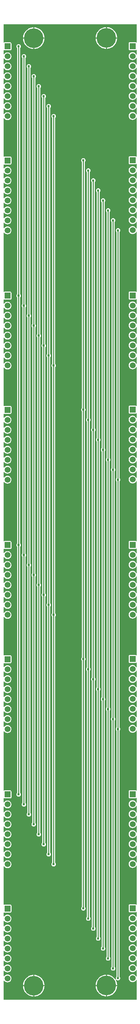
<source format=gtl>
G04 Layer: TopLayer*
G04 EasyEDA v6.5.34, 2023-09-06 22:56:04*
G04 2fa0d92a81ff4a44aa565c36b1e7baf9,5a6b42c53f6a479593ecc07194224c93,10*
G04 Gerber Generator version 0.2*
G04 Scale: 100 percent, Rotated: No, Reflected: No *
G04 Dimensions in millimeters *
G04 leading zeros omitted , absolute positions ,4 integer and 5 decimal *
%FSLAX45Y45*%
%MOMM*%

%AMMACRO1*21,1,$1,$2,0,0,$3*%
%ADD10C,0.2540*%
%ADD11MACRO1,1.5X1.5X-90.0000*%
%ADD12C,1.5000*%
%ADD13C,5.0000*%
%ADD14C,0.6096*%
%ADD15C,0.0151*%

%LPD*%
G36*
X5331968Y2438908D02*
G01*
X5328056Y2439670D01*
X5324805Y2441905D01*
X5322570Y2445156D01*
X5321808Y2449068D01*
X5321808Y2913786D01*
X5322671Y2917901D01*
X5325160Y2921304D01*
X5328818Y2923438D01*
X5332984Y2923895D01*
X5336997Y2922625D01*
X5340146Y2919831D01*
X5344261Y2914243D01*
X5353608Y2904540D01*
X5364226Y2896209D01*
X5375808Y2889351D01*
X5388203Y2884068D01*
X5401208Y2880512D01*
X5414568Y2878734D01*
X5428030Y2878734D01*
X5441391Y2880512D01*
X5454396Y2884068D01*
X5466791Y2889351D01*
X5478373Y2896209D01*
X5488990Y2904540D01*
X5498338Y2914243D01*
X5506313Y2925064D01*
X5512816Y2936900D01*
X5517642Y2949498D01*
X5520791Y2962605D01*
X5522112Y2976016D01*
X5521706Y2989478D01*
X5519420Y3002737D01*
X5515457Y3015640D01*
X5509768Y3027832D01*
X5502503Y3039211D01*
X5493816Y3049524D01*
X5483809Y3058566D01*
X5472734Y3066186D01*
X5460695Y3072231D01*
X5447944Y3076651D01*
X5434736Y3079343D01*
X5421325Y3080258D01*
X5407863Y3079343D01*
X5394655Y3076651D01*
X5381904Y3072231D01*
X5369864Y3066186D01*
X5358790Y3058566D01*
X5348782Y3049524D01*
X5339740Y3038805D01*
X5336489Y3036265D01*
X5332526Y3035198D01*
X5328462Y3035808D01*
X5325008Y3037992D01*
X5322620Y3041345D01*
X5321808Y3045358D01*
X5321808Y3167786D01*
X5322671Y3171901D01*
X5325160Y3175304D01*
X5328818Y3177438D01*
X5332984Y3177895D01*
X5336997Y3176625D01*
X5340146Y3173831D01*
X5344261Y3168243D01*
X5353608Y3158540D01*
X5364226Y3150209D01*
X5375808Y3143351D01*
X5388203Y3138068D01*
X5401208Y3134512D01*
X5414568Y3132734D01*
X5428030Y3132734D01*
X5441391Y3134512D01*
X5454396Y3138068D01*
X5466791Y3143351D01*
X5478373Y3150209D01*
X5488990Y3158540D01*
X5498338Y3168243D01*
X5506313Y3179064D01*
X5512816Y3190900D01*
X5517642Y3203498D01*
X5520791Y3216605D01*
X5522112Y3230016D01*
X5521706Y3243478D01*
X5519420Y3256737D01*
X5515457Y3269640D01*
X5509768Y3281832D01*
X5502503Y3293211D01*
X5493816Y3303524D01*
X5483809Y3312566D01*
X5472734Y3320186D01*
X5460695Y3326231D01*
X5447944Y3330651D01*
X5434736Y3333343D01*
X5421325Y3334258D01*
X5407863Y3333343D01*
X5394655Y3330651D01*
X5381904Y3326231D01*
X5369864Y3320186D01*
X5358790Y3312566D01*
X5348782Y3303524D01*
X5339740Y3292805D01*
X5336489Y3290265D01*
X5332526Y3289198D01*
X5328462Y3289808D01*
X5325008Y3291992D01*
X5322620Y3295345D01*
X5321808Y3299358D01*
X5321808Y3421786D01*
X5322671Y3425901D01*
X5325160Y3429304D01*
X5328818Y3431438D01*
X5332984Y3431895D01*
X5336997Y3430625D01*
X5340146Y3427831D01*
X5344261Y3422243D01*
X5353608Y3412540D01*
X5364226Y3404209D01*
X5375808Y3397351D01*
X5388203Y3392068D01*
X5401208Y3388512D01*
X5414568Y3386734D01*
X5428030Y3386734D01*
X5441391Y3388512D01*
X5454396Y3392068D01*
X5466791Y3397351D01*
X5478373Y3404209D01*
X5488990Y3412540D01*
X5498338Y3422243D01*
X5506313Y3433064D01*
X5512816Y3444900D01*
X5517642Y3457498D01*
X5520791Y3470605D01*
X5522112Y3484016D01*
X5521706Y3497478D01*
X5519420Y3510737D01*
X5515457Y3523640D01*
X5509768Y3535832D01*
X5502503Y3547211D01*
X5493816Y3557524D01*
X5483809Y3566566D01*
X5472734Y3574186D01*
X5460695Y3580231D01*
X5447944Y3584651D01*
X5434736Y3587343D01*
X5421325Y3588258D01*
X5407863Y3587343D01*
X5394655Y3584651D01*
X5381904Y3580231D01*
X5369864Y3574186D01*
X5358790Y3566566D01*
X5348782Y3557524D01*
X5339740Y3546805D01*
X5336489Y3544265D01*
X5332526Y3543198D01*
X5328462Y3543808D01*
X5325008Y3545992D01*
X5322620Y3549345D01*
X5321808Y3553358D01*
X5321808Y3675786D01*
X5322671Y3679901D01*
X5325160Y3683304D01*
X5328818Y3685438D01*
X5332984Y3685895D01*
X5336997Y3684625D01*
X5340146Y3681831D01*
X5344261Y3676243D01*
X5353608Y3666540D01*
X5364226Y3658209D01*
X5375808Y3651351D01*
X5388203Y3646068D01*
X5401208Y3642512D01*
X5414568Y3640734D01*
X5428030Y3640734D01*
X5441391Y3642512D01*
X5454396Y3646068D01*
X5466791Y3651351D01*
X5478373Y3658209D01*
X5488990Y3666540D01*
X5498338Y3676243D01*
X5506313Y3687064D01*
X5512816Y3698900D01*
X5517642Y3711498D01*
X5520791Y3724605D01*
X5522112Y3738016D01*
X5521706Y3751478D01*
X5519420Y3764737D01*
X5515457Y3777640D01*
X5509768Y3789832D01*
X5502503Y3801211D01*
X5493816Y3811524D01*
X5483809Y3820566D01*
X5472734Y3828186D01*
X5460695Y3834231D01*
X5447944Y3838651D01*
X5434736Y3841343D01*
X5421325Y3842258D01*
X5407863Y3841343D01*
X5394655Y3838651D01*
X5381904Y3834231D01*
X5369864Y3828186D01*
X5358790Y3820566D01*
X5348782Y3811524D01*
X5339740Y3800805D01*
X5336489Y3798265D01*
X5332526Y3797198D01*
X5328462Y3797808D01*
X5325008Y3799992D01*
X5322620Y3803345D01*
X5321808Y3807358D01*
X5321808Y3929786D01*
X5322671Y3933901D01*
X5325160Y3937304D01*
X5328818Y3939438D01*
X5332984Y3939895D01*
X5336997Y3938625D01*
X5340146Y3935831D01*
X5344261Y3930243D01*
X5353608Y3920540D01*
X5364226Y3912209D01*
X5375808Y3905351D01*
X5388203Y3900068D01*
X5401208Y3896512D01*
X5414568Y3894734D01*
X5428030Y3894734D01*
X5441391Y3896512D01*
X5454396Y3900068D01*
X5466791Y3905351D01*
X5478373Y3912209D01*
X5488990Y3920540D01*
X5498338Y3930243D01*
X5506313Y3941064D01*
X5512816Y3952900D01*
X5517642Y3965498D01*
X5520791Y3978605D01*
X5522112Y3992016D01*
X5521706Y4005478D01*
X5519420Y4018737D01*
X5515457Y4031640D01*
X5509768Y4043832D01*
X5502503Y4055211D01*
X5493816Y4065524D01*
X5483809Y4074566D01*
X5472734Y4082186D01*
X5460695Y4088231D01*
X5447944Y4092651D01*
X5434736Y4095343D01*
X5421325Y4096258D01*
X5407863Y4095343D01*
X5394655Y4092651D01*
X5381904Y4088231D01*
X5369864Y4082186D01*
X5358790Y4074566D01*
X5348782Y4065524D01*
X5339740Y4054805D01*
X5336489Y4052265D01*
X5332526Y4051198D01*
X5328462Y4051808D01*
X5325008Y4053992D01*
X5322620Y4057345D01*
X5321808Y4061358D01*
X5321808Y4183786D01*
X5322671Y4187901D01*
X5325160Y4191304D01*
X5328818Y4193438D01*
X5332984Y4193895D01*
X5336997Y4192625D01*
X5340146Y4189831D01*
X5344261Y4184243D01*
X5353608Y4174540D01*
X5364226Y4166209D01*
X5375808Y4159351D01*
X5388203Y4154068D01*
X5401208Y4150512D01*
X5414568Y4148734D01*
X5428030Y4148734D01*
X5441391Y4150512D01*
X5454396Y4154068D01*
X5466791Y4159351D01*
X5478373Y4166209D01*
X5488990Y4174540D01*
X5498338Y4184243D01*
X5506313Y4195064D01*
X5512816Y4206900D01*
X5517642Y4219498D01*
X5520791Y4232605D01*
X5522112Y4246016D01*
X5521706Y4259478D01*
X5519420Y4272737D01*
X5515457Y4285640D01*
X5509768Y4297832D01*
X5502503Y4309211D01*
X5493816Y4319524D01*
X5483809Y4328566D01*
X5472734Y4336186D01*
X5460695Y4342231D01*
X5447944Y4346651D01*
X5434736Y4349343D01*
X5421325Y4350258D01*
X5407863Y4349343D01*
X5394655Y4346651D01*
X5381904Y4342231D01*
X5369864Y4336186D01*
X5358790Y4328566D01*
X5348782Y4319524D01*
X5339740Y4308805D01*
X5336489Y4306265D01*
X5332526Y4305198D01*
X5328462Y4305808D01*
X5325008Y4307992D01*
X5322620Y4311345D01*
X5321808Y4315358D01*
X5321808Y4437786D01*
X5322671Y4441901D01*
X5325160Y4445304D01*
X5328818Y4447438D01*
X5332984Y4447895D01*
X5336997Y4446625D01*
X5340146Y4443831D01*
X5344261Y4438243D01*
X5353608Y4428540D01*
X5364226Y4420209D01*
X5375808Y4413351D01*
X5388203Y4408068D01*
X5401208Y4404512D01*
X5414568Y4402734D01*
X5428030Y4402734D01*
X5441391Y4404512D01*
X5454396Y4408068D01*
X5466791Y4413351D01*
X5478373Y4420209D01*
X5488990Y4428540D01*
X5498338Y4438243D01*
X5506313Y4449064D01*
X5512816Y4460900D01*
X5517642Y4473498D01*
X5520791Y4486605D01*
X5522112Y4500016D01*
X5521706Y4513478D01*
X5519420Y4526737D01*
X5515457Y4539640D01*
X5509768Y4551832D01*
X5502503Y4563211D01*
X5493816Y4573524D01*
X5483809Y4582566D01*
X5472734Y4590186D01*
X5460695Y4596231D01*
X5447944Y4600651D01*
X5434736Y4603343D01*
X5421325Y4604258D01*
X5407863Y4603343D01*
X5394655Y4600651D01*
X5381904Y4596231D01*
X5369864Y4590186D01*
X5358790Y4582566D01*
X5348782Y4573524D01*
X5339740Y4562805D01*
X5336489Y4560265D01*
X5332526Y4559198D01*
X5328462Y4559808D01*
X5325008Y4561992D01*
X5322620Y4565345D01*
X5321808Y4569358D01*
X5321808Y4649419D01*
X5322519Y4653178D01*
X5324602Y4656429D01*
X5327751Y4658664D01*
X5331510Y4659579D01*
X5335320Y4659020D01*
X5340553Y4657191D01*
X5346852Y4656480D01*
X5495747Y4656480D01*
X5502046Y4657191D01*
X5507532Y4659071D01*
X5512409Y4662170D01*
X5516524Y4666234D01*
X5519572Y4671161D01*
X5521502Y4676597D01*
X5522214Y4682947D01*
X5522214Y4831791D01*
X5521502Y4838141D01*
X5519572Y4843576D01*
X5516524Y4848504D01*
X5512409Y4852568D01*
X5507532Y4855667D01*
X5502046Y4857546D01*
X5495747Y4858258D01*
X5346852Y4858258D01*
X5340553Y4857546D01*
X5335320Y4855718D01*
X5331510Y4855159D01*
X5327751Y4856073D01*
X5324602Y4858308D01*
X5322519Y4861560D01*
X5321808Y4865319D01*
X5321808Y5822086D01*
X5322671Y5826201D01*
X5325160Y5829604D01*
X5328818Y5831738D01*
X5332984Y5832195D01*
X5336997Y5830925D01*
X5340146Y5828131D01*
X5344261Y5822543D01*
X5353608Y5812840D01*
X5364226Y5804509D01*
X5375808Y5797651D01*
X5388203Y5792368D01*
X5401208Y5788812D01*
X5414568Y5787034D01*
X5428030Y5787034D01*
X5441391Y5788812D01*
X5454396Y5792368D01*
X5466791Y5797651D01*
X5478373Y5804509D01*
X5488990Y5812840D01*
X5498338Y5822543D01*
X5506313Y5833364D01*
X5512816Y5845200D01*
X5517642Y5857798D01*
X5520791Y5870905D01*
X5522112Y5884316D01*
X5521706Y5897778D01*
X5519420Y5911037D01*
X5515457Y5923940D01*
X5509768Y5936132D01*
X5502503Y5947511D01*
X5493816Y5957824D01*
X5483809Y5966866D01*
X5472734Y5974486D01*
X5460695Y5980531D01*
X5447944Y5984951D01*
X5434736Y5987643D01*
X5421325Y5988558D01*
X5407863Y5987643D01*
X5394655Y5984951D01*
X5381904Y5980531D01*
X5369864Y5974486D01*
X5358790Y5966866D01*
X5348782Y5957824D01*
X5339740Y5947105D01*
X5336489Y5944565D01*
X5332526Y5943498D01*
X5328462Y5944108D01*
X5325008Y5946292D01*
X5322620Y5949645D01*
X5321808Y5953658D01*
X5321808Y6076086D01*
X5322671Y6080201D01*
X5325160Y6083604D01*
X5328818Y6085738D01*
X5332984Y6086195D01*
X5336997Y6084925D01*
X5340146Y6082131D01*
X5344261Y6076543D01*
X5353608Y6066840D01*
X5364226Y6058509D01*
X5375808Y6051651D01*
X5388203Y6046368D01*
X5401208Y6042812D01*
X5414568Y6041034D01*
X5428030Y6041034D01*
X5441391Y6042812D01*
X5454396Y6046368D01*
X5466791Y6051651D01*
X5478373Y6058509D01*
X5488990Y6066840D01*
X5498338Y6076543D01*
X5506313Y6087364D01*
X5512816Y6099200D01*
X5517642Y6111798D01*
X5520791Y6124905D01*
X5522112Y6138316D01*
X5521706Y6151778D01*
X5519420Y6165037D01*
X5515457Y6177940D01*
X5509768Y6190132D01*
X5502503Y6201511D01*
X5493816Y6211824D01*
X5483809Y6220866D01*
X5472734Y6228486D01*
X5460695Y6234531D01*
X5447944Y6238951D01*
X5434736Y6241643D01*
X5421325Y6242558D01*
X5407863Y6241643D01*
X5394655Y6238951D01*
X5381904Y6234531D01*
X5369864Y6228486D01*
X5358790Y6220866D01*
X5348782Y6211824D01*
X5339740Y6201105D01*
X5336489Y6198565D01*
X5332526Y6197498D01*
X5328462Y6198108D01*
X5325008Y6200292D01*
X5322620Y6203645D01*
X5321808Y6207658D01*
X5321808Y6330086D01*
X5322671Y6334201D01*
X5325160Y6337604D01*
X5328818Y6339738D01*
X5332984Y6340195D01*
X5336997Y6338925D01*
X5340146Y6336131D01*
X5344261Y6330543D01*
X5353608Y6320840D01*
X5364226Y6312509D01*
X5375808Y6305651D01*
X5388203Y6300368D01*
X5401208Y6296812D01*
X5414568Y6295034D01*
X5428030Y6295034D01*
X5441391Y6296812D01*
X5454396Y6300368D01*
X5466791Y6305651D01*
X5478373Y6312509D01*
X5488990Y6320840D01*
X5498338Y6330543D01*
X5506313Y6341364D01*
X5512816Y6353200D01*
X5517642Y6365798D01*
X5520791Y6378905D01*
X5522112Y6392316D01*
X5521706Y6405778D01*
X5519420Y6419037D01*
X5515457Y6431940D01*
X5509768Y6444132D01*
X5502503Y6455511D01*
X5493816Y6465824D01*
X5483809Y6474866D01*
X5472734Y6482486D01*
X5460695Y6488531D01*
X5447944Y6492951D01*
X5434736Y6495643D01*
X5421325Y6496558D01*
X5407863Y6495643D01*
X5394655Y6492951D01*
X5381904Y6488531D01*
X5369864Y6482486D01*
X5358790Y6474866D01*
X5348782Y6465824D01*
X5339740Y6455105D01*
X5336489Y6452565D01*
X5332526Y6451498D01*
X5328462Y6452108D01*
X5325008Y6454292D01*
X5322620Y6457645D01*
X5321808Y6461658D01*
X5321808Y6584086D01*
X5322671Y6588201D01*
X5325160Y6591604D01*
X5328818Y6593738D01*
X5332984Y6594195D01*
X5336997Y6592925D01*
X5340146Y6590131D01*
X5344261Y6584543D01*
X5353608Y6574840D01*
X5364226Y6566509D01*
X5375808Y6559651D01*
X5388203Y6554368D01*
X5401208Y6550812D01*
X5414568Y6549034D01*
X5428030Y6549034D01*
X5441391Y6550812D01*
X5454396Y6554368D01*
X5466791Y6559651D01*
X5478373Y6566509D01*
X5488990Y6574840D01*
X5498338Y6584543D01*
X5506313Y6595364D01*
X5512816Y6607200D01*
X5517642Y6619798D01*
X5520791Y6632905D01*
X5522112Y6646316D01*
X5521706Y6659778D01*
X5519420Y6673037D01*
X5515457Y6685940D01*
X5509768Y6698132D01*
X5502503Y6709511D01*
X5493816Y6719824D01*
X5483809Y6728866D01*
X5472734Y6736486D01*
X5460695Y6742531D01*
X5447944Y6746951D01*
X5434736Y6749643D01*
X5421325Y6750558D01*
X5407863Y6749643D01*
X5394655Y6746951D01*
X5381904Y6742531D01*
X5369864Y6736486D01*
X5358790Y6728866D01*
X5348782Y6719824D01*
X5339740Y6709105D01*
X5336489Y6706565D01*
X5332526Y6705498D01*
X5328462Y6706108D01*
X5325008Y6708292D01*
X5322620Y6711645D01*
X5321808Y6715658D01*
X5321808Y6838086D01*
X5322671Y6842201D01*
X5325160Y6845604D01*
X5328818Y6847738D01*
X5332984Y6848195D01*
X5336997Y6846925D01*
X5340146Y6844131D01*
X5344261Y6838543D01*
X5353608Y6828840D01*
X5364226Y6820509D01*
X5375808Y6813651D01*
X5388203Y6808368D01*
X5401208Y6804812D01*
X5414568Y6803034D01*
X5428030Y6803034D01*
X5441391Y6804812D01*
X5454396Y6808368D01*
X5466791Y6813651D01*
X5478373Y6820509D01*
X5488990Y6828840D01*
X5498338Y6838543D01*
X5506313Y6849364D01*
X5512816Y6861200D01*
X5517642Y6873798D01*
X5520791Y6886905D01*
X5522112Y6900316D01*
X5521706Y6913778D01*
X5519420Y6927037D01*
X5515457Y6939940D01*
X5509768Y6952132D01*
X5502503Y6963511D01*
X5493816Y6973824D01*
X5483809Y6982866D01*
X5472734Y6990486D01*
X5460695Y6996531D01*
X5447944Y7000951D01*
X5434736Y7003643D01*
X5421325Y7004558D01*
X5407863Y7003643D01*
X5394655Y7000951D01*
X5381904Y6996531D01*
X5369864Y6990486D01*
X5358790Y6982866D01*
X5348782Y6973824D01*
X5339740Y6963105D01*
X5336489Y6960565D01*
X5332526Y6959498D01*
X5328462Y6960108D01*
X5325008Y6962292D01*
X5322620Y6965645D01*
X5321808Y6969658D01*
X5321808Y7092086D01*
X5322671Y7096201D01*
X5325160Y7099604D01*
X5328818Y7101738D01*
X5332984Y7102195D01*
X5336997Y7100925D01*
X5340146Y7098131D01*
X5344261Y7092543D01*
X5353608Y7082840D01*
X5364226Y7074509D01*
X5375808Y7067651D01*
X5388203Y7062368D01*
X5401208Y7058812D01*
X5414568Y7057034D01*
X5428030Y7057034D01*
X5441391Y7058812D01*
X5454396Y7062368D01*
X5466791Y7067651D01*
X5478373Y7074509D01*
X5488990Y7082840D01*
X5498338Y7092543D01*
X5506313Y7103364D01*
X5512816Y7115200D01*
X5517642Y7127798D01*
X5520791Y7140905D01*
X5522112Y7154316D01*
X5521706Y7167778D01*
X5519420Y7181037D01*
X5515457Y7193940D01*
X5509768Y7206132D01*
X5502503Y7217511D01*
X5493816Y7227824D01*
X5483809Y7236866D01*
X5472734Y7244486D01*
X5460695Y7250531D01*
X5447944Y7254951D01*
X5434736Y7257643D01*
X5421325Y7258558D01*
X5407863Y7257643D01*
X5394655Y7254951D01*
X5381904Y7250531D01*
X5369864Y7244486D01*
X5358790Y7236866D01*
X5348782Y7227824D01*
X5339740Y7217105D01*
X5336489Y7214565D01*
X5332526Y7213498D01*
X5328462Y7214108D01*
X5325008Y7216292D01*
X5322620Y7219645D01*
X5321808Y7223658D01*
X5321808Y7346086D01*
X5322671Y7350201D01*
X5325160Y7353604D01*
X5328818Y7355738D01*
X5332984Y7356195D01*
X5336997Y7354925D01*
X5340146Y7352131D01*
X5344261Y7346543D01*
X5353608Y7336840D01*
X5364226Y7328509D01*
X5375808Y7321651D01*
X5388203Y7316368D01*
X5401208Y7312812D01*
X5414568Y7311034D01*
X5428030Y7311034D01*
X5441391Y7312812D01*
X5454396Y7316368D01*
X5466791Y7321651D01*
X5478373Y7328509D01*
X5488990Y7336840D01*
X5498338Y7346543D01*
X5506313Y7357364D01*
X5512816Y7369200D01*
X5517642Y7381798D01*
X5520791Y7394905D01*
X5522112Y7408316D01*
X5521706Y7421778D01*
X5519420Y7435037D01*
X5515457Y7447940D01*
X5509768Y7460132D01*
X5502503Y7471511D01*
X5493816Y7481824D01*
X5483809Y7490866D01*
X5472734Y7498486D01*
X5460695Y7504531D01*
X5447944Y7508951D01*
X5434736Y7511643D01*
X5421325Y7512558D01*
X5407863Y7511643D01*
X5394655Y7508951D01*
X5381904Y7504531D01*
X5369864Y7498486D01*
X5358790Y7490866D01*
X5348782Y7481824D01*
X5339740Y7471105D01*
X5336489Y7468565D01*
X5332526Y7467498D01*
X5328462Y7468108D01*
X5325008Y7470292D01*
X5322620Y7473645D01*
X5321808Y7477658D01*
X5321808Y7557719D01*
X5322519Y7561478D01*
X5324602Y7564729D01*
X5327751Y7566964D01*
X5331510Y7567879D01*
X5335320Y7567320D01*
X5340553Y7565491D01*
X5346852Y7564780D01*
X5495747Y7564780D01*
X5502046Y7565491D01*
X5507532Y7567371D01*
X5512409Y7570470D01*
X5516524Y7574534D01*
X5519572Y7579461D01*
X5521502Y7584897D01*
X5522214Y7591247D01*
X5522214Y7740091D01*
X5521502Y7746441D01*
X5519572Y7751876D01*
X5516524Y7756804D01*
X5512409Y7760868D01*
X5507532Y7763967D01*
X5502046Y7765846D01*
X5495747Y7766558D01*
X5346852Y7766558D01*
X5340553Y7765846D01*
X5335320Y7764018D01*
X5331510Y7763459D01*
X5327751Y7764373D01*
X5324602Y7766608D01*
X5322519Y7769859D01*
X5321808Y7773619D01*
X5321808Y9263786D01*
X5322671Y9267901D01*
X5325160Y9271304D01*
X5328818Y9273438D01*
X5332984Y9273895D01*
X5336997Y9272625D01*
X5340146Y9269831D01*
X5344261Y9264243D01*
X5353608Y9254540D01*
X5364226Y9246209D01*
X5375808Y9239351D01*
X5388203Y9234068D01*
X5401208Y9230512D01*
X5414568Y9228734D01*
X5428030Y9228734D01*
X5441391Y9230512D01*
X5454396Y9234068D01*
X5466791Y9239351D01*
X5478373Y9246209D01*
X5488990Y9254540D01*
X5498338Y9264243D01*
X5506313Y9275064D01*
X5512816Y9286900D01*
X5517642Y9299498D01*
X5520791Y9312605D01*
X5522112Y9326016D01*
X5521706Y9339478D01*
X5519420Y9352737D01*
X5515457Y9365640D01*
X5509768Y9377832D01*
X5502503Y9389211D01*
X5493816Y9399524D01*
X5483809Y9408566D01*
X5472734Y9416186D01*
X5460695Y9422231D01*
X5447944Y9426651D01*
X5434736Y9429343D01*
X5421325Y9430258D01*
X5407863Y9429343D01*
X5394655Y9426651D01*
X5381904Y9422231D01*
X5369864Y9416186D01*
X5358790Y9408566D01*
X5348782Y9399524D01*
X5339740Y9388805D01*
X5336489Y9386265D01*
X5332526Y9385198D01*
X5328462Y9385808D01*
X5325008Y9387992D01*
X5322620Y9391345D01*
X5321808Y9395358D01*
X5321808Y9517786D01*
X5322671Y9521901D01*
X5325160Y9525304D01*
X5328818Y9527438D01*
X5332984Y9527895D01*
X5336997Y9526625D01*
X5340146Y9523831D01*
X5344261Y9518243D01*
X5353608Y9508540D01*
X5364226Y9500209D01*
X5375808Y9493351D01*
X5388203Y9488068D01*
X5401208Y9484512D01*
X5414568Y9482734D01*
X5428030Y9482734D01*
X5441391Y9484512D01*
X5454396Y9488068D01*
X5466791Y9493351D01*
X5478373Y9500209D01*
X5488990Y9508540D01*
X5498338Y9518243D01*
X5506313Y9529064D01*
X5512816Y9540900D01*
X5517642Y9553498D01*
X5520791Y9566605D01*
X5522112Y9580016D01*
X5521706Y9593478D01*
X5519420Y9606737D01*
X5515457Y9619640D01*
X5509768Y9631832D01*
X5502503Y9643211D01*
X5493816Y9653524D01*
X5483809Y9662566D01*
X5472734Y9670186D01*
X5460695Y9676231D01*
X5447944Y9680651D01*
X5434736Y9683343D01*
X5421325Y9684258D01*
X5407863Y9683343D01*
X5394655Y9680651D01*
X5381904Y9676231D01*
X5369864Y9670186D01*
X5358790Y9662566D01*
X5348782Y9653524D01*
X5339740Y9642805D01*
X5336489Y9640265D01*
X5332526Y9639198D01*
X5328462Y9639808D01*
X5325008Y9641992D01*
X5322620Y9645345D01*
X5321808Y9649358D01*
X5321808Y9771786D01*
X5322671Y9775901D01*
X5325160Y9779304D01*
X5328818Y9781438D01*
X5332984Y9781895D01*
X5336997Y9780625D01*
X5340146Y9777831D01*
X5344261Y9772243D01*
X5353608Y9762540D01*
X5364226Y9754209D01*
X5375808Y9747351D01*
X5388203Y9742068D01*
X5401208Y9738512D01*
X5414568Y9736734D01*
X5428030Y9736734D01*
X5441391Y9738512D01*
X5454396Y9742068D01*
X5466791Y9747351D01*
X5478373Y9754209D01*
X5488990Y9762540D01*
X5498338Y9772243D01*
X5506313Y9783064D01*
X5512816Y9794900D01*
X5517642Y9807498D01*
X5520791Y9820605D01*
X5522112Y9834016D01*
X5521706Y9847478D01*
X5519420Y9860737D01*
X5515457Y9873640D01*
X5509768Y9885832D01*
X5502503Y9897211D01*
X5493816Y9907524D01*
X5483809Y9916566D01*
X5472734Y9924186D01*
X5460695Y9930231D01*
X5447944Y9934651D01*
X5434736Y9937343D01*
X5421325Y9938258D01*
X5407863Y9937343D01*
X5394655Y9934651D01*
X5381904Y9930231D01*
X5369864Y9924186D01*
X5358790Y9916566D01*
X5348782Y9907524D01*
X5339740Y9896805D01*
X5336489Y9894265D01*
X5332526Y9893198D01*
X5328462Y9893808D01*
X5325008Y9895992D01*
X5322620Y9899345D01*
X5321808Y9903358D01*
X5321808Y10025786D01*
X5322671Y10029901D01*
X5325160Y10033304D01*
X5328818Y10035438D01*
X5332984Y10035895D01*
X5336997Y10034625D01*
X5340146Y10031831D01*
X5344261Y10026243D01*
X5353608Y10016540D01*
X5364226Y10008209D01*
X5375808Y10001351D01*
X5388203Y9996068D01*
X5401208Y9992512D01*
X5414568Y9990734D01*
X5428030Y9990734D01*
X5441391Y9992512D01*
X5454396Y9996068D01*
X5466791Y10001351D01*
X5478373Y10008209D01*
X5488990Y10016540D01*
X5498338Y10026243D01*
X5506313Y10037064D01*
X5512816Y10048900D01*
X5517642Y10061498D01*
X5520791Y10074605D01*
X5522112Y10088016D01*
X5521706Y10101478D01*
X5519420Y10114737D01*
X5515457Y10127640D01*
X5509768Y10139832D01*
X5502503Y10151211D01*
X5493816Y10161524D01*
X5483809Y10170566D01*
X5472734Y10178186D01*
X5460695Y10184231D01*
X5447944Y10188651D01*
X5434736Y10191343D01*
X5421325Y10192258D01*
X5407863Y10191343D01*
X5394655Y10188651D01*
X5381904Y10184231D01*
X5369864Y10178186D01*
X5358790Y10170566D01*
X5348782Y10161524D01*
X5339740Y10150805D01*
X5336489Y10148265D01*
X5332526Y10147198D01*
X5328462Y10147808D01*
X5325008Y10149992D01*
X5322620Y10153345D01*
X5321808Y10157358D01*
X5321808Y10279786D01*
X5322671Y10283901D01*
X5325160Y10287304D01*
X5328818Y10289438D01*
X5332984Y10289895D01*
X5336997Y10288625D01*
X5340146Y10285831D01*
X5344261Y10280243D01*
X5353608Y10270540D01*
X5364226Y10262209D01*
X5375808Y10255351D01*
X5388203Y10250068D01*
X5401208Y10246512D01*
X5414568Y10244734D01*
X5428030Y10244734D01*
X5441391Y10246512D01*
X5454396Y10250068D01*
X5466791Y10255351D01*
X5478373Y10262209D01*
X5488990Y10270540D01*
X5498338Y10280243D01*
X5506313Y10291064D01*
X5512816Y10302900D01*
X5517642Y10315498D01*
X5520791Y10328605D01*
X5522112Y10342016D01*
X5521706Y10355478D01*
X5519420Y10368737D01*
X5515457Y10381640D01*
X5509768Y10393832D01*
X5502503Y10405211D01*
X5493816Y10415524D01*
X5483809Y10424566D01*
X5472734Y10432186D01*
X5460695Y10438231D01*
X5447944Y10442651D01*
X5434736Y10445343D01*
X5421325Y10446258D01*
X5407863Y10445343D01*
X5394655Y10442651D01*
X5381904Y10438231D01*
X5369864Y10432186D01*
X5358790Y10424566D01*
X5348782Y10415524D01*
X5339740Y10404805D01*
X5336489Y10402265D01*
X5332526Y10401198D01*
X5328462Y10401808D01*
X5325008Y10403992D01*
X5322620Y10407345D01*
X5321808Y10411358D01*
X5321808Y10533786D01*
X5322671Y10537901D01*
X5325160Y10541304D01*
X5328818Y10543438D01*
X5332984Y10543895D01*
X5336997Y10542625D01*
X5340146Y10539831D01*
X5344261Y10534243D01*
X5353608Y10524540D01*
X5364226Y10516209D01*
X5375808Y10509351D01*
X5388203Y10504068D01*
X5401208Y10500512D01*
X5414568Y10498734D01*
X5428030Y10498734D01*
X5441391Y10500512D01*
X5454396Y10504068D01*
X5466791Y10509351D01*
X5478373Y10516209D01*
X5488990Y10524540D01*
X5498338Y10534243D01*
X5506313Y10545064D01*
X5512816Y10556900D01*
X5517642Y10569498D01*
X5520791Y10582605D01*
X5522112Y10596016D01*
X5521706Y10609478D01*
X5519420Y10622737D01*
X5515457Y10635640D01*
X5509768Y10647832D01*
X5502503Y10659211D01*
X5493816Y10669524D01*
X5483809Y10678566D01*
X5472734Y10686186D01*
X5460695Y10692231D01*
X5447944Y10696651D01*
X5434736Y10699343D01*
X5421325Y10700258D01*
X5407863Y10699343D01*
X5394655Y10696651D01*
X5381904Y10692231D01*
X5369864Y10686186D01*
X5358790Y10678566D01*
X5348782Y10669524D01*
X5339740Y10658805D01*
X5336489Y10656265D01*
X5332526Y10655198D01*
X5328462Y10655808D01*
X5325008Y10657992D01*
X5322620Y10661345D01*
X5321808Y10665358D01*
X5321808Y10787786D01*
X5322671Y10791901D01*
X5325160Y10795304D01*
X5328818Y10797438D01*
X5332984Y10797895D01*
X5336997Y10796625D01*
X5340146Y10793831D01*
X5344261Y10788243D01*
X5353608Y10778540D01*
X5364226Y10770209D01*
X5375808Y10763351D01*
X5388203Y10758068D01*
X5401208Y10754512D01*
X5414568Y10752734D01*
X5428030Y10752734D01*
X5441391Y10754512D01*
X5454396Y10758068D01*
X5466791Y10763351D01*
X5478373Y10770209D01*
X5488990Y10778540D01*
X5498338Y10788243D01*
X5506313Y10799064D01*
X5512816Y10810900D01*
X5517642Y10823498D01*
X5520791Y10836605D01*
X5522112Y10850016D01*
X5521706Y10863478D01*
X5519420Y10876737D01*
X5515457Y10889640D01*
X5509768Y10901832D01*
X5502503Y10913211D01*
X5493816Y10923524D01*
X5483809Y10932566D01*
X5472734Y10940186D01*
X5460695Y10946231D01*
X5447944Y10950651D01*
X5434736Y10953343D01*
X5421325Y10954258D01*
X5407863Y10953343D01*
X5394655Y10950651D01*
X5381904Y10946231D01*
X5369864Y10940186D01*
X5358790Y10932566D01*
X5348782Y10923524D01*
X5339740Y10912805D01*
X5336489Y10910265D01*
X5332526Y10909198D01*
X5328462Y10909808D01*
X5325008Y10911992D01*
X5322620Y10915345D01*
X5321808Y10919358D01*
X5321808Y10999419D01*
X5322519Y11003178D01*
X5324602Y11006429D01*
X5327751Y11008664D01*
X5331510Y11009579D01*
X5335320Y11009020D01*
X5340553Y11007191D01*
X5346852Y11006480D01*
X5495747Y11006480D01*
X5502046Y11007191D01*
X5507532Y11009071D01*
X5512409Y11012170D01*
X5516524Y11016234D01*
X5519572Y11021161D01*
X5521502Y11026597D01*
X5522214Y11032947D01*
X5522214Y11181791D01*
X5521502Y11188141D01*
X5519572Y11193576D01*
X5516524Y11198504D01*
X5512409Y11202568D01*
X5507532Y11205667D01*
X5502046Y11207546D01*
X5495747Y11208258D01*
X5346852Y11208258D01*
X5340553Y11207546D01*
X5335320Y11205718D01*
X5331510Y11205159D01*
X5327751Y11206073D01*
X5324602Y11208308D01*
X5322519Y11211560D01*
X5321808Y11215319D01*
X5321808Y12172086D01*
X5322671Y12176201D01*
X5325160Y12179604D01*
X5328818Y12181738D01*
X5332984Y12182195D01*
X5336997Y12180925D01*
X5340146Y12178131D01*
X5344261Y12172543D01*
X5353608Y12162840D01*
X5364226Y12154509D01*
X5375808Y12147651D01*
X5388203Y12142368D01*
X5401208Y12138812D01*
X5414568Y12137034D01*
X5428030Y12137034D01*
X5441391Y12138812D01*
X5454396Y12142368D01*
X5466791Y12147651D01*
X5478373Y12154509D01*
X5488990Y12162840D01*
X5498338Y12172543D01*
X5506313Y12183364D01*
X5512816Y12195200D01*
X5517642Y12207798D01*
X5520791Y12220905D01*
X5522112Y12234316D01*
X5521706Y12247778D01*
X5519420Y12261037D01*
X5515457Y12273940D01*
X5509768Y12286132D01*
X5502503Y12297511D01*
X5493816Y12307824D01*
X5483809Y12316866D01*
X5472734Y12324486D01*
X5460695Y12330531D01*
X5447944Y12334951D01*
X5434736Y12337643D01*
X5421325Y12338558D01*
X5407863Y12337643D01*
X5394655Y12334951D01*
X5381904Y12330531D01*
X5369864Y12324486D01*
X5358790Y12316866D01*
X5348782Y12307824D01*
X5339740Y12297105D01*
X5336489Y12294565D01*
X5332526Y12293498D01*
X5328462Y12294108D01*
X5325008Y12296292D01*
X5322620Y12299645D01*
X5321808Y12303658D01*
X5321808Y12426086D01*
X5322671Y12430201D01*
X5325160Y12433604D01*
X5328818Y12435738D01*
X5332984Y12436195D01*
X5336997Y12434925D01*
X5340146Y12432131D01*
X5344261Y12426543D01*
X5353608Y12416840D01*
X5364226Y12408509D01*
X5375808Y12401651D01*
X5388203Y12396368D01*
X5401208Y12392812D01*
X5414568Y12391034D01*
X5428030Y12391034D01*
X5441391Y12392812D01*
X5454396Y12396368D01*
X5466791Y12401651D01*
X5478373Y12408509D01*
X5488990Y12416840D01*
X5498338Y12426543D01*
X5506313Y12437364D01*
X5512816Y12449200D01*
X5517642Y12461798D01*
X5520791Y12474905D01*
X5522112Y12488316D01*
X5521706Y12501778D01*
X5519420Y12515037D01*
X5515457Y12527940D01*
X5509768Y12540132D01*
X5502503Y12551511D01*
X5493816Y12561824D01*
X5483809Y12570866D01*
X5472734Y12578486D01*
X5460695Y12584531D01*
X5447944Y12588951D01*
X5434736Y12591643D01*
X5421325Y12592558D01*
X5407863Y12591643D01*
X5394655Y12588951D01*
X5381904Y12584531D01*
X5369864Y12578486D01*
X5358790Y12570866D01*
X5348782Y12561824D01*
X5339740Y12551105D01*
X5336489Y12548565D01*
X5332526Y12547498D01*
X5328462Y12548108D01*
X5325008Y12550292D01*
X5322620Y12553645D01*
X5321808Y12557658D01*
X5321808Y12680086D01*
X5322671Y12684201D01*
X5325160Y12687604D01*
X5328818Y12689738D01*
X5332984Y12690195D01*
X5336997Y12688925D01*
X5340146Y12686131D01*
X5344261Y12680543D01*
X5353608Y12670840D01*
X5364226Y12662509D01*
X5375808Y12655651D01*
X5388203Y12650368D01*
X5401208Y12646812D01*
X5414568Y12645034D01*
X5428030Y12645034D01*
X5441391Y12646812D01*
X5454396Y12650368D01*
X5466791Y12655651D01*
X5478373Y12662509D01*
X5488990Y12670840D01*
X5498338Y12680543D01*
X5506313Y12691364D01*
X5512816Y12703200D01*
X5517642Y12715798D01*
X5520791Y12728905D01*
X5522112Y12742316D01*
X5521706Y12755778D01*
X5519420Y12769037D01*
X5515457Y12781940D01*
X5509768Y12794132D01*
X5502503Y12805511D01*
X5493816Y12815824D01*
X5483809Y12824866D01*
X5472734Y12832486D01*
X5460695Y12838531D01*
X5447944Y12842951D01*
X5434736Y12845643D01*
X5421325Y12846558D01*
X5407863Y12845643D01*
X5394655Y12842951D01*
X5381904Y12838531D01*
X5369864Y12832486D01*
X5358790Y12824866D01*
X5348782Y12815824D01*
X5339740Y12805105D01*
X5336489Y12802565D01*
X5332526Y12801498D01*
X5328462Y12802108D01*
X5325008Y12804292D01*
X5322620Y12807645D01*
X5321808Y12811658D01*
X5321808Y12934086D01*
X5322671Y12938201D01*
X5325160Y12941604D01*
X5328818Y12943738D01*
X5332984Y12944195D01*
X5336997Y12942925D01*
X5340146Y12940131D01*
X5344261Y12934543D01*
X5353608Y12924840D01*
X5364226Y12916509D01*
X5375808Y12909651D01*
X5388203Y12904368D01*
X5401208Y12900812D01*
X5414568Y12899034D01*
X5428030Y12899034D01*
X5441391Y12900812D01*
X5454396Y12904368D01*
X5466791Y12909651D01*
X5478373Y12916509D01*
X5488990Y12924840D01*
X5498338Y12934543D01*
X5506313Y12945364D01*
X5512816Y12957200D01*
X5517642Y12969798D01*
X5520791Y12982905D01*
X5522112Y12996316D01*
X5521706Y13009778D01*
X5519420Y13023037D01*
X5515457Y13035940D01*
X5509768Y13048132D01*
X5502503Y13059511D01*
X5493816Y13069824D01*
X5483809Y13078866D01*
X5472734Y13086486D01*
X5460695Y13092531D01*
X5447944Y13096951D01*
X5434736Y13099643D01*
X5421325Y13100558D01*
X5407863Y13099643D01*
X5394655Y13096951D01*
X5381904Y13092531D01*
X5369864Y13086486D01*
X5358790Y13078866D01*
X5348782Y13069824D01*
X5339740Y13059105D01*
X5336489Y13056565D01*
X5332526Y13055498D01*
X5328462Y13056108D01*
X5325008Y13058292D01*
X5322620Y13061645D01*
X5321808Y13065658D01*
X5321808Y13188086D01*
X5322671Y13192201D01*
X5325160Y13195604D01*
X5328818Y13197738D01*
X5332984Y13198195D01*
X5336997Y13196925D01*
X5340146Y13194131D01*
X5344261Y13188543D01*
X5353608Y13178840D01*
X5364226Y13170509D01*
X5375808Y13163651D01*
X5388203Y13158368D01*
X5401208Y13154812D01*
X5414568Y13153034D01*
X5428030Y13153034D01*
X5441391Y13154812D01*
X5454396Y13158368D01*
X5466791Y13163651D01*
X5478373Y13170509D01*
X5488990Y13178840D01*
X5498338Y13188543D01*
X5506313Y13199363D01*
X5512816Y13211200D01*
X5517642Y13223798D01*
X5520791Y13236905D01*
X5522112Y13250316D01*
X5521706Y13263778D01*
X5519420Y13277037D01*
X5515457Y13289940D01*
X5509768Y13302132D01*
X5502503Y13313511D01*
X5493816Y13323824D01*
X5483809Y13332866D01*
X5472734Y13340486D01*
X5460695Y13346531D01*
X5447944Y13350951D01*
X5434736Y13353643D01*
X5421325Y13354557D01*
X5407863Y13353643D01*
X5394655Y13350951D01*
X5381904Y13346531D01*
X5369864Y13340486D01*
X5358790Y13332866D01*
X5348782Y13323824D01*
X5339740Y13313105D01*
X5336489Y13310565D01*
X5332526Y13309498D01*
X5328462Y13310107D01*
X5325008Y13312292D01*
X5322620Y13315645D01*
X5321808Y13319658D01*
X5321808Y13442086D01*
X5322671Y13446201D01*
X5325160Y13449604D01*
X5328818Y13451738D01*
X5332984Y13452195D01*
X5336997Y13450925D01*
X5340146Y13448131D01*
X5344261Y13442543D01*
X5353608Y13432840D01*
X5364226Y13424509D01*
X5375808Y13417651D01*
X5388203Y13412368D01*
X5401208Y13408812D01*
X5414568Y13407034D01*
X5428030Y13407034D01*
X5441391Y13408812D01*
X5454396Y13412368D01*
X5466791Y13417651D01*
X5478373Y13424509D01*
X5488990Y13432840D01*
X5498338Y13442543D01*
X5506313Y13453363D01*
X5512816Y13465200D01*
X5517642Y13477798D01*
X5520791Y13490905D01*
X5522112Y13504316D01*
X5521706Y13517778D01*
X5519420Y13531037D01*
X5515457Y13543940D01*
X5509768Y13556132D01*
X5502503Y13567511D01*
X5493816Y13577824D01*
X5483809Y13586866D01*
X5472734Y13594486D01*
X5460695Y13600531D01*
X5447944Y13604951D01*
X5434736Y13607643D01*
X5421325Y13608557D01*
X5407863Y13607643D01*
X5394655Y13604951D01*
X5381904Y13600531D01*
X5369864Y13594486D01*
X5358790Y13586866D01*
X5348782Y13577824D01*
X5339740Y13567105D01*
X5336489Y13564565D01*
X5332526Y13563498D01*
X5328462Y13564107D01*
X5325008Y13566292D01*
X5322620Y13569645D01*
X5321808Y13573658D01*
X5321808Y13696086D01*
X5322671Y13700201D01*
X5325160Y13703604D01*
X5328818Y13705738D01*
X5332984Y13706195D01*
X5336997Y13704925D01*
X5340146Y13702131D01*
X5344261Y13696543D01*
X5353608Y13686840D01*
X5364226Y13678509D01*
X5375808Y13671651D01*
X5388203Y13666368D01*
X5401208Y13662812D01*
X5414568Y13661034D01*
X5428030Y13661034D01*
X5441391Y13662812D01*
X5454396Y13666368D01*
X5466791Y13671651D01*
X5478373Y13678509D01*
X5488990Y13686840D01*
X5498338Y13696543D01*
X5506313Y13707363D01*
X5512816Y13719200D01*
X5517642Y13731798D01*
X5520791Y13744905D01*
X5522112Y13758316D01*
X5521706Y13771778D01*
X5519420Y13785037D01*
X5515457Y13797940D01*
X5509768Y13810132D01*
X5502503Y13821511D01*
X5493816Y13831824D01*
X5483809Y13840866D01*
X5472734Y13848486D01*
X5460695Y13854531D01*
X5447944Y13858951D01*
X5434736Y13861643D01*
X5421325Y13862557D01*
X5407863Y13861643D01*
X5394655Y13858951D01*
X5381904Y13854531D01*
X5369864Y13848486D01*
X5358790Y13840866D01*
X5348782Y13831824D01*
X5339740Y13821105D01*
X5336489Y13818565D01*
X5332526Y13817498D01*
X5328462Y13818107D01*
X5325008Y13820292D01*
X5322620Y13823645D01*
X5321808Y13827658D01*
X5321808Y13907719D01*
X5322519Y13911478D01*
X5324602Y13914729D01*
X5327751Y13916964D01*
X5331510Y13917879D01*
X5335320Y13917320D01*
X5340553Y13915491D01*
X5346852Y13914780D01*
X5495747Y13914780D01*
X5502046Y13915491D01*
X5507532Y13917371D01*
X5512409Y13920469D01*
X5516524Y13924534D01*
X5519572Y13929461D01*
X5521502Y13934897D01*
X5522214Y13941247D01*
X5522214Y14090091D01*
X5521502Y14096441D01*
X5519572Y14101876D01*
X5516524Y14106804D01*
X5512409Y14110868D01*
X5507532Y14113967D01*
X5502046Y14115846D01*
X5495747Y14116557D01*
X5346852Y14116557D01*
X5340553Y14115846D01*
X5335320Y14114018D01*
X5331510Y14113459D01*
X5327751Y14114373D01*
X5324602Y14116608D01*
X5322519Y14119860D01*
X5321808Y14123619D01*
X5321808Y15613786D01*
X5322671Y15617901D01*
X5325160Y15621304D01*
X5328818Y15623438D01*
X5332984Y15623895D01*
X5336997Y15622625D01*
X5340146Y15619831D01*
X5344261Y15614243D01*
X5353608Y15604540D01*
X5364226Y15596209D01*
X5375808Y15589351D01*
X5388203Y15584068D01*
X5401208Y15580512D01*
X5414568Y15578734D01*
X5428030Y15578734D01*
X5441391Y15580512D01*
X5454396Y15584068D01*
X5466791Y15589351D01*
X5478373Y15596209D01*
X5488990Y15604540D01*
X5498338Y15614243D01*
X5506313Y15625063D01*
X5512816Y15636900D01*
X5517642Y15649498D01*
X5520791Y15662605D01*
X5522112Y15676016D01*
X5521706Y15689478D01*
X5519420Y15702737D01*
X5515457Y15715640D01*
X5509768Y15727832D01*
X5502503Y15739211D01*
X5493816Y15749524D01*
X5483809Y15758566D01*
X5472734Y15766186D01*
X5460695Y15772231D01*
X5447944Y15776651D01*
X5434736Y15779343D01*
X5421325Y15780257D01*
X5407863Y15779343D01*
X5394655Y15776651D01*
X5381904Y15772231D01*
X5369864Y15766186D01*
X5358790Y15758566D01*
X5348782Y15749524D01*
X5339740Y15738805D01*
X5336489Y15736265D01*
X5332526Y15735198D01*
X5328462Y15735807D01*
X5325008Y15737992D01*
X5322620Y15741345D01*
X5321808Y15745358D01*
X5321808Y15867786D01*
X5322671Y15871901D01*
X5325160Y15875304D01*
X5328818Y15877438D01*
X5332984Y15877895D01*
X5336997Y15876625D01*
X5340146Y15873831D01*
X5344261Y15868243D01*
X5353608Y15858540D01*
X5364226Y15850209D01*
X5375808Y15843351D01*
X5388203Y15838068D01*
X5401208Y15834512D01*
X5414568Y15832734D01*
X5428030Y15832734D01*
X5441391Y15834512D01*
X5454396Y15838068D01*
X5466791Y15843351D01*
X5478373Y15850209D01*
X5488990Y15858540D01*
X5498338Y15868243D01*
X5506313Y15879063D01*
X5512816Y15890900D01*
X5517642Y15903498D01*
X5520791Y15916605D01*
X5522112Y15930016D01*
X5521706Y15943478D01*
X5519420Y15956737D01*
X5515457Y15969640D01*
X5509768Y15981832D01*
X5502503Y15993211D01*
X5493816Y16003524D01*
X5483809Y16012566D01*
X5472734Y16020186D01*
X5460695Y16026231D01*
X5447944Y16030651D01*
X5434736Y16033343D01*
X5421325Y16034257D01*
X5407863Y16033343D01*
X5394655Y16030651D01*
X5381904Y16026231D01*
X5369864Y16020186D01*
X5358790Y16012566D01*
X5348782Y16003524D01*
X5339740Y15992805D01*
X5336489Y15990265D01*
X5332526Y15989198D01*
X5328462Y15989807D01*
X5325008Y15991992D01*
X5322620Y15995345D01*
X5321808Y15999358D01*
X5321808Y16121786D01*
X5322671Y16125901D01*
X5325160Y16129304D01*
X5328818Y16131438D01*
X5332984Y16131895D01*
X5336997Y16130625D01*
X5340146Y16127831D01*
X5344261Y16122243D01*
X5353608Y16112540D01*
X5364226Y16104209D01*
X5375808Y16097351D01*
X5388203Y16092068D01*
X5401208Y16088512D01*
X5414568Y16086734D01*
X5428030Y16086734D01*
X5441391Y16088512D01*
X5454396Y16092068D01*
X5466791Y16097351D01*
X5478373Y16104209D01*
X5488990Y16112540D01*
X5498338Y16122243D01*
X5506313Y16133063D01*
X5512816Y16144900D01*
X5517642Y16157498D01*
X5520791Y16170605D01*
X5522112Y16184016D01*
X5521706Y16197478D01*
X5519420Y16210737D01*
X5515457Y16223640D01*
X5509768Y16235832D01*
X5502503Y16247211D01*
X5493816Y16257524D01*
X5483809Y16266566D01*
X5472734Y16274186D01*
X5460695Y16280231D01*
X5447944Y16284651D01*
X5434736Y16287343D01*
X5421325Y16288257D01*
X5407863Y16287343D01*
X5394655Y16284651D01*
X5381904Y16280231D01*
X5369864Y16274186D01*
X5358790Y16266566D01*
X5348782Y16257524D01*
X5339740Y16246805D01*
X5336489Y16244265D01*
X5332526Y16243198D01*
X5328462Y16243807D01*
X5325008Y16245992D01*
X5322620Y16249345D01*
X5321808Y16253358D01*
X5321808Y16375786D01*
X5322671Y16379901D01*
X5325160Y16383304D01*
X5328818Y16385438D01*
X5332984Y16385895D01*
X5336997Y16384625D01*
X5340146Y16381831D01*
X5344261Y16376243D01*
X5353608Y16366540D01*
X5364226Y16358209D01*
X5375808Y16351351D01*
X5388203Y16346068D01*
X5401208Y16342512D01*
X5414568Y16340734D01*
X5428030Y16340734D01*
X5441391Y16342512D01*
X5454396Y16346068D01*
X5466791Y16351351D01*
X5478373Y16358209D01*
X5488990Y16366540D01*
X5498338Y16376243D01*
X5506313Y16387063D01*
X5512816Y16398900D01*
X5517642Y16411498D01*
X5520791Y16424605D01*
X5522112Y16438016D01*
X5521706Y16451478D01*
X5519420Y16464737D01*
X5515457Y16477640D01*
X5509768Y16489832D01*
X5502503Y16501211D01*
X5493816Y16511524D01*
X5483809Y16520566D01*
X5472734Y16528186D01*
X5460695Y16534231D01*
X5447944Y16538651D01*
X5434736Y16541343D01*
X5421325Y16542257D01*
X5407863Y16541343D01*
X5394655Y16538651D01*
X5381904Y16534231D01*
X5369864Y16528186D01*
X5358790Y16520566D01*
X5348782Y16511524D01*
X5339740Y16500805D01*
X5336489Y16498265D01*
X5332526Y16497198D01*
X5328462Y16497807D01*
X5325008Y16499992D01*
X5322620Y16503345D01*
X5321808Y16507358D01*
X5321808Y16629786D01*
X5322671Y16633901D01*
X5325160Y16637304D01*
X5328818Y16639438D01*
X5332984Y16639895D01*
X5336997Y16638625D01*
X5340146Y16635831D01*
X5344261Y16630243D01*
X5353608Y16620540D01*
X5364226Y16612209D01*
X5375808Y16605351D01*
X5388203Y16600068D01*
X5401208Y16596512D01*
X5414568Y16594734D01*
X5428030Y16594734D01*
X5441391Y16596512D01*
X5454396Y16600068D01*
X5466791Y16605351D01*
X5478373Y16612209D01*
X5488990Y16620540D01*
X5498338Y16630243D01*
X5506313Y16641063D01*
X5512816Y16652900D01*
X5517642Y16665498D01*
X5520791Y16678605D01*
X5522112Y16692016D01*
X5521706Y16705478D01*
X5519420Y16718737D01*
X5515457Y16731640D01*
X5509768Y16743832D01*
X5502503Y16755211D01*
X5493816Y16765524D01*
X5483809Y16774566D01*
X5472734Y16782186D01*
X5460695Y16788231D01*
X5447944Y16792651D01*
X5434736Y16795343D01*
X5421325Y16796258D01*
X5407863Y16795343D01*
X5394655Y16792651D01*
X5381904Y16788231D01*
X5369864Y16782186D01*
X5358790Y16774566D01*
X5348782Y16765524D01*
X5339740Y16754805D01*
X5336489Y16752265D01*
X5332526Y16751198D01*
X5328462Y16751807D01*
X5325008Y16753992D01*
X5322620Y16757345D01*
X5321808Y16761358D01*
X5321808Y16883786D01*
X5322671Y16887901D01*
X5325160Y16891304D01*
X5328818Y16893438D01*
X5332984Y16893895D01*
X5336997Y16892625D01*
X5340146Y16889831D01*
X5344261Y16884243D01*
X5353608Y16874540D01*
X5364226Y16866209D01*
X5375808Y16859351D01*
X5388203Y16854068D01*
X5401208Y16850512D01*
X5414568Y16848734D01*
X5428030Y16848734D01*
X5441391Y16850512D01*
X5454396Y16854068D01*
X5466791Y16859351D01*
X5478373Y16866209D01*
X5488990Y16874540D01*
X5498338Y16884243D01*
X5506313Y16895064D01*
X5512816Y16906900D01*
X5517642Y16919498D01*
X5520791Y16932605D01*
X5522112Y16946016D01*
X5521706Y16959478D01*
X5519420Y16972737D01*
X5515457Y16985640D01*
X5509768Y16997832D01*
X5502503Y17009211D01*
X5493816Y17019524D01*
X5483809Y17028566D01*
X5472734Y17036186D01*
X5460695Y17042231D01*
X5447944Y17046651D01*
X5434736Y17049343D01*
X5421325Y17050258D01*
X5407863Y17049343D01*
X5394655Y17046651D01*
X5381904Y17042231D01*
X5369864Y17036186D01*
X5358790Y17028566D01*
X5348782Y17019524D01*
X5339740Y17008805D01*
X5336489Y17006265D01*
X5332526Y17005198D01*
X5328462Y17005808D01*
X5325008Y17007992D01*
X5322620Y17011345D01*
X5321808Y17015358D01*
X5321808Y17137786D01*
X5322671Y17141901D01*
X5325160Y17145304D01*
X5328818Y17147438D01*
X5332984Y17147895D01*
X5336997Y17146625D01*
X5340146Y17143831D01*
X5344261Y17138243D01*
X5353608Y17128540D01*
X5364226Y17120209D01*
X5375808Y17113351D01*
X5388203Y17108068D01*
X5401208Y17104512D01*
X5414568Y17102734D01*
X5428030Y17102734D01*
X5441391Y17104512D01*
X5454396Y17108068D01*
X5466791Y17113351D01*
X5478373Y17120209D01*
X5488990Y17128540D01*
X5498338Y17138243D01*
X5506313Y17149064D01*
X5512816Y17160900D01*
X5517642Y17173498D01*
X5520791Y17186605D01*
X5522112Y17200016D01*
X5521706Y17213478D01*
X5519420Y17226737D01*
X5515457Y17239640D01*
X5509768Y17251832D01*
X5502503Y17263211D01*
X5493816Y17273524D01*
X5483809Y17282566D01*
X5472734Y17290186D01*
X5460695Y17296231D01*
X5447944Y17300651D01*
X5434736Y17303343D01*
X5421325Y17304258D01*
X5407863Y17303343D01*
X5394655Y17300651D01*
X5381904Y17296231D01*
X5369864Y17290186D01*
X5358790Y17282566D01*
X5348782Y17273524D01*
X5339740Y17262805D01*
X5336489Y17260265D01*
X5332526Y17259198D01*
X5328462Y17259808D01*
X5325008Y17261992D01*
X5322620Y17265345D01*
X5321808Y17269358D01*
X5321808Y17349419D01*
X5322519Y17353178D01*
X5324602Y17356429D01*
X5327751Y17358664D01*
X5331510Y17359579D01*
X5335320Y17359020D01*
X5340553Y17357191D01*
X5346852Y17356480D01*
X5495747Y17356480D01*
X5502046Y17357191D01*
X5507532Y17359071D01*
X5512409Y17362170D01*
X5516524Y17366234D01*
X5519572Y17371161D01*
X5521502Y17376597D01*
X5522214Y17382947D01*
X5522214Y17531791D01*
X5521502Y17538141D01*
X5519572Y17543576D01*
X5516524Y17548504D01*
X5512409Y17552568D01*
X5507532Y17555667D01*
X5502046Y17557546D01*
X5495747Y17558258D01*
X5346852Y17558258D01*
X5340553Y17557546D01*
X5335320Y17555718D01*
X5331510Y17555159D01*
X5327751Y17556073D01*
X5324602Y17558308D01*
X5322519Y17561560D01*
X5321808Y17565319D01*
X5321808Y18522086D01*
X5322671Y18526201D01*
X5325160Y18529604D01*
X5328818Y18531738D01*
X5332984Y18532195D01*
X5336997Y18530925D01*
X5340146Y18528131D01*
X5344261Y18522543D01*
X5353608Y18512840D01*
X5364226Y18504509D01*
X5375808Y18497651D01*
X5388203Y18492368D01*
X5401208Y18488812D01*
X5414568Y18487034D01*
X5428030Y18487034D01*
X5441391Y18488812D01*
X5454396Y18492368D01*
X5466791Y18497651D01*
X5478373Y18504509D01*
X5488990Y18512840D01*
X5498338Y18522543D01*
X5506313Y18533364D01*
X5512816Y18545200D01*
X5517642Y18557798D01*
X5520791Y18570905D01*
X5522112Y18584316D01*
X5521706Y18597778D01*
X5519420Y18611037D01*
X5515457Y18623940D01*
X5509768Y18636132D01*
X5502503Y18647511D01*
X5493816Y18657824D01*
X5483809Y18666866D01*
X5472734Y18674486D01*
X5460695Y18680531D01*
X5447944Y18684951D01*
X5434736Y18687643D01*
X5421325Y18688558D01*
X5407863Y18687643D01*
X5394655Y18684951D01*
X5381904Y18680531D01*
X5369864Y18674486D01*
X5358790Y18666866D01*
X5348782Y18657824D01*
X5339740Y18647105D01*
X5336489Y18644565D01*
X5332526Y18643498D01*
X5328462Y18644108D01*
X5325008Y18646292D01*
X5322620Y18649645D01*
X5321808Y18653658D01*
X5321808Y18776086D01*
X5322671Y18780201D01*
X5325160Y18783604D01*
X5328818Y18785738D01*
X5332984Y18786195D01*
X5336997Y18784925D01*
X5340146Y18782131D01*
X5344261Y18776543D01*
X5353608Y18766840D01*
X5364226Y18758509D01*
X5375808Y18751651D01*
X5388203Y18746368D01*
X5401208Y18742812D01*
X5414568Y18741034D01*
X5428030Y18741034D01*
X5441391Y18742812D01*
X5454396Y18746368D01*
X5466791Y18751651D01*
X5478373Y18758509D01*
X5488990Y18766840D01*
X5498338Y18776543D01*
X5506313Y18787364D01*
X5512816Y18799200D01*
X5517642Y18811798D01*
X5520791Y18824905D01*
X5522112Y18838316D01*
X5521706Y18851778D01*
X5519420Y18865037D01*
X5515457Y18877940D01*
X5509768Y18890132D01*
X5502503Y18901511D01*
X5493816Y18911824D01*
X5483809Y18920866D01*
X5472734Y18928486D01*
X5460695Y18934531D01*
X5447944Y18938951D01*
X5434736Y18941643D01*
X5421325Y18942558D01*
X5407863Y18941643D01*
X5394655Y18938951D01*
X5381904Y18934531D01*
X5369864Y18928486D01*
X5358790Y18920866D01*
X5348782Y18911824D01*
X5339740Y18901105D01*
X5336489Y18898565D01*
X5332526Y18897498D01*
X5328462Y18898108D01*
X5325008Y18900292D01*
X5322620Y18903645D01*
X5321808Y18907658D01*
X5321808Y19030086D01*
X5322671Y19034201D01*
X5325160Y19037604D01*
X5328818Y19039738D01*
X5332984Y19040195D01*
X5336997Y19038925D01*
X5340146Y19036131D01*
X5344261Y19030543D01*
X5353608Y19020840D01*
X5364226Y19012509D01*
X5375808Y19005651D01*
X5388203Y19000368D01*
X5401208Y18996812D01*
X5414568Y18995034D01*
X5428030Y18995034D01*
X5441391Y18996812D01*
X5454396Y19000368D01*
X5466791Y19005651D01*
X5478373Y19012509D01*
X5488990Y19020840D01*
X5498338Y19030543D01*
X5506313Y19041364D01*
X5512816Y19053200D01*
X5517642Y19065798D01*
X5520791Y19078905D01*
X5522112Y19092316D01*
X5521706Y19105778D01*
X5519420Y19119037D01*
X5515457Y19131940D01*
X5509768Y19144132D01*
X5502503Y19155511D01*
X5493816Y19165824D01*
X5483809Y19174866D01*
X5472734Y19182486D01*
X5460695Y19188531D01*
X5447944Y19192951D01*
X5434736Y19195643D01*
X5421325Y19196558D01*
X5407863Y19195643D01*
X5394655Y19192951D01*
X5381904Y19188531D01*
X5369864Y19182486D01*
X5358790Y19174866D01*
X5348782Y19165824D01*
X5339740Y19155105D01*
X5336489Y19152565D01*
X5332526Y19151498D01*
X5328462Y19152108D01*
X5325008Y19154292D01*
X5322620Y19157645D01*
X5321808Y19161658D01*
X5321808Y19284086D01*
X5322671Y19288201D01*
X5325160Y19291604D01*
X5328818Y19293738D01*
X5332984Y19294195D01*
X5336997Y19292925D01*
X5340146Y19290131D01*
X5344261Y19284543D01*
X5353608Y19274840D01*
X5364226Y19266509D01*
X5375808Y19259651D01*
X5388203Y19254368D01*
X5401208Y19250812D01*
X5414568Y19249034D01*
X5428030Y19249034D01*
X5441391Y19250812D01*
X5454396Y19254368D01*
X5466791Y19259651D01*
X5478373Y19266509D01*
X5488990Y19274840D01*
X5498338Y19284543D01*
X5506313Y19295364D01*
X5512816Y19307200D01*
X5517642Y19319798D01*
X5520791Y19332905D01*
X5522112Y19346316D01*
X5521706Y19359778D01*
X5519420Y19373037D01*
X5515457Y19385940D01*
X5509768Y19398132D01*
X5502503Y19409511D01*
X5493816Y19419824D01*
X5483809Y19428866D01*
X5472734Y19436486D01*
X5460695Y19442531D01*
X5447944Y19446951D01*
X5434736Y19449643D01*
X5421325Y19450558D01*
X5407863Y19449643D01*
X5394655Y19446951D01*
X5381904Y19442531D01*
X5369864Y19436486D01*
X5358790Y19428866D01*
X5348782Y19419824D01*
X5339740Y19409105D01*
X5336489Y19406565D01*
X5332526Y19405498D01*
X5328462Y19406108D01*
X5325008Y19408292D01*
X5322620Y19411645D01*
X5321808Y19415658D01*
X5321808Y19538086D01*
X5322671Y19542201D01*
X5325160Y19545604D01*
X5328818Y19547738D01*
X5332984Y19548195D01*
X5336997Y19546925D01*
X5340146Y19544131D01*
X5344261Y19538543D01*
X5353608Y19528840D01*
X5364226Y19520509D01*
X5375808Y19513651D01*
X5388203Y19508368D01*
X5401208Y19504812D01*
X5414568Y19503034D01*
X5428030Y19503034D01*
X5441391Y19504812D01*
X5454396Y19508368D01*
X5466791Y19513651D01*
X5478373Y19520509D01*
X5488990Y19528840D01*
X5498338Y19538543D01*
X5506313Y19549364D01*
X5512816Y19561200D01*
X5517642Y19573798D01*
X5520791Y19586905D01*
X5522112Y19600316D01*
X5521706Y19613778D01*
X5519420Y19627037D01*
X5515457Y19639940D01*
X5509768Y19652132D01*
X5502503Y19663511D01*
X5493816Y19673824D01*
X5483809Y19682866D01*
X5472734Y19690486D01*
X5460695Y19696531D01*
X5447944Y19700951D01*
X5434736Y19703643D01*
X5421325Y19704558D01*
X5407863Y19703643D01*
X5394655Y19700951D01*
X5381904Y19696531D01*
X5369864Y19690486D01*
X5358790Y19682866D01*
X5348782Y19673824D01*
X5339740Y19663105D01*
X5336489Y19660565D01*
X5332526Y19659498D01*
X5328462Y19660108D01*
X5325008Y19662292D01*
X5322620Y19665645D01*
X5321808Y19669658D01*
X5321808Y19792086D01*
X5322671Y19796201D01*
X5325160Y19799604D01*
X5328818Y19801738D01*
X5332984Y19802195D01*
X5336997Y19800925D01*
X5340146Y19798131D01*
X5344261Y19792543D01*
X5353608Y19782840D01*
X5364226Y19774509D01*
X5375808Y19767651D01*
X5388203Y19762368D01*
X5401208Y19758812D01*
X5414568Y19757034D01*
X5428030Y19757034D01*
X5441391Y19758812D01*
X5454396Y19762368D01*
X5466791Y19767651D01*
X5478373Y19774509D01*
X5488990Y19782840D01*
X5498338Y19792543D01*
X5506313Y19803364D01*
X5512816Y19815200D01*
X5517642Y19827798D01*
X5520791Y19840905D01*
X5522112Y19854316D01*
X5521706Y19867778D01*
X5519420Y19881037D01*
X5515457Y19893940D01*
X5509768Y19906132D01*
X5502503Y19917511D01*
X5493816Y19927824D01*
X5483809Y19936866D01*
X5472734Y19944486D01*
X5460695Y19950531D01*
X5447944Y19954951D01*
X5434736Y19957643D01*
X5421325Y19958558D01*
X5407863Y19957643D01*
X5394655Y19954951D01*
X5381904Y19950531D01*
X5369864Y19944486D01*
X5358790Y19936866D01*
X5348782Y19927824D01*
X5339740Y19917105D01*
X5336489Y19914565D01*
X5332526Y19913498D01*
X5328462Y19914108D01*
X5325008Y19916292D01*
X5322620Y19919645D01*
X5321808Y19923658D01*
X5321808Y20046086D01*
X5322671Y20050201D01*
X5325160Y20053604D01*
X5328818Y20055738D01*
X5332984Y20056195D01*
X5336997Y20054925D01*
X5340146Y20052131D01*
X5344261Y20046543D01*
X5353608Y20036840D01*
X5364226Y20028509D01*
X5375808Y20021651D01*
X5388203Y20016368D01*
X5401208Y20012812D01*
X5414568Y20011034D01*
X5428030Y20011034D01*
X5441391Y20012812D01*
X5454396Y20016368D01*
X5466791Y20021651D01*
X5478373Y20028509D01*
X5488990Y20036840D01*
X5498338Y20046543D01*
X5506313Y20057364D01*
X5512816Y20069200D01*
X5517642Y20081798D01*
X5520791Y20094905D01*
X5522112Y20108316D01*
X5521706Y20121778D01*
X5519420Y20135037D01*
X5515457Y20147940D01*
X5509768Y20160132D01*
X5502503Y20171511D01*
X5493816Y20181824D01*
X5483809Y20190866D01*
X5472734Y20198486D01*
X5460695Y20204531D01*
X5447944Y20208951D01*
X5434736Y20211643D01*
X5421325Y20212558D01*
X5407863Y20211643D01*
X5394655Y20208951D01*
X5381904Y20204531D01*
X5369864Y20198486D01*
X5358790Y20190866D01*
X5348782Y20181824D01*
X5339740Y20171105D01*
X5336489Y20168565D01*
X5332526Y20167498D01*
X5328462Y20168108D01*
X5325008Y20170292D01*
X5322620Y20173645D01*
X5321808Y20177658D01*
X5321808Y20257719D01*
X5322519Y20261478D01*
X5324602Y20264729D01*
X5327751Y20266964D01*
X5331510Y20267879D01*
X5335320Y20267320D01*
X5340553Y20265491D01*
X5346852Y20264780D01*
X5495747Y20264780D01*
X5502046Y20265491D01*
X5507532Y20267371D01*
X5512409Y20270470D01*
X5516524Y20274534D01*
X5519572Y20279461D01*
X5521502Y20284897D01*
X5522214Y20291247D01*
X5522214Y20440091D01*
X5521502Y20446441D01*
X5519572Y20451876D01*
X5516524Y20456804D01*
X5512409Y20460868D01*
X5507532Y20463967D01*
X5502046Y20465846D01*
X5495747Y20466558D01*
X5346852Y20466558D01*
X5340553Y20465846D01*
X5335320Y20464018D01*
X5331510Y20463459D01*
X5327751Y20464373D01*
X5324602Y20466608D01*
X5322519Y20469860D01*
X5321808Y20473619D01*
X5321808Y21963786D01*
X5322671Y21967901D01*
X5325160Y21971304D01*
X5328818Y21973438D01*
X5332984Y21973895D01*
X5336997Y21972625D01*
X5340146Y21969831D01*
X5344261Y21964243D01*
X5353608Y21954540D01*
X5364226Y21946209D01*
X5375808Y21939351D01*
X5388203Y21934068D01*
X5401208Y21930512D01*
X5414568Y21928734D01*
X5428030Y21928734D01*
X5441391Y21930512D01*
X5454396Y21934068D01*
X5466791Y21939351D01*
X5478373Y21946209D01*
X5488990Y21954540D01*
X5498338Y21964243D01*
X5506313Y21975064D01*
X5512816Y21986900D01*
X5517642Y21999498D01*
X5520791Y22012605D01*
X5522112Y22026016D01*
X5521706Y22039478D01*
X5519420Y22052737D01*
X5515457Y22065640D01*
X5509768Y22077832D01*
X5502503Y22089211D01*
X5493816Y22099524D01*
X5483809Y22108566D01*
X5472734Y22116186D01*
X5460695Y22122231D01*
X5447944Y22126651D01*
X5434736Y22129343D01*
X5421325Y22130258D01*
X5407863Y22129343D01*
X5394655Y22126651D01*
X5381904Y22122231D01*
X5369864Y22116186D01*
X5358790Y22108566D01*
X5348782Y22099524D01*
X5339740Y22088805D01*
X5336489Y22086265D01*
X5332526Y22085198D01*
X5328462Y22085808D01*
X5325008Y22087992D01*
X5322620Y22091345D01*
X5321808Y22095358D01*
X5321808Y22217786D01*
X5322671Y22221901D01*
X5325160Y22225304D01*
X5328818Y22227438D01*
X5332984Y22227895D01*
X5336997Y22226625D01*
X5340146Y22223831D01*
X5344261Y22218243D01*
X5353608Y22208540D01*
X5364226Y22200209D01*
X5375808Y22193351D01*
X5388203Y22188068D01*
X5401208Y22184512D01*
X5414568Y22182734D01*
X5428030Y22182734D01*
X5441391Y22184512D01*
X5454396Y22188068D01*
X5466791Y22193351D01*
X5478373Y22200209D01*
X5488990Y22208540D01*
X5498338Y22218243D01*
X5506313Y22229064D01*
X5512816Y22240900D01*
X5517642Y22253498D01*
X5520791Y22266605D01*
X5522112Y22280016D01*
X5521706Y22293478D01*
X5519420Y22306737D01*
X5515457Y22319640D01*
X5509768Y22331832D01*
X5502503Y22343211D01*
X5493816Y22353524D01*
X5483809Y22362566D01*
X5472734Y22370186D01*
X5460695Y22376231D01*
X5447944Y22380651D01*
X5434736Y22383343D01*
X5421325Y22384258D01*
X5407863Y22383343D01*
X5394655Y22380651D01*
X5381904Y22376231D01*
X5369864Y22370186D01*
X5358790Y22362566D01*
X5348782Y22353524D01*
X5339740Y22342805D01*
X5336489Y22340265D01*
X5332526Y22339198D01*
X5328462Y22339808D01*
X5325008Y22341992D01*
X5322620Y22345345D01*
X5321808Y22349358D01*
X5321808Y22471786D01*
X5322671Y22475901D01*
X5325160Y22479304D01*
X5328818Y22481438D01*
X5332984Y22481895D01*
X5336997Y22480625D01*
X5340146Y22477831D01*
X5344261Y22472243D01*
X5353608Y22462540D01*
X5364226Y22454209D01*
X5375808Y22447351D01*
X5388203Y22442068D01*
X5401208Y22438512D01*
X5414568Y22436734D01*
X5428030Y22436734D01*
X5441391Y22438512D01*
X5454396Y22442068D01*
X5466791Y22447351D01*
X5478373Y22454209D01*
X5488990Y22462540D01*
X5498338Y22472243D01*
X5506313Y22483064D01*
X5512816Y22494900D01*
X5517642Y22507498D01*
X5520791Y22520605D01*
X5522112Y22534016D01*
X5521706Y22547478D01*
X5519420Y22560737D01*
X5515457Y22573640D01*
X5509768Y22585832D01*
X5502503Y22597211D01*
X5493816Y22607524D01*
X5483809Y22616566D01*
X5472734Y22624186D01*
X5460695Y22630231D01*
X5447944Y22634651D01*
X5434736Y22637343D01*
X5421325Y22638258D01*
X5407863Y22637343D01*
X5394655Y22634651D01*
X5381904Y22630231D01*
X5369864Y22624186D01*
X5358790Y22616566D01*
X5348782Y22607524D01*
X5339740Y22596805D01*
X5336489Y22594265D01*
X5332526Y22593198D01*
X5328462Y22593808D01*
X5325008Y22595992D01*
X5322620Y22599345D01*
X5321808Y22603358D01*
X5321808Y22725786D01*
X5322671Y22729901D01*
X5325160Y22733304D01*
X5328818Y22735438D01*
X5332984Y22735895D01*
X5336997Y22734625D01*
X5340146Y22731831D01*
X5344261Y22726243D01*
X5353608Y22716540D01*
X5364226Y22708209D01*
X5375808Y22701351D01*
X5388203Y22696068D01*
X5401208Y22692512D01*
X5414568Y22690734D01*
X5428030Y22690734D01*
X5441391Y22692512D01*
X5454396Y22696068D01*
X5466791Y22701351D01*
X5478373Y22708209D01*
X5488990Y22716540D01*
X5498338Y22726243D01*
X5506313Y22737064D01*
X5512816Y22748900D01*
X5517642Y22761498D01*
X5520791Y22774605D01*
X5522112Y22788016D01*
X5521706Y22801478D01*
X5519420Y22814737D01*
X5515457Y22827640D01*
X5509768Y22839832D01*
X5502503Y22851211D01*
X5493816Y22861524D01*
X5483809Y22870566D01*
X5472734Y22878186D01*
X5460695Y22884231D01*
X5447944Y22888651D01*
X5434736Y22891343D01*
X5421325Y22892258D01*
X5407863Y22891343D01*
X5394655Y22888651D01*
X5381904Y22884231D01*
X5369864Y22878186D01*
X5358790Y22870566D01*
X5348782Y22861524D01*
X5339740Y22850805D01*
X5336489Y22848265D01*
X5332526Y22847198D01*
X5328462Y22847808D01*
X5325008Y22849992D01*
X5322620Y22853345D01*
X5321808Y22857358D01*
X5321808Y22979786D01*
X5322671Y22983901D01*
X5325160Y22987304D01*
X5328818Y22989438D01*
X5332984Y22989895D01*
X5336997Y22988625D01*
X5340146Y22985831D01*
X5344261Y22980243D01*
X5353608Y22970540D01*
X5364226Y22962209D01*
X5375808Y22955351D01*
X5388203Y22950068D01*
X5401208Y22946512D01*
X5414568Y22944734D01*
X5428030Y22944734D01*
X5441391Y22946512D01*
X5454396Y22950068D01*
X5466791Y22955351D01*
X5478373Y22962209D01*
X5488990Y22970540D01*
X5498338Y22980243D01*
X5506313Y22991064D01*
X5512816Y23002900D01*
X5517642Y23015498D01*
X5520791Y23028605D01*
X5522112Y23042016D01*
X5521706Y23055478D01*
X5519420Y23068737D01*
X5515457Y23081640D01*
X5509768Y23093832D01*
X5502503Y23105211D01*
X5493816Y23115524D01*
X5483809Y23124566D01*
X5472734Y23132186D01*
X5460695Y23138231D01*
X5447944Y23142651D01*
X5434736Y23145343D01*
X5421325Y23146258D01*
X5407863Y23145343D01*
X5394655Y23142651D01*
X5381904Y23138231D01*
X5369864Y23132186D01*
X5358790Y23124566D01*
X5348782Y23115524D01*
X5339740Y23104805D01*
X5336489Y23102265D01*
X5332526Y23101198D01*
X5328462Y23101808D01*
X5325008Y23103992D01*
X5322620Y23107345D01*
X5321808Y23111358D01*
X5321808Y23233786D01*
X5322671Y23237901D01*
X5325160Y23241304D01*
X5328818Y23243438D01*
X5332984Y23243895D01*
X5336997Y23242625D01*
X5340146Y23239831D01*
X5344261Y23234243D01*
X5353608Y23224540D01*
X5364226Y23216209D01*
X5375808Y23209351D01*
X5388203Y23204068D01*
X5401208Y23200512D01*
X5414568Y23198734D01*
X5428030Y23198734D01*
X5441391Y23200512D01*
X5454396Y23204068D01*
X5466791Y23209351D01*
X5478373Y23216209D01*
X5488990Y23224540D01*
X5498338Y23234243D01*
X5506313Y23245064D01*
X5512816Y23256900D01*
X5517642Y23269498D01*
X5520791Y23282605D01*
X5522112Y23296016D01*
X5521706Y23309478D01*
X5519420Y23322737D01*
X5515457Y23335640D01*
X5509768Y23347832D01*
X5502503Y23359211D01*
X5493816Y23369524D01*
X5483809Y23378566D01*
X5472734Y23386186D01*
X5460695Y23392231D01*
X5447944Y23396651D01*
X5434736Y23399343D01*
X5421325Y23400258D01*
X5407863Y23399343D01*
X5394655Y23396651D01*
X5381904Y23392231D01*
X5369864Y23386186D01*
X5358790Y23378566D01*
X5348782Y23369524D01*
X5339740Y23358805D01*
X5336489Y23356265D01*
X5332526Y23355198D01*
X5328462Y23355808D01*
X5325008Y23357992D01*
X5322620Y23361345D01*
X5321808Y23365358D01*
X5321808Y23487786D01*
X5322671Y23491901D01*
X5325160Y23495304D01*
X5328818Y23497438D01*
X5332984Y23497895D01*
X5336997Y23496625D01*
X5340146Y23493831D01*
X5344261Y23488243D01*
X5353608Y23478540D01*
X5364226Y23470209D01*
X5375808Y23463351D01*
X5388203Y23458068D01*
X5401208Y23454512D01*
X5414568Y23452734D01*
X5428030Y23452734D01*
X5441391Y23454512D01*
X5454396Y23458068D01*
X5466791Y23463351D01*
X5478373Y23470209D01*
X5488990Y23478540D01*
X5498338Y23488243D01*
X5506313Y23499064D01*
X5512816Y23510900D01*
X5517642Y23523498D01*
X5520791Y23536605D01*
X5522112Y23550016D01*
X5521706Y23563478D01*
X5519420Y23576737D01*
X5515457Y23589640D01*
X5509768Y23601832D01*
X5502503Y23613211D01*
X5493816Y23623524D01*
X5483809Y23632566D01*
X5472734Y23640186D01*
X5460695Y23646231D01*
X5447944Y23650651D01*
X5434736Y23653343D01*
X5421325Y23654258D01*
X5407863Y23653343D01*
X5394655Y23650651D01*
X5381904Y23646231D01*
X5369864Y23640186D01*
X5358790Y23632566D01*
X5348782Y23623524D01*
X5339740Y23612805D01*
X5336489Y23610265D01*
X5332526Y23609198D01*
X5328462Y23609808D01*
X5325008Y23611992D01*
X5322620Y23615345D01*
X5321808Y23619358D01*
X5321808Y23699419D01*
X5322519Y23703178D01*
X5324602Y23706429D01*
X5327751Y23708664D01*
X5331510Y23709579D01*
X5335320Y23709020D01*
X5340553Y23707191D01*
X5346852Y23706480D01*
X5495747Y23706480D01*
X5502046Y23707191D01*
X5507532Y23709071D01*
X5512409Y23712170D01*
X5516524Y23716234D01*
X5519572Y23721161D01*
X5521502Y23726597D01*
X5522214Y23732947D01*
X5522214Y23881791D01*
X5521502Y23888141D01*
X5519572Y23893576D01*
X5516524Y23898504D01*
X5512409Y23902568D01*
X5507532Y23905667D01*
X5502046Y23907546D01*
X5495747Y23908258D01*
X5346852Y23908258D01*
X5340553Y23907546D01*
X5335320Y23905718D01*
X5331510Y23905159D01*
X5327751Y23906073D01*
X5324602Y23908308D01*
X5322519Y23911560D01*
X5321808Y23915319D01*
X5321808Y24872086D01*
X5322671Y24876201D01*
X5325160Y24879604D01*
X5328818Y24881738D01*
X5332984Y24882195D01*
X5336997Y24880925D01*
X5340146Y24878131D01*
X5344261Y24872543D01*
X5353608Y24862840D01*
X5364226Y24854509D01*
X5375808Y24847651D01*
X5388203Y24842368D01*
X5401208Y24838812D01*
X5414568Y24837034D01*
X5428030Y24837034D01*
X5441391Y24838812D01*
X5454396Y24842368D01*
X5466791Y24847651D01*
X5478373Y24854509D01*
X5488990Y24862840D01*
X5498338Y24872543D01*
X5506313Y24883364D01*
X5512816Y24895200D01*
X5517642Y24907798D01*
X5520791Y24920905D01*
X5522112Y24934316D01*
X5521706Y24947778D01*
X5519420Y24961037D01*
X5515457Y24973940D01*
X5509768Y24986132D01*
X5502503Y24997511D01*
X5493816Y25007824D01*
X5483809Y25016866D01*
X5472734Y25024486D01*
X5460695Y25030531D01*
X5447944Y25034951D01*
X5434736Y25037643D01*
X5421325Y25038558D01*
X5407863Y25037643D01*
X5394655Y25034951D01*
X5381904Y25030531D01*
X5369864Y25024486D01*
X5358790Y25016866D01*
X5348782Y25007824D01*
X5339740Y24997105D01*
X5336489Y24994565D01*
X5332526Y24993498D01*
X5328462Y24994108D01*
X5325008Y24996292D01*
X5322620Y24999645D01*
X5321808Y25003658D01*
X5321808Y25126086D01*
X5322671Y25130201D01*
X5325160Y25133604D01*
X5328818Y25135738D01*
X5332984Y25136195D01*
X5336997Y25134925D01*
X5340146Y25132131D01*
X5344261Y25126543D01*
X5353608Y25116840D01*
X5364226Y25108509D01*
X5375808Y25101651D01*
X5388203Y25096368D01*
X5401208Y25092812D01*
X5414568Y25091034D01*
X5428030Y25091034D01*
X5441391Y25092812D01*
X5454396Y25096368D01*
X5466791Y25101651D01*
X5478373Y25108509D01*
X5488990Y25116840D01*
X5498338Y25126543D01*
X5506313Y25137364D01*
X5512816Y25149200D01*
X5517642Y25161798D01*
X5520791Y25174905D01*
X5522112Y25188316D01*
X5521706Y25201778D01*
X5519420Y25215037D01*
X5515457Y25227940D01*
X5509768Y25240132D01*
X5502503Y25251511D01*
X5493816Y25261824D01*
X5483809Y25270866D01*
X5472734Y25278486D01*
X5460695Y25284531D01*
X5447944Y25288951D01*
X5434736Y25291643D01*
X5421325Y25292558D01*
X5407863Y25291643D01*
X5394655Y25288951D01*
X5381904Y25284531D01*
X5369864Y25278486D01*
X5358790Y25270866D01*
X5348782Y25261824D01*
X5339740Y25251105D01*
X5336489Y25248565D01*
X5332526Y25247498D01*
X5328462Y25248108D01*
X5325008Y25250292D01*
X5322620Y25253645D01*
X5321808Y25257658D01*
X5321808Y25380086D01*
X5322671Y25384201D01*
X5325160Y25387604D01*
X5328818Y25389738D01*
X5332984Y25390195D01*
X5336997Y25388925D01*
X5340146Y25386131D01*
X5344261Y25380543D01*
X5353608Y25370840D01*
X5364226Y25362509D01*
X5375808Y25355651D01*
X5388203Y25350368D01*
X5401208Y25346812D01*
X5414568Y25345034D01*
X5428030Y25345034D01*
X5441391Y25346812D01*
X5454396Y25350368D01*
X5466791Y25355651D01*
X5478373Y25362509D01*
X5488990Y25370840D01*
X5498338Y25380543D01*
X5506313Y25391364D01*
X5512816Y25403200D01*
X5517642Y25415798D01*
X5520791Y25428905D01*
X5522112Y25442316D01*
X5521706Y25455778D01*
X5519420Y25469037D01*
X5515457Y25481940D01*
X5509768Y25494132D01*
X5502503Y25505511D01*
X5493816Y25515824D01*
X5483809Y25524866D01*
X5472734Y25532486D01*
X5460695Y25538531D01*
X5447944Y25542951D01*
X5434736Y25545643D01*
X5421325Y25546558D01*
X5407863Y25545643D01*
X5394655Y25542951D01*
X5381904Y25538531D01*
X5369864Y25532486D01*
X5358790Y25524866D01*
X5348782Y25515824D01*
X5339740Y25505105D01*
X5336489Y25502565D01*
X5332526Y25501498D01*
X5328462Y25502108D01*
X5325008Y25504292D01*
X5322620Y25507645D01*
X5321808Y25511658D01*
X5321808Y25634086D01*
X5322671Y25638201D01*
X5325160Y25641604D01*
X5328818Y25643738D01*
X5332984Y25644195D01*
X5336997Y25642925D01*
X5340146Y25640131D01*
X5344261Y25634543D01*
X5353608Y25624840D01*
X5364226Y25616509D01*
X5375808Y25609651D01*
X5388203Y25604368D01*
X5401208Y25600812D01*
X5414568Y25599034D01*
X5428030Y25599034D01*
X5441391Y25600812D01*
X5454396Y25604368D01*
X5466791Y25609651D01*
X5478373Y25616509D01*
X5488990Y25624840D01*
X5498338Y25634543D01*
X5506313Y25645364D01*
X5512816Y25657200D01*
X5517642Y25669798D01*
X5520791Y25682905D01*
X5522112Y25696316D01*
X5521706Y25709778D01*
X5519420Y25723037D01*
X5515457Y25735940D01*
X5509768Y25748132D01*
X5502503Y25759511D01*
X5493816Y25769824D01*
X5483809Y25778866D01*
X5472734Y25786486D01*
X5460695Y25792531D01*
X5447944Y25796951D01*
X5434736Y25799643D01*
X5421325Y25800558D01*
X5407863Y25799643D01*
X5394655Y25796951D01*
X5381904Y25792531D01*
X5369864Y25786486D01*
X5358790Y25778866D01*
X5348782Y25769824D01*
X5339740Y25759105D01*
X5336489Y25756565D01*
X5332526Y25755498D01*
X5328462Y25756108D01*
X5325008Y25758292D01*
X5322620Y25761645D01*
X5321808Y25765658D01*
X5321808Y25888086D01*
X5322671Y25892201D01*
X5325160Y25895604D01*
X5328818Y25897738D01*
X5332984Y25898195D01*
X5336997Y25896925D01*
X5340146Y25894131D01*
X5344261Y25888543D01*
X5353608Y25878840D01*
X5364226Y25870509D01*
X5375808Y25863651D01*
X5388203Y25858368D01*
X5401208Y25854812D01*
X5414568Y25853034D01*
X5428030Y25853034D01*
X5441391Y25854812D01*
X5454396Y25858368D01*
X5466791Y25863651D01*
X5478373Y25870509D01*
X5488990Y25878840D01*
X5498338Y25888543D01*
X5506313Y25899364D01*
X5512816Y25911200D01*
X5517642Y25923798D01*
X5520791Y25936905D01*
X5522112Y25950316D01*
X5521706Y25963778D01*
X5519420Y25977037D01*
X5515457Y25989940D01*
X5509768Y26002132D01*
X5502503Y26013511D01*
X5493816Y26023824D01*
X5483809Y26032866D01*
X5472734Y26040486D01*
X5460695Y26046531D01*
X5447944Y26050951D01*
X5434736Y26053643D01*
X5421325Y26054558D01*
X5407863Y26053643D01*
X5394655Y26050951D01*
X5381904Y26046531D01*
X5369864Y26040486D01*
X5358790Y26032866D01*
X5348782Y26023824D01*
X5339740Y26013105D01*
X5336489Y26010565D01*
X5332526Y26009498D01*
X5328462Y26010108D01*
X5325008Y26012292D01*
X5322620Y26015645D01*
X5321808Y26019658D01*
X5321808Y26142086D01*
X5322671Y26146201D01*
X5325160Y26149604D01*
X5328818Y26151738D01*
X5332984Y26152195D01*
X5336997Y26150925D01*
X5340146Y26148131D01*
X5344261Y26142543D01*
X5353608Y26132840D01*
X5364226Y26124509D01*
X5375808Y26117651D01*
X5388203Y26112368D01*
X5401208Y26108812D01*
X5414568Y26107034D01*
X5428030Y26107034D01*
X5441391Y26108812D01*
X5454396Y26112368D01*
X5466791Y26117651D01*
X5478373Y26124509D01*
X5488990Y26132840D01*
X5498338Y26142543D01*
X5506313Y26153364D01*
X5512816Y26165200D01*
X5517642Y26177798D01*
X5520791Y26190905D01*
X5522112Y26204316D01*
X5521706Y26217778D01*
X5519420Y26231037D01*
X5515457Y26243940D01*
X5509768Y26256132D01*
X5502503Y26267511D01*
X5493816Y26277824D01*
X5483809Y26286866D01*
X5472734Y26294486D01*
X5460695Y26300531D01*
X5447944Y26304951D01*
X5434736Y26307643D01*
X5421325Y26308558D01*
X5407863Y26307643D01*
X5394655Y26304951D01*
X5381904Y26300531D01*
X5369864Y26294486D01*
X5358790Y26286866D01*
X5348782Y26277824D01*
X5339740Y26267105D01*
X5336489Y26264565D01*
X5332526Y26263498D01*
X5328462Y26264108D01*
X5325008Y26266292D01*
X5322620Y26269645D01*
X5321808Y26273658D01*
X5321808Y26396086D01*
X5322671Y26400201D01*
X5325160Y26403604D01*
X5328818Y26405738D01*
X5332984Y26406195D01*
X5336997Y26404925D01*
X5340146Y26402131D01*
X5344261Y26396543D01*
X5353608Y26386840D01*
X5364226Y26378509D01*
X5375808Y26371651D01*
X5388203Y26366368D01*
X5401208Y26362812D01*
X5414568Y26361034D01*
X5428030Y26361034D01*
X5441391Y26362812D01*
X5454396Y26366368D01*
X5466791Y26371651D01*
X5478373Y26378509D01*
X5488990Y26386840D01*
X5498338Y26396543D01*
X5506313Y26407364D01*
X5512816Y26419200D01*
X5517642Y26431798D01*
X5520791Y26444905D01*
X5522112Y26458316D01*
X5521706Y26471778D01*
X5519420Y26485037D01*
X5515457Y26497940D01*
X5509768Y26510132D01*
X5502503Y26521511D01*
X5493816Y26531824D01*
X5483809Y26540866D01*
X5472734Y26548486D01*
X5460695Y26554531D01*
X5447944Y26558951D01*
X5434736Y26561643D01*
X5421325Y26562558D01*
X5407863Y26561643D01*
X5394655Y26558951D01*
X5381904Y26554531D01*
X5369864Y26548486D01*
X5358790Y26540866D01*
X5348782Y26531824D01*
X5339740Y26521105D01*
X5336489Y26518565D01*
X5332526Y26517498D01*
X5328462Y26518108D01*
X5325008Y26520292D01*
X5322620Y26523645D01*
X5321808Y26527658D01*
X5321808Y26607719D01*
X5322519Y26611478D01*
X5324602Y26614729D01*
X5327751Y26616964D01*
X5331510Y26617879D01*
X5335320Y26617320D01*
X5340553Y26615491D01*
X5346852Y26614780D01*
X5495747Y26614780D01*
X5502046Y26615491D01*
X5507532Y26617371D01*
X5512409Y26620470D01*
X5516524Y26624534D01*
X5519572Y26629461D01*
X5521502Y26634897D01*
X5522214Y26641247D01*
X5522214Y26790091D01*
X5521502Y26796441D01*
X5519572Y26801876D01*
X5516524Y26806804D01*
X5512409Y26810868D01*
X5507532Y26813967D01*
X5502046Y26815846D01*
X5495747Y26816558D01*
X5346852Y26816558D01*
X5340553Y26815846D01*
X5335320Y26814018D01*
X5331510Y26813459D01*
X5327751Y26814373D01*
X5324602Y26816608D01*
X5322519Y26819860D01*
X5321808Y26823619D01*
X5321808Y27268932D01*
X5322570Y27272843D01*
X5324805Y27276094D01*
X5328056Y27278330D01*
X5331968Y27279092D01*
X8726932Y27279092D01*
X8730843Y27278330D01*
X8734094Y27276094D01*
X8736330Y27272843D01*
X8737092Y27268932D01*
X8737092Y26824025D01*
X8736177Y26819809D01*
X8733637Y26816405D01*
X8729878Y26814322D01*
X8725560Y26813967D01*
X8721547Y26815440D01*
X8715705Y26819098D01*
X8710269Y26820977D01*
X8703919Y26821688D01*
X8555075Y26821688D01*
X8548725Y26820977D01*
X8543290Y26819098D01*
X8538362Y26815999D01*
X8534298Y26811935D01*
X8531199Y26807007D01*
X8529320Y26801572D01*
X8528608Y26795222D01*
X8528608Y26646377D01*
X8529320Y26640027D01*
X8531199Y26634592D01*
X8534298Y26629664D01*
X8538362Y26625600D01*
X8543290Y26622502D01*
X8548725Y26620622D01*
X8555075Y26619911D01*
X8703919Y26619911D01*
X8710269Y26620622D01*
X8715705Y26622502D01*
X8721547Y26626159D01*
X8725560Y26627632D01*
X8729878Y26627277D01*
X8733637Y26625194D01*
X8736177Y26621790D01*
X8737092Y26617574D01*
X8737092Y26520089D01*
X8736177Y26515872D01*
X8733586Y26512418D01*
X8729776Y26510335D01*
X8725458Y26510081D01*
X8721394Y26511605D01*
X8718346Y26514653D01*
X8710726Y26526642D01*
X8702040Y26536954D01*
X8692032Y26545997D01*
X8680907Y26553617D01*
X8668867Y26559662D01*
X8656167Y26564082D01*
X8642959Y26566774D01*
X8629497Y26567688D01*
X8616035Y26566774D01*
X8602827Y26564082D01*
X8590127Y26559662D01*
X8578088Y26553617D01*
X8566962Y26545997D01*
X8557006Y26536954D01*
X8548268Y26526642D01*
X8541004Y26515263D01*
X8535365Y26503071D01*
X8531352Y26490168D01*
X8529116Y26476909D01*
X8528659Y26463447D01*
X8530031Y26450036D01*
X8533130Y26436929D01*
X8538006Y26424331D01*
X8544458Y26412494D01*
X8552434Y26401674D01*
X8561832Y26391971D01*
X8572398Y26383640D01*
X8583980Y26376782D01*
X8596426Y26371499D01*
X8609380Y26367943D01*
X8622741Y26366165D01*
X8636254Y26366165D01*
X8649614Y26367943D01*
X8662568Y26371499D01*
X8675014Y26376782D01*
X8686596Y26383640D01*
X8697163Y26391971D01*
X8706561Y26401674D01*
X8714536Y26412494D01*
X8718042Y26418895D01*
X8720937Y26422197D01*
X8725001Y26423975D01*
X8729472Y26423823D01*
X8733383Y26421842D01*
X8736126Y26418336D01*
X8737092Y26414018D01*
X8737092Y26266089D01*
X8736177Y26261872D01*
X8733586Y26258418D01*
X8729776Y26256335D01*
X8725458Y26256081D01*
X8721394Y26257605D01*
X8718346Y26260653D01*
X8710726Y26272642D01*
X8702040Y26282954D01*
X8692032Y26291997D01*
X8680907Y26299617D01*
X8668867Y26305662D01*
X8656167Y26310082D01*
X8642959Y26312774D01*
X8629497Y26313688D01*
X8616035Y26312774D01*
X8602827Y26310082D01*
X8590127Y26305662D01*
X8578088Y26299617D01*
X8566962Y26291997D01*
X8557006Y26282954D01*
X8548268Y26272642D01*
X8541004Y26261263D01*
X8535365Y26249071D01*
X8531352Y26236168D01*
X8529116Y26222909D01*
X8528659Y26209447D01*
X8530031Y26196036D01*
X8533130Y26182929D01*
X8538006Y26170331D01*
X8544458Y26158494D01*
X8552434Y26147674D01*
X8561832Y26137971D01*
X8572398Y26129640D01*
X8583980Y26122782D01*
X8596426Y26117499D01*
X8609380Y26113943D01*
X8622741Y26112165D01*
X8636254Y26112165D01*
X8649614Y26113943D01*
X8662568Y26117499D01*
X8675014Y26122782D01*
X8686596Y26129640D01*
X8697163Y26137971D01*
X8706561Y26147674D01*
X8714536Y26158494D01*
X8718042Y26164895D01*
X8720937Y26168197D01*
X8725001Y26169975D01*
X8729472Y26169823D01*
X8733383Y26167842D01*
X8736126Y26164336D01*
X8737092Y26160018D01*
X8737092Y26012089D01*
X8736177Y26007872D01*
X8733586Y26004418D01*
X8729776Y26002335D01*
X8725458Y26002081D01*
X8721394Y26003605D01*
X8718346Y26006653D01*
X8710726Y26018642D01*
X8702040Y26028954D01*
X8692032Y26037997D01*
X8680907Y26045617D01*
X8668867Y26051662D01*
X8656167Y26056081D01*
X8642959Y26058774D01*
X8629497Y26059688D01*
X8616035Y26058774D01*
X8602827Y26056081D01*
X8590127Y26051662D01*
X8578088Y26045617D01*
X8566962Y26037997D01*
X8557006Y26028954D01*
X8548268Y26018642D01*
X8541004Y26007263D01*
X8535365Y25995071D01*
X8531352Y25982168D01*
X8529116Y25968909D01*
X8528659Y25955447D01*
X8530031Y25942036D01*
X8533130Y25928929D01*
X8538006Y25916331D01*
X8544458Y25904494D01*
X8552434Y25893674D01*
X8561832Y25883971D01*
X8572398Y25875640D01*
X8583980Y25868782D01*
X8596426Y25863499D01*
X8609380Y25859943D01*
X8622741Y25858165D01*
X8636254Y25858165D01*
X8649614Y25859943D01*
X8662568Y25863499D01*
X8675014Y25868782D01*
X8686596Y25875640D01*
X8697163Y25883971D01*
X8706561Y25893674D01*
X8714536Y25904494D01*
X8718042Y25910895D01*
X8720937Y25914197D01*
X8725001Y25915975D01*
X8729472Y25915823D01*
X8733383Y25913842D01*
X8736126Y25910336D01*
X8737092Y25906018D01*
X8737092Y25758089D01*
X8736177Y25753872D01*
X8733586Y25750418D01*
X8729776Y25748335D01*
X8725458Y25748081D01*
X8721394Y25749605D01*
X8718346Y25752653D01*
X8710726Y25764642D01*
X8702040Y25774954D01*
X8692032Y25783997D01*
X8680907Y25791617D01*
X8668867Y25797662D01*
X8656167Y25802082D01*
X8642959Y25804774D01*
X8629497Y25805688D01*
X8616035Y25804774D01*
X8602827Y25802082D01*
X8590127Y25797662D01*
X8578088Y25791617D01*
X8566962Y25783997D01*
X8557006Y25774954D01*
X8548268Y25764642D01*
X8541004Y25753263D01*
X8535365Y25741071D01*
X8531352Y25728168D01*
X8529116Y25714909D01*
X8528659Y25701447D01*
X8530031Y25688036D01*
X8533130Y25674929D01*
X8538006Y25662331D01*
X8544458Y25650494D01*
X8552434Y25639674D01*
X8561832Y25629971D01*
X8572398Y25621640D01*
X8583980Y25614782D01*
X8596426Y25609499D01*
X8609380Y25605943D01*
X8622741Y25604165D01*
X8636254Y25604165D01*
X8649614Y25605943D01*
X8662568Y25609499D01*
X8675014Y25614782D01*
X8686596Y25621640D01*
X8697163Y25629971D01*
X8706561Y25639674D01*
X8714536Y25650494D01*
X8718042Y25656895D01*
X8720937Y25660197D01*
X8725001Y25661975D01*
X8729472Y25661823D01*
X8733383Y25659842D01*
X8736126Y25656336D01*
X8737092Y25652018D01*
X8737092Y25504089D01*
X8736177Y25499872D01*
X8733586Y25496418D01*
X8729776Y25494335D01*
X8725458Y25494081D01*
X8721394Y25495605D01*
X8718346Y25498653D01*
X8710726Y25510642D01*
X8702040Y25520954D01*
X8692032Y25529997D01*
X8680907Y25537617D01*
X8668867Y25543662D01*
X8656167Y25548082D01*
X8642959Y25550774D01*
X8629497Y25551688D01*
X8616035Y25550774D01*
X8602827Y25548082D01*
X8590127Y25543662D01*
X8578088Y25537617D01*
X8566962Y25529997D01*
X8557006Y25520954D01*
X8548268Y25510642D01*
X8541004Y25499263D01*
X8535365Y25487071D01*
X8531352Y25474168D01*
X8529116Y25460909D01*
X8528659Y25447447D01*
X8530031Y25434036D01*
X8533130Y25420929D01*
X8538006Y25408331D01*
X8544458Y25396494D01*
X8552434Y25385674D01*
X8561832Y25375971D01*
X8572398Y25367640D01*
X8583980Y25360782D01*
X8596426Y25355499D01*
X8609380Y25351943D01*
X8622741Y25350165D01*
X8636254Y25350165D01*
X8649614Y25351943D01*
X8662568Y25355499D01*
X8675014Y25360782D01*
X8686596Y25367640D01*
X8697163Y25375971D01*
X8706561Y25385674D01*
X8714536Y25396494D01*
X8718042Y25402895D01*
X8720937Y25406197D01*
X8725001Y25407975D01*
X8729472Y25407823D01*
X8733383Y25405842D01*
X8736126Y25402336D01*
X8737092Y25398018D01*
X8737092Y25250089D01*
X8736177Y25245872D01*
X8733586Y25242418D01*
X8729776Y25240335D01*
X8725458Y25240081D01*
X8721394Y25241605D01*
X8718346Y25244653D01*
X8710726Y25256642D01*
X8702040Y25266954D01*
X8692032Y25275997D01*
X8680907Y25283617D01*
X8668867Y25289662D01*
X8656167Y25294082D01*
X8642959Y25296774D01*
X8629497Y25297688D01*
X8616035Y25296774D01*
X8602827Y25294082D01*
X8590127Y25289662D01*
X8578088Y25283617D01*
X8566962Y25275997D01*
X8557006Y25266954D01*
X8548268Y25256642D01*
X8541004Y25245263D01*
X8535365Y25233071D01*
X8531352Y25220168D01*
X8529116Y25206909D01*
X8528659Y25193447D01*
X8530031Y25180036D01*
X8533130Y25166929D01*
X8538006Y25154331D01*
X8544458Y25142494D01*
X8552434Y25131674D01*
X8561832Y25121971D01*
X8572398Y25113640D01*
X8583980Y25106782D01*
X8596426Y25101499D01*
X8609380Y25097943D01*
X8622741Y25096165D01*
X8636254Y25096165D01*
X8649614Y25097943D01*
X8662568Y25101499D01*
X8675014Y25106782D01*
X8686596Y25113640D01*
X8697163Y25121971D01*
X8706561Y25131674D01*
X8714536Y25142494D01*
X8718042Y25148895D01*
X8720937Y25152197D01*
X8725001Y25153975D01*
X8729472Y25153823D01*
X8733383Y25151842D01*
X8736126Y25148336D01*
X8737092Y25144018D01*
X8737092Y24996089D01*
X8736177Y24991872D01*
X8733586Y24988418D01*
X8729776Y24986335D01*
X8725458Y24986081D01*
X8721394Y24987605D01*
X8718346Y24990653D01*
X8710726Y25002642D01*
X8702040Y25012954D01*
X8692032Y25021997D01*
X8680907Y25029617D01*
X8668867Y25035662D01*
X8656167Y25040082D01*
X8642959Y25042774D01*
X8629497Y25043688D01*
X8616035Y25042774D01*
X8602827Y25040082D01*
X8590127Y25035662D01*
X8578088Y25029617D01*
X8566962Y25021997D01*
X8557006Y25012954D01*
X8548268Y25002642D01*
X8541004Y24991263D01*
X8535365Y24979071D01*
X8531352Y24966168D01*
X8529116Y24952909D01*
X8528659Y24939447D01*
X8530031Y24926036D01*
X8533130Y24912929D01*
X8538006Y24900331D01*
X8544458Y24888494D01*
X8552434Y24877674D01*
X8561832Y24867971D01*
X8572398Y24859640D01*
X8583980Y24852782D01*
X8596426Y24847499D01*
X8609380Y24843943D01*
X8622741Y24842165D01*
X8636254Y24842165D01*
X8649614Y24843943D01*
X8662568Y24847499D01*
X8675014Y24852782D01*
X8686596Y24859640D01*
X8697163Y24867971D01*
X8706561Y24877674D01*
X8714536Y24888494D01*
X8718042Y24894895D01*
X8720937Y24898197D01*
X8725001Y24899975D01*
X8729472Y24899823D01*
X8733383Y24897842D01*
X8736126Y24894336D01*
X8737092Y24890018D01*
X8737092Y23915725D01*
X8736177Y23911509D01*
X8733637Y23908105D01*
X8729878Y23906022D01*
X8725560Y23905667D01*
X8721547Y23907140D01*
X8715705Y23910798D01*
X8710269Y23912677D01*
X8703919Y23913388D01*
X8555075Y23913388D01*
X8548725Y23912677D01*
X8543290Y23910798D01*
X8538362Y23907699D01*
X8534298Y23903635D01*
X8531199Y23898707D01*
X8529320Y23893272D01*
X8528608Y23886922D01*
X8528608Y23738078D01*
X8529320Y23731728D01*
X8531199Y23726292D01*
X8534298Y23721364D01*
X8538362Y23717300D01*
X8543290Y23714202D01*
X8548725Y23712322D01*
X8555075Y23711611D01*
X8703919Y23711611D01*
X8710269Y23712322D01*
X8715705Y23714202D01*
X8721547Y23717859D01*
X8725560Y23719332D01*
X8729878Y23718977D01*
X8733637Y23716894D01*
X8736177Y23713490D01*
X8737092Y23709274D01*
X8737092Y23611789D01*
X8736177Y23607572D01*
X8733586Y23604118D01*
X8729776Y23602035D01*
X8725458Y23601781D01*
X8721394Y23603305D01*
X8718346Y23606353D01*
X8710726Y23618342D01*
X8702040Y23628654D01*
X8692032Y23637697D01*
X8680907Y23645317D01*
X8668867Y23651362D01*
X8656167Y23655782D01*
X8642959Y23658474D01*
X8629497Y23659388D01*
X8616035Y23658474D01*
X8602827Y23655782D01*
X8590127Y23651362D01*
X8578088Y23645317D01*
X8566962Y23637697D01*
X8557006Y23628654D01*
X8548268Y23618342D01*
X8541004Y23606963D01*
X8535365Y23594771D01*
X8531352Y23581868D01*
X8529116Y23568609D01*
X8528659Y23555147D01*
X8530031Y23541736D01*
X8533130Y23528629D01*
X8538006Y23516031D01*
X8544458Y23504194D01*
X8552434Y23493374D01*
X8561832Y23483671D01*
X8572398Y23475340D01*
X8583980Y23468482D01*
X8596426Y23463199D01*
X8609380Y23459643D01*
X8622741Y23457865D01*
X8636254Y23457865D01*
X8649614Y23459643D01*
X8662568Y23463199D01*
X8675014Y23468482D01*
X8686596Y23475340D01*
X8697163Y23483671D01*
X8706561Y23493374D01*
X8714536Y23504194D01*
X8718042Y23510595D01*
X8720937Y23513897D01*
X8725001Y23515675D01*
X8729472Y23515523D01*
X8733383Y23513542D01*
X8736126Y23510036D01*
X8737092Y23505718D01*
X8737092Y23357789D01*
X8736177Y23353572D01*
X8733586Y23350118D01*
X8729776Y23348035D01*
X8725458Y23347781D01*
X8721394Y23349305D01*
X8718346Y23352353D01*
X8710726Y23364342D01*
X8702040Y23374654D01*
X8692032Y23383697D01*
X8680907Y23391317D01*
X8668867Y23397362D01*
X8656167Y23401782D01*
X8642959Y23404474D01*
X8629497Y23405388D01*
X8616035Y23404474D01*
X8602827Y23401782D01*
X8590127Y23397362D01*
X8578088Y23391317D01*
X8566962Y23383697D01*
X8557006Y23374654D01*
X8548268Y23364342D01*
X8541004Y23352963D01*
X8535365Y23340771D01*
X8531352Y23327868D01*
X8529116Y23314609D01*
X8528659Y23301147D01*
X8530031Y23287736D01*
X8533130Y23274629D01*
X8538006Y23262031D01*
X8544458Y23250194D01*
X8552434Y23239374D01*
X8561832Y23229671D01*
X8572398Y23221340D01*
X8583980Y23214482D01*
X8596426Y23209199D01*
X8609380Y23205643D01*
X8622741Y23203865D01*
X8636254Y23203865D01*
X8649614Y23205643D01*
X8662568Y23209199D01*
X8675014Y23214482D01*
X8686596Y23221340D01*
X8697163Y23229671D01*
X8706561Y23239374D01*
X8714536Y23250194D01*
X8718042Y23256595D01*
X8720937Y23259897D01*
X8725001Y23261675D01*
X8729472Y23261523D01*
X8733383Y23259542D01*
X8736126Y23256036D01*
X8737092Y23251718D01*
X8737092Y23103789D01*
X8736177Y23099572D01*
X8733586Y23096118D01*
X8729776Y23094035D01*
X8725458Y23093781D01*
X8721394Y23095305D01*
X8718346Y23098353D01*
X8710726Y23110342D01*
X8702040Y23120654D01*
X8692032Y23129697D01*
X8680907Y23137317D01*
X8668867Y23143362D01*
X8656167Y23147782D01*
X8642959Y23150474D01*
X8629497Y23151388D01*
X8616035Y23150474D01*
X8602827Y23147782D01*
X8590127Y23143362D01*
X8578088Y23137317D01*
X8566962Y23129697D01*
X8557006Y23120654D01*
X8548268Y23110342D01*
X8541004Y23098963D01*
X8535365Y23086771D01*
X8531352Y23073868D01*
X8529116Y23060609D01*
X8528659Y23047147D01*
X8530031Y23033736D01*
X8533130Y23020629D01*
X8538006Y23008031D01*
X8544458Y22996194D01*
X8552434Y22985374D01*
X8561832Y22975671D01*
X8572398Y22967340D01*
X8583980Y22960482D01*
X8596426Y22955199D01*
X8609380Y22951643D01*
X8622741Y22949865D01*
X8636254Y22949865D01*
X8649614Y22951643D01*
X8662568Y22955199D01*
X8675014Y22960482D01*
X8686596Y22967340D01*
X8697163Y22975671D01*
X8706561Y22985374D01*
X8714536Y22996194D01*
X8718042Y23002595D01*
X8720937Y23005897D01*
X8725001Y23007675D01*
X8729472Y23007523D01*
X8733383Y23005542D01*
X8736126Y23002036D01*
X8737092Y22997718D01*
X8737092Y22849789D01*
X8736177Y22845572D01*
X8733586Y22842118D01*
X8729776Y22840035D01*
X8725458Y22839781D01*
X8721394Y22841305D01*
X8718346Y22844353D01*
X8710726Y22856342D01*
X8702040Y22866654D01*
X8692032Y22875697D01*
X8680907Y22883317D01*
X8668867Y22889362D01*
X8656167Y22893782D01*
X8642959Y22896474D01*
X8629497Y22897388D01*
X8616035Y22896474D01*
X8602827Y22893782D01*
X8590127Y22889362D01*
X8578088Y22883317D01*
X8566962Y22875697D01*
X8557006Y22866654D01*
X8548268Y22856342D01*
X8541004Y22844963D01*
X8535365Y22832771D01*
X8531352Y22819868D01*
X8529116Y22806609D01*
X8528659Y22793147D01*
X8530031Y22779736D01*
X8533130Y22766629D01*
X8538006Y22754031D01*
X8544458Y22742194D01*
X8552434Y22731374D01*
X8561832Y22721671D01*
X8572398Y22713340D01*
X8583980Y22706482D01*
X8596426Y22701199D01*
X8609380Y22697643D01*
X8622741Y22695865D01*
X8636254Y22695865D01*
X8649614Y22697643D01*
X8662568Y22701199D01*
X8675014Y22706482D01*
X8686596Y22713340D01*
X8697163Y22721671D01*
X8706561Y22731374D01*
X8714536Y22742194D01*
X8718042Y22748595D01*
X8720937Y22751897D01*
X8725001Y22753675D01*
X8729472Y22753523D01*
X8733383Y22751542D01*
X8736126Y22748036D01*
X8737092Y22743718D01*
X8737092Y22595789D01*
X8736177Y22591572D01*
X8733586Y22588118D01*
X8729776Y22586035D01*
X8725458Y22585781D01*
X8721394Y22587305D01*
X8718346Y22590353D01*
X8710726Y22602342D01*
X8702040Y22612654D01*
X8692032Y22621697D01*
X8680907Y22629317D01*
X8668867Y22635362D01*
X8656167Y22639782D01*
X8642959Y22642474D01*
X8629497Y22643388D01*
X8616035Y22642474D01*
X8602827Y22639782D01*
X8590127Y22635362D01*
X8578088Y22629317D01*
X8566962Y22621697D01*
X8557006Y22612654D01*
X8548268Y22602342D01*
X8541004Y22590963D01*
X8535365Y22578771D01*
X8531352Y22565868D01*
X8529116Y22552609D01*
X8528659Y22539147D01*
X8530031Y22525736D01*
X8533130Y22512629D01*
X8538006Y22500031D01*
X8544458Y22488194D01*
X8552434Y22477374D01*
X8561832Y22467671D01*
X8572398Y22459340D01*
X8583980Y22452482D01*
X8596426Y22447199D01*
X8609380Y22443643D01*
X8622741Y22441865D01*
X8636254Y22441865D01*
X8649614Y22443643D01*
X8662568Y22447199D01*
X8675014Y22452482D01*
X8686596Y22459340D01*
X8697163Y22467671D01*
X8706561Y22477374D01*
X8714536Y22488194D01*
X8718042Y22494595D01*
X8720937Y22497897D01*
X8725001Y22499675D01*
X8729472Y22499523D01*
X8733383Y22497542D01*
X8736126Y22494036D01*
X8737092Y22489718D01*
X8737092Y22341789D01*
X8736177Y22337572D01*
X8733586Y22334118D01*
X8729776Y22332035D01*
X8725458Y22331781D01*
X8721394Y22333305D01*
X8718346Y22336353D01*
X8710726Y22348342D01*
X8702040Y22358654D01*
X8692032Y22367697D01*
X8680907Y22375317D01*
X8668867Y22381362D01*
X8656167Y22385782D01*
X8642959Y22388474D01*
X8629497Y22389388D01*
X8616035Y22388474D01*
X8602827Y22385782D01*
X8590127Y22381362D01*
X8578088Y22375317D01*
X8566962Y22367697D01*
X8557006Y22358654D01*
X8548268Y22348342D01*
X8541004Y22336963D01*
X8535365Y22324771D01*
X8531352Y22311868D01*
X8529116Y22298609D01*
X8528659Y22285147D01*
X8530031Y22271736D01*
X8533130Y22258629D01*
X8538006Y22246031D01*
X8544458Y22234194D01*
X8552434Y22223374D01*
X8561832Y22213671D01*
X8572398Y22205340D01*
X8583980Y22198482D01*
X8596426Y22193199D01*
X8609380Y22189643D01*
X8622741Y22187865D01*
X8636254Y22187865D01*
X8649614Y22189643D01*
X8662568Y22193199D01*
X8675014Y22198482D01*
X8686596Y22205340D01*
X8697163Y22213671D01*
X8706561Y22223374D01*
X8714536Y22234194D01*
X8718042Y22240595D01*
X8720937Y22243897D01*
X8725001Y22245675D01*
X8729472Y22245523D01*
X8733383Y22243542D01*
X8736126Y22240036D01*
X8737092Y22235718D01*
X8737092Y22087789D01*
X8736177Y22083572D01*
X8733586Y22080118D01*
X8729776Y22078035D01*
X8725458Y22077781D01*
X8721394Y22079305D01*
X8718346Y22082353D01*
X8710726Y22094342D01*
X8702040Y22104654D01*
X8692032Y22113697D01*
X8680907Y22121317D01*
X8668867Y22127362D01*
X8656167Y22131782D01*
X8642959Y22134474D01*
X8629497Y22135388D01*
X8616035Y22134474D01*
X8602827Y22131782D01*
X8590127Y22127362D01*
X8578088Y22121317D01*
X8566962Y22113697D01*
X8557006Y22104654D01*
X8548268Y22094342D01*
X8541004Y22082963D01*
X8535365Y22070771D01*
X8531352Y22057868D01*
X8529116Y22044609D01*
X8528659Y22031147D01*
X8530031Y22017736D01*
X8533130Y22004629D01*
X8538006Y21992031D01*
X8544458Y21980194D01*
X8552434Y21969374D01*
X8561832Y21959671D01*
X8572398Y21951340D01*
X8583980Y21944482D01*
X8596426Y21939199D01*
X8609380Y21935643D01*
X8622741Y21933865D01*
X8636254Y21933865D01*
X8649614Y21935643D01*
X8662568Y21939199D01*
X8675014Y21944482D01*
X8686596Y21951340D01*
X8697163Y21959671D01*
X8706561Y21969374D01*
X8714536Y21980194D01*
X8718042Y21986595D01*
X8720937Y21989897D01*
X8725001Y21991675D01*
X8729472Y21991523D01*
X8733383Y21989542D01*
X8736126Y21986036D01*
X8737092Y21981718D01*
X8737092Y20474025D01*
X8736177Y20469809D01*
X8733637Y20466405D01*
X8729878Y20464322D01*
X8725560Y20463967D01*
X8721547Y20465440D01*
X8715705Y20469098D01*
X8710269Y20470977D01*
X8703919Y20471688D01*
X8555075Y20471688D01*
X8548725Y20470977D01*
X8543290Y20469098D01*
X8538362Y20465999D01*
X8534298Y20461935D01*
X8531199Y20457007D01*
X8529320Y20451572D01*
X8528608Y20445222D01*
X8528608Y20296378D01*
X8529320Y20290028D01*
X8531199Y20284592D01*
X8534298Y20279664D01*
X8538362Y20275600D01*
X8543290Y20272502D01*
X8548725Y20270622D01*
X8555075Y20269911D01*
X8703919Y20269911D01*
X8710269Y20270622D01*
X8715705Y20272502D01*
X8721547Y20276159D01*
X8725560Y20277632D01*
X8729878Y20277277D01*
X8733637Y20275194D01*
X8736177Y20271790D01*
X8737092Y20267574D01*
X8737092Y20170089D01*
X8736177Y20165872D01*
X8733586Y20162418D01*
X8729776Y20160335D01*
X8725458Y20160081D01*
X8721394Y20161605D01*
X8718346Y20164653D01*
X8710726Y20176642D01*
X8702040Y20186954D01*
X8692032Y20195997D01*
X8680907Y20203617D01*
X8668867Y20209662D01*
X8656167Y20214082D01*
X8642959Y20216774D01*
X8629497Y20217688D01*
X8616035Y20216774D01*
X8602827Y20214082D01*
X8590127Y20209662D01*
X8578088Y20203617D01*
X8566962Y20195997D01*
X8557006Y20186954D01*
X8548268Y20176642D01*
X8541004Y20165263D01*
X8535365Y20153071D01*
X8531352Y20140168D01*
X8529116Y20126909D01*
X8528659Y20113447D01*
X8530031Y20100036D01*
X8533130Y20086929D01*
X8538006Y20074331D01*
X8544458Y20062494D01*
X8552434Y20051674D01*
X8561832Y20041971D01*
X8572398Y20033640D01*
X8583980Y20026782D01*
X8596426Y20021499D01*
X8609380Y20017943D01*
X8622741Y20016165D01*
X8636254Y20016165D01*
X8649614Y20017943D01*
X8662568Y20021499D01*
X8675014Y20026782D01*
X8686596Y20033640D01*
X8697163Y20041971D01*
X8706561Y20051674D01*
X8714536Y20062494D01*
X8718042Y20068895D01*
X8720937Y20072197D01*
X8725001Y20073975D01*
X8729472Y20073823D01*
X8733383Y20071842D01*
X8736126Y20068336D01*
X8737092Y20064018D01*
X8737092Y19916089D01*
X8736177Y19911872D01*
X8733586Y19908418D01*
X8729776Y19906335D01*
X8725458Y19906081D01*
X8721394Y19907605D01*
X8718346Y19910653D01*
X8710726Y19922642D01*
X8702040Y19932954D01*
X8692032Y19941997D01*
X8680907Y19949617D01*
X8668867Y19955662D01*
X8656167Y19960082D01*
X8642959Y19962774D01*
X8629497Y19963688D01*
X8616035Y19962774D01*
X8602827Y19960082D01*
X8590127Y19955662D01*
X8578088Y19949617D01*
X8566962Y19941997D01*
X8557006Y19932954D01*
X8548268Y19922642D01*
X8541004Y19911263D01*
X8535365Y19899071D01*
X8531352Y19886168D01*
X8529116Y19872909D01*
X8528659Y19859447D01*
X8530031Y19846036D01*
X8533130Y19832929D01*
X8538006Y19820331D01*
X8544458Y19808494D01*
X8552434Y19797674D01*
X8561832Y19787971D01*
X8572398Y19779640D01*
X8583980Y19772782D01*
X8596426Y19767499D01*
X8609380Y19763943D01*
X8622741Y19762165D01*
X8636254Y19762165D01*
X8649614Y19763943D01*
X8662568Y19767499D01*
X8675014Y19772782D01*
X8686596Y19779640D01*
X8697163Y19787971D01*
X8706561Y19797674D01*
X8714536Y19808494D01*
X8718042Y19814895D01*
X8720937Y19818197D01*
X8725001Y19819975D01*
X8729472Y19819823D01*
X8733383Y19817842D01*
X8736126Y19814336D01*
X8737092Y19810018D01*
X8737092Y19662089D01*
X8736177Y19657872D01*
X8733586Y19654418D01*
X8729776Y19652335D01*
X8725458Y19652081D01*
X8721394Y19653605D01*
X8718346Y19656653D01*
X8710726Y19668642D01*
X8702040Y19678954D01*
X8692032Y19687997D01*
X8680907Y19695617D01*
X8668867Y19701662D01*
X8656167Y19706082D01*
X8642959Y19708774D01*
X8629497Y19709688D01*
X8616035Y19708774D01*
X8602827Y19706082D01*
X8590127Y19701662D01*
X8578088Y19695617D01*
X8566962Y19687997D01*
X8557006Y19678954D01*
X8548268Y19668642D01*
X8541004Y19657263D01*
X8535365Y19645071D01*
X8531352Y19632168D01*
X8529116Y19618909D01*
X8528659Y19605447D01*
X8530031Y19592036D01*
X8533130Y19578929D01*
X8538006Y19566331D01*
X8544458Y19554494D01*
X8552434Y19543674D01*
X8561832Y19533971D01*
X8572398Y19525640D01*
X8583980Y19518782D01*
X8596426Y19513499D01*
X8609380Y19509943D01*
X8622741Y19508165D01*
X8636254Y19508165D01*
X8649614Y19509943D01*
X8662568Y19513499D01*
X8675014Y19518782D01*
X8686596Y19525640D01*
X8697163Y19533971D01*
X8706561Y19543674D01*
X8714536Y19554494D01*
X8718042Y19560895D01*
X8720937Y19564197D01*
X8725001Y19565975D01*
X8729472Y19565823D01*
X8733383Y19563842D01*
X8736126Y19560336D01*
X8737092Y19556018D01*
X8737092Y19408089D01*
X8736177Y19403872D01*
X8733586Y19400418D01*
X8729776Y19398335D01*
X8725458Y19398081D01*
X8721394Y19399605D01*
X8718346Y19402653D01*
X8710726Y19414642D01*
X8702040Y19424954D01*
X8692032Y19433997D01*
X8680907Y19441617D01*
X8668867Y19447662D01*
X8656167Y19452082D01*
X8642959Y19454774D01*
X8629497Y19455688D01*
X8616035Y19454774D01*
X8602827Y19452082D01*
X8590127Y19447662D01*
X8578088Y19441617D01*
X8566962Y19433997D01*
X8557006Y19424954D01*
X8548268Y19414642D01*
X8541004Y19403263D01*
X8535365Y19391071D01*
X8531352Y19378168D01*
X8529116Y19364909D01*
X8528659Y19351447D01*
X8530031Y19338036D01*
X8533130Y19324929D01*
X8538006Y19312331D01*
X8544458Y19300494D01*
X8552434Y19289674D01*
X8561832Y19279971D01*
X8572398Y19271640D01*
X8583980Y19264782D01*
X8596426Y19259499D01*
X8609380Y19255943D01*
X8622741Y19254165D01*
X8636254Y19254165D01*
X8649614Y19255943D01*
X8662568Y19259499D01*
X8675014Y19264782D01*
X8686596Y19271640D01*
X8697163Y19279971D01*
X8706561Y19289674D01*
X8714536Y19300494D01*
X8718042Y19306895D01*
X8720937Y19310197D01*
X8725001Y19311975D01*
X8729472Y19311823D01*
X8733383Y19309842D01*
X8736126Y19306336D01*
X8737092Y19302018D01*
X8737092Y19154089D01*
X8736177Y19149872D01*
X8733586Y19146418D01*
X8729776Y19144335D01*
X8725458Y19144081D01*
X8721394Y19145605D01*
X8718346Y19148653D01*
X8710726Y19160642D01*
X8702040Y19170954D01*
X8692032Y19179997D01*
X8680907Y19187617D01*
X8668867Y19193662D01*
X8656167Y19198082D01*
X8642959Y19200774D01*
X8629497Y19201688D01*
X8616035Y19200774D01*
X8602827Y19198082D01*
X8590127Y19193662D01*
X8578088Y19187617D01*
X8566962Y19179997D01*
X8557006Y19170954D01*
X8548268Y19160642D01*
X8541004Y19149263D01*
X8535365Y19137071D01*
X8531352Y19124168D01*
X8529116Y19110909D01*
X8528659Y19097447D01*
X8530031Y19084036D01*
X8533130Y19070929D01*
X8538006Y19058331D01*
X8544458Y19046494D01*
X8552434Y19035674D01*
X8561832Y19025971D01*
X8572398Y19017640D01*
X8583980Y19010782D01*
X8596426Y19005499D01*
X8609380Y19001943D01*
X8622741Y19000165D01*
X8636254Y19000165D01*
X8649614Y19001943D01*
X8662568Y19005499D01*
X8675014Y19010782D01*
X8686596Y19017640D01*
X8697163Y19025971D01*
X8706561Y19035674D01*
X8714536Y19046494D01*
X8718042Y19052895D01*
X8720937Y19056197D01*
X8725001Y19057975D01*
X8729472Y19057823D01*
X8733383Y19055842D01*
X8736126Y19052336D01*
X8737092Y19048018D01*
X8737092Y18900089D01*
X8736177Y18895872D01*
X8733586Y18892418D01*
X8729776Y18890335D01*
X8725458Y18890081D01*
X8721394Y18891605D01*
X8718346Y18894653D01*
X8710726Y18906642D01*
X8702040Y18916954D01*
X8692032Y18925997D01*
X8680907Y18933617D01*
X8668867Y18939662D01*
X8656167Y18944082D01*
X8642959Y18946774D01*
X8629497Y18947688D01*
X8616035Y18946774D01*
X8602827Y18944082D01*
X8590127Y18939662D01*
X8578088Y18933617D01*
X8566962Y18925997D01*
X8557006Y18916954D01*
X8548268Y18906642D01*
X8541004Y18895263D01*
X8535365Y18883071D01*
X8531352Y18870168D01*
X8529116Y18856909D01*
X8528659Y18843447D01*
X8530031Y18830036D01*
X8533130Y18816929D01*
X8538006Y18804331D01*
X8544458Y18792494D01*
X8552434Y18781674D01*
X8561832Y18771971D01*
X8572398Y18763640D01*
X8583980Y18756782D01*
X8596426Y18751499D01*
X8609380Y18747943D01*
X8622741Y18746165D01*
X8636254Y18746165D01*
X8649614Y18747943D01*
X8662568Y18751499D01*
X8675014Y18756782D01*
X8686596Y18763640D01*
X8697163Y18771971D01*
X8706561Y18781674D01*
X8714536Y18792494D01*
X8718042Y18798895D01*
X8720937Y18802197D01*
X8725001Y18803975D01*
X8729472Y18803823D01*
X8733383Y18801842D01*
X8736126Y18798336D01*
X8737092Y18794018D01*
X8737092Y18646089D01*
X8736177Y18641872D01*
X8733586Y18638418D01*
X8729776Y18636335D01*
X8725458Y18636081D01*
X8721394Y18637605D01*
X8718346Y18640653D01*
X8710726Y18652642D01*
X8702040Y18662954D01*
X8692032Y18671997D01*
X8680907Y18679617D01*
X8668867Y18685662D01*
X8656167Y18690082D01*
X8642959Y18692774D01*
X8629497Y18693688D01*
X8616035Y18692774D01*
X8602827Y18690082D01*
X8590127Y18685662D01*
X8578088Y18679617D01*
X8566962Y18671997D01*
X8557006Y18662954D01*
X8548268Y18652642D01*
X8541004Y18641263D01*
X8535365Y18629071D01*
X8531352Y18616168D01*
X8529116Y18602909D01*
X8528659Y18589447D01*
X8530031Y18576036D01*
X8533130Y18562929D01*
X8538006Y18550331D01*
X8544458Y18538494D01*
X8552434Y18527674D01*
X8561832Y18517971D01*
X8572398Y18509640D01*
X8583980Y18502782D01*
X8596426Y18497499D01*
X8609380Y18493943D01*
X8622741Y18492165D01*
X8636254Y18492165D01*
X8649614Y18493943D01*
X8662568Y18497499D01*
X8675014Y18502782D01*
X8686596Y18509640D01*
X8697163Y18517971D01*
X8706561Y18527674D01*
X8714536Y18538494D01*
X8718042Y18544895D01*
X8720937Y18548197D01*
X8725001Y18549975D01*
X8729472Y18549823D01*
X8733383Y18547842D01*
X8736126Y18544336D01*
X8737092Y18540018D01*
X8737092Y17565725D01*
X8736177Y17561509D01*
X8733637Y17558105D01*
X8729878Y17556022D01*
X8725560Y17555667D01*
X8721547Y17557140D01*
X8715705Y17560798D01*
X8710269Y17562677D01*
X8703919Y17563388D01*
X8555075Y17563388D01*
X8548725Y17562677D01*
X8543290Y17560798D01*
X8538362Y17557699D01*
X8534298Y17553635D01*
X8531199Y17548707D01*
X8529320Y17543272D01*
X8528608Y17536922D01*
X8528608Y17388078D01*
X8529320Y17381728D01*
X8531199Y17376292D01*
X8534298Y17371364D01*
X8538362Y17367300D01*
X8543290Y17364202D01*
X8548725Y17362322D01*
X8555075Y17361611D01*
X8703919Y17361611D01*
X8710269Y17362322D01*
X8715705Y17364202D01*
X8721547Y17367859D01*
X8725560Y17369332D01*
X8729878Y17368977D01*
X8733637Y17366894D01*
X8736177Y17363490D01*
X8737092Y17359274D01*
X8737092Y17261789D01*
X8736177Y17257572D01*
X8733586Y17254118D01*
X8729776Y17252035D01*
X8725458Y17251781D01*
X8721394Y17253305D01*
X8718346Y17256353D01*
X8710726Y17268342D01*
X8702040Y17278654D01*
X8692032Y17287697D01*
X8680907Y17295317D01*
X8668867Y17301362D01*
X8656167Y17305782D01*
X8642959Y17308474D01*
X8629497Y17309388D01*
X8616035Y17308474D01*
X8602827Y17305782D01*
X8590127Y17301362D01*
X8578088Y17295317D01*
X8566962Y17287697D01*
X8557006Y17278654D01*
X8548268Y17268342D01*
X8541004Y17256963D01*
X8535365Y17244771D01*
X8531352Y17231868D01*
X8529116Y17218609D01*
X8528659Y17205147D01*
X8530031Y17191736D01*
X8533130Y17178629D01*
X8538006Y17166031D01*
X8544458Y17154194D01*
X8552434Y17143374D01*
X8561832Y17133671D01*
X8572398Y17125340D01*
X8583980Y17118482D01*
X8596426Y17113199D01*
X8609380Y17109643D01*
X8622741Y17107865D01*
X8636254Y17107865D01*
X8649614Y17109643D01*
X8662568Y17113199D01*
X8675014Y17118482D01*
X8686596Y17125340D01*
X8697163Y17133671D01*
X8706561Y17143374D01*
X8714536Y17154194D01*
X8718042Y17160595D01*
X8720937Y17163897D01*
X8725001Y17165675D01*
X8729472Y17165523D01*
X8733383Y17163542D01*
X8736126Y17160036D01*
X8737092Y17155718D01*
X8737092Y17007789D01*
X8736177Y17003572D01*
X8733586Y17000118D01*
X8729776Y16998035D01*
X8725458Y16997781D01*
X8721394Y16999305D01*
X8718346Y17002353D01*
X8710726Y17014342D01*
X8702040Y17024654D01*
X8692032Y17033697D01*
X8680907Y17041317D01*
X8668867Y17047362D01*
X8656167Y17051782D01*
X8642959Y17054474D01*
X8629497Y17055388D01*
X8616035Y17054474D01*
X8602827Y17051782D01*
X8590127Y17047362D01*
X8578088Y17041317D01*
X8566962Y17033697D01*
X8557006Y17024654D01*
X8548268Y17014342D01*
X8541004Y17002963D01*
X8535365Y16990771D01*
X8531352Y16977868D01*
X8529116Y16964609D01*
X8528659Y16951147D01*
X8530031Y16937736D01*
X8533130Y16924629D01*
X8538006Y16912031D01*
X8544458Y16900194D01*
X8552434Y16889374D01*
X8561832Y16879671D01*
X8572398Y16871340D01*
X8583980Y16864482D01*
X8596426Y16859199D01*
X8609380Y16855643D01*
X8622741Y16853865D01*
X8636254Y16853865D01*
X8649614Y16855643D01*
X8662568Y16859199D01*
X8675014Y16864482D01*
X8686596Y16871340D01*
X8697163Y16879671D01*
X8706561Y16889374D01*
X8714536Y16900194D01*
X8718042Y16906595D01*
X8720937Y16909897D01*
X8725001Y16911675D01*
X8729472Y16911523D01*
X8733383Y16909542D01*
X8736126Y16906036D01*
X8737092Y16901718D01*
X8737092Y16753789D01*
X8736177Y16749572D01*
X8733586Y16746118D01*
X8729776Y16744035D01*
X8725458Y16743781D01*
X8721394Y16745305D01*
X8718346Y16748353D01*
X8710726Y16760342D01*
X8702040Y16770654D01*
X8692032Y16779697D01*
X8680907Y16787317D01*
X8668867Y16793362D01*
X8656167Y16797782D01*
X8642959Y16800474D01*
X8629497Y16801388D01*
X8616035Y16800474D01*
X8602827Y16797782D01*
X8590127Y16793362D01*
X8578088Y16787317D01*
X8566962Y16779697D01*
X8557006Y16770654D01*
X8548268Y16760342D01*
X8541004Y16748963D01*
X8535365Y16736771D01*
X8531352Y16723868D01*
X8529116Y16710609D01*
X8528659Y16697147D01*
X8530031Y16683736D01*
X8533130Y16670629D01*
X8538006Y16658031D01*
X8544458Y16646194D01*
X8552434Y16635374D01*
X8561832Y16625671D01*
X8572398Y16617340D01*
X8583980Y16610482D01*
X8596426Y16605199D01*
X8609380Y16601643D01*
X8622741Y16599865D01*
X8636254Y16599865D01*
X8649614Y16601643D01*
X8662568Y16605199D01*
X8675014Y16610482D01*
X8686596Y16617340D01*
X8697163Y16625671D01*
X8706561Y16635374D01*
X8714536Y16646194D01*
X8718042Y16652595D01*
X8720937Y16655897D01*
X8725001Y16657675D01*
X8729472Y16657523D01*
X8733383Y16655542D01*
X8736126Y16652036D01*
X8737092Y16647718D01*
X8737092Y16499789D01*
X8736177Y16495572D01*
X8733586Y16492118D01*
X8729776Y16490035D01*
X8725458Y16489781D01*
X8721394Y16491305D01*
X8718346Y16494353D01*
X8710726Y16506342D01*
X8702040Y16516654D01*
X8692032Y16525697D01*
X8680907Y16533317D01*
X8668867Y16539362D01*
X8656167Y16543782D01*
X8642959Y16546474D01*
X8629497Y16547388D01*
X8616035Y16546474D01*
X8602827Y16543782D01*
X8590127Y16539362D01*
X8578088Y16533317D01*
X8566962Y16525697D01*
X8557006Y16516654D01*
X8548268Y16506342D01*
X8541004Y16494963D01*
X8535365Y16482771D01*
X8531352Y16469868D01*
X8529116Y16456609D01*
X8528659Y16443147D01*
X8530031Y16429736D01*
X8533130Y16416629D01*
X8538006Y16404031D01*
X8544458Y16392194D01*
X8552434Y16381374D01*
X8561832Y16371671D01*
X8572398Y16363340D01*
X8583980Y16356482D01*
X8596426Y16351199D01*
X8609380Y16347643D01*
X8622741Y16345865D01*
X8636254Y16345865D01*
X8649614Y16347643D01*
X8662568Y16351199D01*
X8675014Y16356482D01*
X8686596Y16363340D01*
X8697163Y16371671D01*
X8706561Y16381374D01*
X8714536Y16392194D01*
X8718042Y16398595D01*
X8720937Y16401897D01*
X8725001Y16403675D01*
X8729472Y16403523D01*
X8733383Y16401542D01*
X8736126Y16398036D01*
X8737092Y16393718D01*
X8737092Y16245789D01*
X8736177Y16241572D01*
X8733586Y16238118D01*
X8729776Y16236035D01*
X8725458Y16235781D01*
X8721394Y16237305D01*
X8718346Y16240353D01*
X8710726Y16252342D01*
X8702040Y16262654D01*
X8692032Y16271697D01*
X8680907Y16279317D01*
X8668867Y16285362D01*
X8656167Y16289782D01*
X8642959Y16292474D01*
X8629497Y16293388D01*
X8616035Y16292474D01*
X8602827Y16289782D01*
X8590127Y16285362D01*
X8578088Y16279317D01*
X8566962Y16271697D01*
X8557006Y16262654D01*
X8548268Y16252342D01*
X8541004Y16240963D01*
X8535365Y16228771D01*
X8531352Y16215868D01*
X8529116Y16202609D01*
X8528659Y16189147D01*
X8530031Y16175736D01*
X8533130Y16162629D01*
X8538006Y16150031D01*
X8544458Y16138194D01*
X8552434Y16127374D01*
X8561832Y16117671D01*
X8572398Y16109340D01*
X8583980Y16102482D01*
X8596426Y16097199D01*
X8609380Y16093643D01*
X8622741Y16091865D01*
X8636254Y16091865D01*
X8649614Y16093643D01*
X8662568Y16097199D01*
X8675014Y16102482D01*
X8686596Y16109340D01*
X8697163Y16117671D01*
X8706561Y16127374D01*
X8714536Y16138194D01*
X8718042Y16144595D01*
X8720937Y16147897D01*
X8725001Y16149675D01*
X8729472Y16149523D01*
X8733383Y16147542D01*
X8736126Y16144036D01*
X8737092Y16139718D01*
X8737092Y15991789D01*
X8736177Y15987572D01*
X8733586Y15984118D01*
X8729776Y15982035D01*
X8725458Y15981781D01*
X8721394Y15983305D01*
X8718346Y15986353D01*
X8710726Y15998342D01*
X8702040Y16008654D01*
X8692032Y16017697D01*
X8680907Y16025317D01*
X8668867Y16031362D01*
X8656167Y16035782D01*
X8642959Y16038474D01*
X8629497Y16039388D01*
X8616035Y16038474D01*
X8602827Y16035782D01*
X8590127Y16031362D01*
X8578088Y16025317D01*
X8566962Y16017697D01*
X8557006Y16008654D01*
X8548268Y15998342D01*
X8541004Y15986963D01*
X8535365Y15974771D01*
X8531352Y15961868D01*
X8529116Y15948609D01*
X8528659Y15935147D01*
X8530031Y15921736D01*
X8533130Y15908629D01*
X8538006Y15896031D01*
X8544458Y15884194D01*
X8552434Y15873374D01*
X8561832Y15863671D01*
X8572398Y15855340D01*
X8583980Y15848482D01*
X8596426Y15843199D01*
X8609380Y15839643D01*
X8622741Y15837865D01*
X8636254Y15837865D01*
X8649614Y15839643D01*
X8662568Y15843199D01*
X8675014Y15848482D01*
X8686596Y15855340D01*
X8697163Y15863671D01*
X8706561Y15873374D01*
X8714536Y15884194D01*
X8718042Y15890595D01*
X8720937Y15893897D01*
X8725001Y15895675D01*
X8729472Y15895523D01*
X8733383Y15893542D01*
X8736126Y15890036D01*
X8737092Y15885718D01*
X8737092Y15737789D01*
X8736177Y15733572D01*
X8733586Y15730118D01*
X8729776Y15728035D01*
X8725458Y15727781D01*
X8721394Y15729305D01*
X8718346Y15732353D01*
X8710726Y15744342D01*
X8702040Y15754654D01*
X8692032Y15763697D01*
X8680907Y15771317D01*
X8668867Y15777362D01*
X8656167Y15781782D01*
X8642959Y15784474D01*
X8629497Y15785388D01*
X8616035Y15784474D01*
X8602827Y15781782D01*
X8590127Y15777362D01*
X8578088Y15771317D01*
X8566962Y15763697D01*
X8557006Y15754654D01*
X8548268Y15744342D01*
X8541004Y15732963D01*
X8535365Y15720771D01*
X8531352Y15707868D01*
X8529116Y15694609D01*
X8528659Y15681147D01*
X8530031Y15667736D01*
X8533130Y15654629D01*
X8538006Y15642031D01*
X8544458Y15630194D01*
X8552434Y15619374D01*
X8561832Y15609671D01*
X8572398Y15601340D01*
X8583980Y15594482D01*
X8596426Y15589199D01*
X8609380Y15585643D01*
X8622741Y15583865D01*
X8636254Y15583865D01*
X8649614Y15585643D01*
X8662568Y15589199D01*
X8675014Y15594482D01*
X8686596Y15601340D01*
X8697163Y15609671D01*
X8706561Y15619374D01*
X8714536Y15630194D01*
X8718042Y15636595D01*
X8720937Y15639897D01*
X8725001Y15641675D01*
X8729472Y15641523D01*
X8733383Y15639542D01*
X8736126Y15636036D01*
X8737092Y15631718D01*
X8737092Y14124025D01*
X8736177Y14119809D01*
X8733637Y14116405D01*
X8729878Y14114322D01*
X8725560Y14113967D01*
X8721547Y14115440D01*
X8715705Y14119098D01*
X8710269Y14120977D01*
X8703919Y14121688D01*
X8555075Y14121688D01*
X8548725Y14120977D01*
X8543290Y14119098D01*
X8538362Y14115999D01*
X8534298Y14111935D01*
X8531199Y14107007D01*
X8529320Y14101572D01*
X8528608Y14095222D01*
X8528608Y13946378D01*
X8529320Y13940028D01*
X8531199Y13934592D01*
X8534298Y13929664D01*
X8538362Y13925600D01*
X8543290Y13922501D01*
X8548725Y13920622D01*
X8555075Y13919911D01*
X8703919Y13919911D01*
X8710269Y13920622D01*
X8715705Y13922501D01*
X8721547Y13926159D01*
X8725560Y13927632D01*
X8729878Y13927277D01*
X8733637Y13925194D01*
X8736177Y13921790D01*
X8737092Y13917574D01*
X8737092Y13820089D01*
X8736177Y13815872D01*
X8733586Y13812418D01*
X8729776Y13810335D01*
X8725458Y13810081D01*
X8721394Y13811605D01*
X8718346Y13814653D01*
X8710726Y13826642D01*
X8702040Y13836954D01*
X8692032Y13845997D01*
X8680907Y13853617D01*
X8668867Y13859662D01*
X8656167Y13864082D01*
X8642959Y13866774D01*
X8629497Y13867688D01*
X8616035Y13866774D01*
X8602827Y13864082D01*
X8590127Y13859662D01*
X8578088Y13853617D01*
X8566962Y13845997D01*
X8557006Y13836954D01*
X8548268Y13826642D01*
X8541004Y13815263D01*
X8535365Y13803071D01*
X8531352Y13790168D01*
X8529116Y13776909D01*
X8528659Y13763447D01*
X8530031Y13750036D01*
X8533130Y13736929D01*
X8538006Y13724331D01*
X8544458Y13712494D01*
X8552434Y13701674D01*
X8561832Y13691971D01*
X8572398Y13683640D01*
X8583980Y13676782D01*
X8596426Y13671499D01*
X8609380Y13667943D01*
X8622741Y13666165D01*
X8636254Y13666165D01*
X8649614Y13667943D01*
X8662568Y13671499D01*
X8675014Y13676782D01*
X8686596Y13683640D01*
X8697163Y13691971D01*
X8706561Y13701674D01*
X8714536Y13712494D01*
X8718042Y13718895D01*
X8720937Y13722197D01*
X8725001Y13723975D01*
X8729472Y13723823D01*
X8733383Y13721842D01*
X8736126Y13718336D01*
X8737092Y13714018D01*
X8737092Y13566089D01*
X8736177Y13561872D01*
X8733586Y13558418D01*
X8729776Y13556335D01*
X8725458Y13556081D01*
X8721394Y13557605D01*
X8718346Y13560653D01*
X8710726Y13572642D01*
X8702040Y13582954D01*
X8692032Y13591997D01*
X8680907Y13599617D01*
X8668867Y13605662D01*
X8656167Y13610082D01*
X8642959Y13612774D01*
X8629497Y13613688D01*
X8616035Y13612774D01*
X8602827Y13610082D01*
X8590127Y13605662D01*
X8578088Y13599617D01*
X8566962Y13591997D01*
X8557006Y13582954D01*
X8548268Y13572642D01*
X8541004Y13561263D01*
X8535365Y13549071D01*
X8531352Y13536168D01*
X8529116Y13522909D01*
X8528659Y13509447D01*
X8530031Y13496036D01*
X8533130Y13482929D01*
X8538006Y13470331D01*
X8544458Y13458494D01*
X8552434Y13447674D01*
X8561832Y13437971D01*
X8572398Y13429640D01*
X8583980Y13422782D01*
X8596426Y13417499D01*
X8609380Y13413943D01*
X8622741Y13412165D01*
X8636254Y13412165D01*
X8649614Y13413943D01*
X8662568Y13417499D01*
X8675014Y13422782D01*
X8686596Y13429640D01*
X8697163Y13437971D01*
X8706561Y13447674D01*
X8714536Y13458494D01*
X8718042Y13464895D01*
X8720937Y13468197D01*
X8725001Y13469975D01*
X8729472Y13469823D01*
X8733383Y13467842D01*
X8736126Y13464336D01*
X8737092Y13460018D01*
X8737092Y13312089D01*
X8736177Y13307872D01*
X8733586Y13304418D01*
X8729776Y13302335D01*
X8725458Y13302081D01*
X8721394Y13303605D01*
X8718346Y13306653D01*
X8710726Y13318642D01*
X8702040Y13328954D01*
X8692032Y13337997D01*
X8680907Y13345617D01*
X8668867Y13351662D01*
X8656167Y13356082D01*
X8642959Y13358774D01*
X8629497Y13359688D01*
X8616035Y13358774D01*
X8602827Y13356082D01*
X8590127Y13351662D01*
X8578088Y13345617D01*
X8566962Y13337997D01*
X8557006Y13328954D01*
X8548268Y13318642D01*
X8541004Y13307263D01*
X8535365Y13295071D01*
X8531352Y13282168D01*
X8529116Y13268909D01*
X8528659Y13255447D01*
X8530031Y13242036D01*
X8533130Y13228929D01*
X8538006Y13216331D01*
X8544458Y13204494D01*
X8552434Y13193674D01*
X8561832Y13183971D01*
X8572398Y13175640D01*
X8583980Y13168782D01*
X8596426Y13163499D01*
X8609380Y13159943D01*
X8622741Y13158165D01*
X8636254Y13158165D01*
X8649614Y13159943D01*
X8662568Y13163499D01*
X8675014Y13168782D01*
X8686596Y13175640D01*
X8697163Y13183971D01*
X8706561Y13193674D01*
X8714536Y13204494D01*
X8718042Y13210895D01*
X8720937Y13214197D01*
X8725001Y13215975D01*
X8729472Y13215823D01*
X8733383Y13213842D01*
X8736126Y13210336D01*
X8737092Y13206018D01*
X8737092Y13058089D01*
X8736177Y13053872D01*
X8733586Y13050418D01*
X8729776Y13048335D01*
X8725458Y13048081D01*
X8721394Y13049605D01*
X8718346Y13052653D01*
X8710726Y13064642D01*
X8702040Y13074954D01*
X8692032Y13083997D01*
X8680907Y13091617D01*
X8668867Y13097662D01*
X8656167Y13102082D01*
X8642959Y13104774D01*
X8629497Y13105688D01*
X8616035Y13104774D01*
X8602827Y13102082D01*
X8590127Y13097662D01*
X8578088Y13091617D01*
X8566962Y13083997D01*
X8557006Y13074954D01*
X8548268Y13064642D01*
X8541004Y13053263D01*
X8535365Y13041071D01*
X8531352Y13028168D01*
X8529116Y13014909D01*
X8528659Y13001447D01*
X8530031Y12988036D01*
X8533130Y12974929D01*
X8538006Y12962331D01*
X8544458Y12950494D01*
X8552434Y12939674D01*
X8561832Y12929971D01*
X8572398Y12921640D01*
X8583980Y12914782D01*
X8596426Y12909499D01*
X8609380Y12905943D01*
X8622741Y12904165D01*
X8636254Y12904165D01*
X8649614Y12905943D01*
X8662568Y12909499D01*
X8675014Y12914782D01*
X8686596Y12921640D01*
X8697163Y12929971D01*
X8706561Y12939674D01*
X8714536Y12950494D01*
X8718042Y12956895D01*
X8720937Y12960197D01*
X8725001Y12961975D01*
X8729472Y12961823D01*
X8733383Y12959842D01*
X8736126Y12956336D01*
X8737092Y12952018D01*
X8737092Y12804089D01*
X8736177Y12799872D01*
X8733586Y12796418D01*
X8729776Y12794335D01*
X8725458Y12794081D01*
X8721394Y12795605D01*
X8718346Y12798653D01*
X8710726Y12810642D01*
X8702040Y12820954D01*
X8692032Y12829997D01*
X8680907Y12837617D01*
X8668867Y12843662D01*
X8656167Y12848082D01*
X8642959Y12850774D01*
X8629497Y12851688D01*
X8616035Y12850774D01*
X8602827Y12848082D01*
X8590127Y12843662D01*
X8578088Y12837617D01*
X8566962Y12829997D01*
X8557006Y12820954D01*
X8548268Y12810642D01*
X8541004Y12799263D01*
X8535365Y12787071D01*
X8531352Y12774168D01*
X8529116Y12760909D01*
X8528659Y12747447D01*
X8530031Y12734036D01*
X8533130Y12720929D01*
X8538006Y12708331D01*
X8544458Y12696494D01*
X8552434Y12685674D01*
X8561832Y12675971D01*
X8572398Y12667640D01*
X8583980Y12660782D01*
X8596426Y12655499D01*
X8609380Y12651943D01*
X8622741Y12650165D01*
X8636254Y12650165D01*
X8649614Y12651943D01*
X8662568Y12655499D01*
X8675014Y12660782D01*
X8686596Y12667640D01*
X8697163Y12675971D01*
X8706561Y12685674D01*
X8714536Y12696494D01*
X8718042Y12702895D01*
X8720937Y12706197D01*
X8725001Y12707975D01*
X8729472Y12707823D01*
X8733383Y12705842D01*
X8736126Y12702336D01*
X8737092Y12698018D01*
X8737092Y12550089D01*
X8736177Y12545872D01*
X8733586Y12542418D01*
X8729776Y12540335D01*
X8725458Y12540081D01*
X8721394Y12541605D01*
X8718346Y12544653D01*
X8710726Y12556642D01*
X8702040Y12566954D01*
X8692032Y12575997D01*
X8680907Y12583617D01*
X8668867Y12589662D01*
X8656167Y12594082D01*
X8642959Y12596774D01*
X8629497Y12597688D01*
X8616035Y12596774D01*
X8602827Y12594082D01*
X8590127Y12589662D01*
X8578088Y12583617D01*
X8566962Y12575997D01*
X8557006Y12566954D01*
X8548268Y12556642D01*
X8541004Y12545263D01*
X8535365Y12533071D01*
X8531352Y12520168D01*
X8529116Y12506909D01*
X8528659Y12493447D01*
X8530031Y12480036D01*
X8533130Y12466929D01*
X8538006Y12454331D01*
X8544458Y12442494D01*
X8552434Y12431674D01*
X8561832Y12421971D01*
X8572398Y12413640D01*
X8583980Y12406782D01*
X8596426Y12401499D01*
X8609380Y12397943D01*
X8622741Y12396165D01*
X8636254Y12396165D01*
X8649614Y12397943D01*
X8662568Y12401499D01*
X8675014Y12406782D01*
X8686596Y12413640D01*
X8697163Y12421971D01*
X8706561Y12431674D01*
X8714536Y12442494D01*
X8718042Y12448895D01*
X8720937Y12452197D01*
X8725001Y12453975D01*
X8729472Y12453823D01*
X8733383Y12451842D01*
X8736126Y12448336D01*
X8737092Y12444018D01*
X8737092Y12296089D01*
X8736177Y12291872D01*
X8733586Y12288418D01*
X8729776Y12286335D01*
X8725458Y12286081D01*
X8721394Y12287605D01*
X8718346Y12290653D01*
X8710726Y12302642D01*
X8702040Y12312954D01*
X8692032Y12321997D01*
X8680907Y12329617D01*
X8668867Y12335662D01*
X8656167Y12340082D01*
X8642959Y12342774D01*
X8629497Y12343688D01*
X8616035Y12342774D01*
X8602827Y12340082D01*
X8590127Y12335662D01*
X8578088Y12329617D01*
X8566962Y12321997D01*
X8557006Y12312954D01*
X8548268Y12302642D01*
X8541004Y12291263D01*
X8535365Y12279071D01*
X8531352Y12266168D01*
X8529116Y12252909D01*
X8528659Y12239447D01*
X8530031Y12226036D01*
X8533130Y12212929D01*
X8538006Y12200331D01*
X8544458Y12188494D01*
X8552434Y12177674D01*
X8561832Y12167971D01*
X8572398Y12159640D01*
X8583980Y12152782D01*
X8596426Y12147499D01*
X8609380Y12143943D01*
X8622741Y12142165D01*
X8636254Y12142165D01*
X8649614Y12143943D01*
X8662568Y12147499D01*
X8675014Y12152782D01*
X8686596Y12159640D01*
X8697163Y12167971D01*
X8706561Y12177674D01*
X8714536Y12188494D01*
X8718042Y12194895D01*
X8720937Y12198197D01*
X8725001Y12199975D01*
X8729472Y12199823D01*
X8733383Y12197842D01*
X8736126Y12194336D01*
X8737092Y12190018D01*
X8737092Y11215725D01*
X8736177Y11211509D01*
X8733637Y11208105D01*
X8729878Y11206022D01*
X8725560Y11205667D01*
X8721547Y11207140D01*
X8715705Y11210798D01*
X8710269Y11212677D01*
X8703919Y11213388D01*
X8555075Y11213388D01*
X8548725Y11212677D01*
X8543290Y11210798D01*
X8538362Y11207699D01*
X8534298Y11203635D01*
X8531199Y11198707D01*
X8529320Y11193272D01*
X8528608Y11186922D01*
X8528608Y11038078D01*
X8529320Y11031728D01*
X8531199Y11026292D01*
X8534298Y11021364D01*
X8538362Y11017300D01*
X8543290Y11014202D01*
X8548725Y11012322D01*
X8555075Y11011611D01*
X8703919Y11011611D01*
X8710269Y11012322D01*
X8715705Y11014202D01*
X8721547Y11017859D01*
X8725560Y11019332D01*
X8729878Y11018977D01*
X8733637Y11016894D01*
X8736177Y11013490D01*
X8737092Y11009274D01*
X8737092Y10911789D01*
X8736177Y10907572D01*
X8733586Y10904118D01*
X8729776Y10902035D01*
X8725458Y10901781D01*
X8721394Y10903305D01*
X8718346Y10906353D01*
X8710726Y10918342D01*
X8702040Y10928654D01*
X8692032Y10937697D01*
X8680907Y10945317D01*
X8668867Y10951362D01*
X8656167Y10955782D01*
X8642959Y10958474D01*
X8629497Y10959388D01*
X8616035Y10958474D01*
X8602827Y10955782D01*
X8590127Y10951362D01*
X8578088Y10945317D01*
X8566962Y10937697D01*
X8557006Y10928654D01*
X8548268Y10918342D01*
X8541004Y10906963D01*
X8535365Y10894771D01*
X8531352Y10881868D01*
X8529116Y10868609D01*
X8528659Y10855147D01*
X8530031Y10841736D01*
X8533130Y10828629D01*
X8538006Y10816031D01*
X8544458Y10804194D01*
X8552434Y10793374D01*
X8561832Y10783671D01*
X8572398Y10775340D01*
X8583980Y10768482D01*
X8596426Y10763199D01*
X8609380Y10759643D01*
X8622741Y10757865D01*
X8636254Y10757865D01*
X8649614Y10759643D01*
X8662568Y10763199D01*
X8675014Y10768482D01*
X8686596Y10775340D01*
X8697163Y10783671D01*
X8706561Y10793374D01*
X8714536Y10804194D01*
X8718042Y10810595D01*
X8720937Y10813897D01*
X8725001Y10815675D01*
X8729472Y10815523D01*
X8733383Y10813542D01*
X8736126Y10810036D01*
X8737092Y10805718D01*
X8737092Y10657789D01*
X8736177Y10653572D01*
X8733586Y10650118D01*
X8729776Y10648035D01*
X8725458Y10647781D01*
X8721394Y10649305D01*
X8718346Y10652353D01*
X8710726Y10664342D01*
X8702040Y10674654D01*
X8692032Y10683697D01*
X8680907Y10691317D01*
X8668867Y10697362D01*
X8656167Y10701782D01*
X8642959Y10704474D01*
X8629497Y10705388D01*
X8616035Y10704474D01*
X8602827Y10701782D01*
X8590127Y10697362D01*
X8578088Y10691317D01*
X8566962Y10683697D01*
X8557006Y10674654D01*
X8548268Y10664342D01*
X8541004Y10652963D01*
X8535365Y10640771D01*
X8531352Y10627868D01*
X8529116Y10614609D01*
X8528659Y10601147D01*
X8530031Y10587736D01*
X8533130Y10574629D01*
X8538006Y10562031D01*
X8544458Y10550194D01*
X8552434Y10539374D01*
X8561832Y10529671D01*
X8572398Y10521340D01*
X8583980Y10514482D01*
X8596426Y10509199D01*
X8609380Y10505643D01*
X8622741Y10503865D01*
X8636254Y10503865D01*
X8649614Y10505643D01*
X8662568Y10509199D01*
X8675014Y10514482D01*
X8686596Y10521340D01*
X8697163Y10529671D01*
X8706561Y10539374D01*
X8714536Y10550194D01*
X8718042Y10556595D01*
X8720937Y10559897D01*
X8725001Y10561675D01*
X8729472Y10561523D01*
X8733383Y10559542D01*
X8736126Y10556036D01*
X8737092Y10551718D01*
X8737092Y10403789D01*
X8736177Y10399572D01*
X8733586Y10396118D01*
X8729776Y10394035D01*
X8725458Y10393781D01*
X8721394Y10395305D01*
X8718346Y10398353D01*
X8710726Y10410342D01*
X8702040Y10420654D01*
X8692032Y10429697D01*
X8680907Y10437317D01*
X8668867Y10443362D01*
X8656167Y10447782D01*
X8642959Y10450474D01*
X8629497Y10451388D01*
X8616035Y10450474D01*
X8602827Y10447782D01*
X8590127Y10443362D01*
X8578088Y10437317D01*
X8566962Y10429697D01*
X8557006Y10420654D01*
X8548268Y10410342D01*
X8541004Y10398963D01*
X8535365Y10386771D01*
X8531352Y10373868D01*
X8529116Y10360609D01*
X8528659Y10347147D01*
X8530031Y10333736D01*
X8533130Y10320629D01*
X8538006Y10308031D01*
X8544458Y10296194D01*
X8552434Y10285374D01*
X8561832Y10275671D01*
X8572398Y10267340D01*
X8583980Y10260482D01*
X8596426Y10255199D01*
X8609380Y10251643D01*
X8622741Y10249865D01*
X8636254Y10249865D01*
X8649614Y10251643D01*
X8662568Y10255199D01*
X8675014Y10260482D01*
X8686596Y10267340D01*
X8697163Y10275671D01*
X8706561Y10285374D01*
X8714536Y10296194D01*
X8718042Y10302595D01*
X8720937Y10305897D01*
X8725001Y10307675D01*
X8729472Y10307523D01*
X8733383Y10305542D01*
X8736126Y10302036D01*
X8737092Y10297718D01*
X8737092Y10149789D01*
X8736177Y10145572D01*
X8733586Y10142118D01*
X8729776Y10140035D01*
X8725458Y10139781D01*
X8721394Y10141305D01*
X8718346Y10144353D01*
X8710726Y10156342D01*
X8702040Y10166654D01*
X8692032Y10175697D01*
X8680907Y10183317D01*
X8668867Y10189362D01*
X8656167Y10193782D01*
X8642959Y10196474D01*
X8629497Y10197388D01*
X8616035Y10196474D01*
X8602827Y10193782D01*
X8590127Y10189362D01*
X8578088Y10183317D01*
X8566962Y10175697D01*
X8557006Y10166654D01*
X8548268Y10156342D01*
X8541004Y10144963D01*
X8535365Y10132771D01*
X8531352Y10119868D01*
X8529116Y10106609D01*
X8528659Y10093147D01*
X8530031Y10079736D01*
X8533130Y10066629D01*
X8538006Y10054031D01*
X8544458Y10042194D01*
X8552434Y10031374D01*
X8561832Y10021671D01*
X8572398Y10013340D01*
X8583980Y10006482D01*
X8596426Y10001199D01*
X8609380Y9997643D01*
X8622741Y9995865D01*
X8636254Y9995865D01*
X8649614Y9997643D01*
X8662568Y10001199D01*
X8675014Y10006482D01*
X8686596Y10013340D01*
X8697163Y10021671D01*
X8706561Y10031374D01*
X8714536Y10042194D01*
X8718042Y10048595D01*
X8720937Y10051897D01*
X8725001Y10053675D01*
X8729472Y10053523D01*
X8733383Y10051542D01*
X8736126Y10048036D01*
X8737092Y10043718D01*
X8737092Y9895789D01*
X8736177Y9891572D01*
X8733586Y9888118D01*
X8729776Y9886035D01*
X8725458Y9885781D01*
X8721394Y9887305D01*
X8718346Y9890353D01*
X8710726Y9902342D01*
X8702040Y9912654D01*
X8692032Y9921697D01*
X8680907Y9929317D01*
X8668867Y9935362D01*
X8656167Y9939782D01*
X8642959Y9942474D01*
X8629497Y9943388D01*
X8616035Y9942474D01*
X8602827Y9939782D01*
X8590127Y9935362D01*
X8578088Y9929317D01*
X8566962Y9921697D01*
X8557006Y9912654D01*
X8548268Y9902342D01*
X8541004Y9890963D01*
X8535365Y9878771D01*
X8531352Y9865868D01*
X8529116Y9852609D01*
X8528659Y9839147D01*
X8530031Y9825736D01*
X8533130Y9812629D01*
X8538006Y9800031D01*
X8544458Y9788194D01*
X8552434Y9777374D01*
X8561832Y9767671D01*
X8572398Y9759340D01*
X8583980Y9752482D01*
X8596426Y9747199D01*
X8609380Y9743643D01*
X8622741Y9741865D01*
X8636254Y9741865D01*
X8649614Y9743643D01*
X8662568Y9747199D01*
X8675014Y9752482D01*
X8686596Y9759340D01*
X8697163Y9767671D01*
X8706561Y9777374D01*
X8714536Y9788194D01*
X8718042Y9794595D01*
X8720937Y9797897D01*
X8725001Y9799675D01*
X8729472Y9799523D01*
X8733383Y9797542D01*
X8736126Y9794036D01*
X8737092Y9789718D01*
X8737092Y9641789D01*
X8736177Y9637572D01*
X8733586Y9634118D01*
X8729776Y9632035D01*
X8725458Y9631781D01*
X8721394Y9633305D01*
X8718346Y9636353D01*
X8710726Y9648342D01*
X8702040Y9658654D01*
X8692032Y9667697D01*
X8680907Y9675317D01*
X8668867Y9681362D01*
X8656167Y9685782D01*
X8642959Y9688474D01*
X8629497Y9689388D01*
X8616035Y9688474D01*
X8602827Y9685782D01*
X8590127Y9681362D01*
X8578088Y9675317D01*
X8566962Y9667697D01*
X8557006Y9658654D01*
X8548268Y9648342D01*
X8541004Y9636963D01*
X8535365Y9624771D01*
X8531352Y9611868D01*
X8529116Y9598609D01*
X8528659Y9585147D01*
X8530031Y9571736D01*
X8533130Y9558629D01*
X8538006Y9546031D01*
X8544458Y9534194D01*
X8552434Y9523374D01*
X8561832Y9513671D01*
X8572398Y9505340D01*
X8583980Y9498482D01*
X8596426Y9493199D01*
X8609380Y9489643D01*
X8622741Y9487865D01*
X8636254Y9487865D01*
X8649614Y9489643D01*
X8662568Y9493199D01*
X8675014Y9498482D01*
X8686596Y9505340D01*
X8697163Y9513671D01*
X8706561Y9523374D01*
X8714536Y9534194D01*
X8718042Y9540595D01*
X8720937Y9543897D01*
X8725001Y9545675D01*
X8729472Y9545523D01*
X8733383Y9543542D01*
X8736126Y9540036D01*
X8737092Y9535718D01*
X8737092Y9387789D01*
X8736177Y9383572D01*
X8733586Y9380118D01*
X8729776Y9378035D01*
X8725458Y9377781D01*
X8721394Y9379305D01*
X8718346Y9382353D01*
X8710726Y9394342D01*
X8702040Y9404654D01*
X8692032Y9413697D01*
X8680907Y9421317D01*
X8668867Y9427362D01*
X8656167Y9431782D01*
X8642959Y9434474D01*
X8629497Y9435388D01*
X8616035Y9434474D01*
X8602827Y9431782D01*
X8590127Y9427362D01*
X8578088Y9421317D01*
X8566962Y9413697D01*
X8557006Y9404654D01*
X8548268Y9394342D01*
X8541004Y9382963D01*
X8535365Y9370771D01*
X8531352Y9357868D01*
X8529116Y9344609D01*
X8528659Y9331147D01*
X8530031Y9317736D01*
X8533130Y9304629D01*
X8538006Y9292031D01*
X8544458Y9280194D01*
X8552434Y9269374D01*
X8561832Y9259671D01*
X8572398Y9251340D01*
X8583980Y9244482D01*
X8596426Y9239199D01*
X8609380Y9235643D01*
X8622741Y9233865D01*
X8636254Y9233865D01*
X8649614Y9235643D01*
X8662568Y9239199D01*
X8675014Y9244482D01*
X8686596Y9251340D01*
X8697163Y9259671D01*
X8706561Y9269374D01*
X8714536Y9280194D01*
X8718042Y9286595D01*
X8720937Y9289897D01*
X8725001Y9291675D01*
X8729472Y9291523D01*
X8733383Y9289542D01*
X8736126Y9286036D01*
X8737092Y9281718D01*
X8737092Y7774025D01*
X8736177Y7769809D01*
X8733637Y7766405D01*
X8729878Y7764322D01*
X8725560Y7763967D01*
X8721547Y7765440D01*
X8715705Y7769098D01*
X8710269Y7770977D01*
X8703919Y7771688D01*
X8555075Y7771688D01*
X8548725Y7770977D01*
X8543290Y7769098D01*
X8538362Y7765999D01*
X8534298Y7761935D01*
X8531199Y7757007D01*
X8529320Y7751572D01*
X8528608Y7745222D01*
X8528608Y7596378D01*
X8529320Y7590028D01*
X8531199Y7584592D01*
X8534298Y7579664D01*
X8538362Y7575600D01*
X8543290Y7572502D01*
X8548725Y7570622D01*
X8555075Y7569911D01*
X8703919Y7569911D01*
X8710269Y7570622D01*
X8715705Y7572502D01*
X8721547Y7576159D01*
X8725560Y7577632D01*
X8729878Y7577277D01*
X8733637Y7575194D01*
X8736177Y7571790D01*
X8737092Y7567574D01*
X8737092Y7470089D01*
X8736177Y7465872D01*
X8733586Y7462418D01*
X8729776Y7460335D01*
X8725458Y7460081D01*
X8721394Y7461605D01*
X8718346Y7464653D01*
X8710726Y7476642D01*
X8702040Y7486954D01*
X8692032Y7495997D01*
X8680907Y7503617D01*
X8668867Y7509662D01*
X8656167Y7514081D01*
X8642959Y7516774D01*
X8629497Y7517688D01*
X8616035Y7516774D01*
X8602827Y7514081D01*
X8590127Y7509662D01*
X8578088Y7503617D01*
X8566962Y7495997D01*
X8557006Y7486954D01*
X8548268Y7476642D01*
X8541004Y7465263D01*
X8535365Y7453071D01*
X8531352Y7440168D01*
X8529116Y7426909D01*
X8528659Y7413447D01*
X8530031Y7400036D01*
X8533130Y7386929D01*
X8538006Y7374331D01*
X8544458Y7362494D01*
X8552434Y7351674D01*
X8561832Y7341971D01*
X8572398Y7333640D01*
X8583980Y7326782D01*
X8596426Y7321499D01*
X8609380Y7317943D01*
X8622741Y7316165D01*
X8636254Y7316165D01*
X8649614Y7317943D01*
X8662568Y7321499D01*
X8675014Y7326782D01*
X8686596Y7333640D01*
X8697163Y7341971D01*
X8706561Y7351674D01*
X8714536Y7362494D01*
X8718042Y7368895D01*
X8720937Y7372197D01*
X8725001Y7373975D01*
X8729472Y7373823D01*
X8733383Y7371842D01*
X8736126Y7368336D01*
X8737092Y7364018D01*
X8737092Y7216089D01*
X8736177Y7211872D01*
X8733586Y7208418D01*
X8729776Y7206335D01*
X8725458Y7206081D01*
X8721394Y7207605D01*
X8718346Y7210653D01*
X8710726Y7222642D01*
X8702040Y7232954D01*
X8692032Y7241997D01*
X8680907Y7249617D01*
X8668867Y7255662D01*
X8656167Y7260081D01*
X8642959Y7262774D01*
X8629497Y7263688D01*
X8616035Y7262774D01*
X8602827Y7260081D01*
X8590127Y7255662D01*
X8578088Y7249617D01*
X8566962Y7241997D01*
X8557006Y7232954D01*
X8548268Y7222642D01*
X8541004Y7211263D01*
X8535365Y7199071D01*
X8531352Y7186168D01*
X8529116Y7172909D01*
X8528659Y7159447D01*
X8530031Y7146036D01*
X8533130Y7132929D01*
X8538006Y7120331D01*
X8544458Y7108494D01*
X8552434Y7097674D01*
X8561832Y7087971D01*
X8572398Y7079640D01*
X8583980Y7072782D01*
X8596426Y7067499D01*
X8609380Y7063943D01*
X8622741Y7062165D01*
X8636254Y7062165D01*
X8649614Y7063943D01*
X8662568Y7067499D01*
X8675014Y7072782D01*
X8686596Y7079640D01*
X8697163Y7087971D01*
X8706561Y7097674D01*
X8714536Y7108494D01*
X8718042Y7114895D01*
X8720937Y7118197D01*
X8725001Y7119975D01*
X8729472Y7119823D01*
X8733383Y7117842D01*
X8736126Y7114336D01*
X8737092Y7110018D01*
X8737092Y6962089D01*
X8736177Y6957872D01*
X8733586Y6954418D01*
X8729776Y6952335D01*
X8725458Y6952081D01*
X8721394Y6953605D01*
X8718346Y6956653D01*
X8710726Y6968642D01*
X8702040Y6978954D01*
X8692032Y6987997D01*
X8680907Y6995617D01*
X8668867Y7001662D01*
X8656167Y7006081D01*
X8642959Y7008774D01*
X8629497Y7009688D01*
X8616035Y7008774D01*
X8602827Y7006081D01*
X8590127Y7001662D01*
X8578088Y6995617D01*
X8566962Y6987997D01*
X8557006Y6978954D01*
X8548268Y6968642D01*
X8541004Y6957263D01*
X8535365Y6945071D01*
X8531352Y6932168D01*
X8529116Y6918909D01*
X8528659Y6905447D01*
X8530031Y6892036D01*
X8533130Y6878929D01*
X8538006Y6866331D01*
X8544458Y6854494D01*
X8552434Y6843674D01*
X8561832Y6833971D01*
X8572398Y6825640D01*
X8583980Y6818782D01*
X8596426Y6813499D01*
X8609380Y6809943D01*
X8622741Y6808165D01*
X8636254Y6808165D01*
X8649614Y6809943D01*
X8662568Y6813499D01*
X8675014Y6818782D01*
X8686596Y6825640D01*
X8697163Y6833971D01*
X8706561Y6843674D01*
X8714536Y6854494D01*
X8718042Y6860895D01*
X8720937Y6864197D01*
X8725001Y6865975D01*
X8729472Y6865823D01*
X8733383Y6863842D01*
X8736126Y6860336D01*
X8737092Y6856018D01*
X8737092Y6708089D01*
X8736177Y6703872D01*
X8733586Y6700418D01*
X8729776Y6698335D01*
X8725458Y6698081D01*
X8721394Y6699605D01*
X8718346Y6702653D01*
X8710726Y6714642D01*
X8702040Y6724954D01*
X8692032Y6733997D01*
X8680907Y6741617D01*
X8668867Y6747662D01*
X8656167Y6752081D01*
X8642959Y6754774D01*
X8629497Y6755688D01*
X8616035Y6754774D01*
X8602827Y6752081D01*
X8590127Y6747662D01*
X8578088Y6741617D01*
X8566962Y6733997D01*
X8557006Y6724954D01*
X8548268Y6714642D01*
X8541004Y6703263D01*
X8535365Y6691071D01*
X8531352Y6678168D01*
X8529116Y6664909D01*
X8528659Y6651447D01*
X8530031Y6638036D01*
X8533130Y6624929D01*
X8538006Y6612331D01*
X8544458Y6600494D01*
X8552434Y6589674D01*
X8561832Y6579971D01*
X8572398Y6571640D01*
X8583980Y6564782D01*
X8596426Y6559499D01*
X8609380Y6555943D01*
X8622741Y6554165D01*
X8636254Y6554165D01*
X8649614Y6555943D01*
X8662568Y6559499D01*
X8675014Y6564782D01*
X8686596Y6571640D01*
X8697163Y6579971D01*
X8706561Y6589674D01*
X8714536Y6600494D01*
X8718042Y6606895D01*
X8720937Y6610197D01*
X8725001Y6611975D01*
X8729472Y6611823D01*
X8733383Y6609842D01*
X8736126Y6606336D01*
X8737092Y6602018D01*
X8737092Y6454089D01*
X8736177Y6449872D01*
X8733586Y6446418D01*
X8729776Y6444335D01*
X8725458Y6444081D01*
X8721394Y6445605D01*
X8718346Y6448653D01*
X8710726Y6460642D01*
X8702040Y6470954D01*
X8692032Y6479997D01*
X8680907Y6487617D01*
X8668867Y6493662D01*
X8656167Y6498082D01*
X8642959Y6500774D01*
X8629497Y6501688D01*
X8616035Y6500774D01*
X8602827Y6498082D01*
X8590127Y6493662D01*
X8578088Y6487617D01*
X8566962Y6479997D01*
X8557006Y6470954D01*
X8548268Y6460642D01*
X8541004Y6449263D01*
X8535365Y6437071D01*
X8531352Y6424168D01*
X8529116Y6410909D01*
X8528659Y6397447D01*
X8530031Y6384036D01*
X8533130Y6370929D01*
X8538006Y6358331D01*
X8544458Y6346494D01*
X8552434Y6335674D01*
X8561832Y6325971D01*
X8572398Y6317640D01*
X8583980Y6310782D01*
X8596426Y6305499D01*
X8609380Y6301943D01*
X8622741Y6300165D01*
X8636254Y6300165D01*
X8649614Y6301943D01*
X8662568Y6305499D01*
X8675014Y6310782D01*
X8686596Y6317640D01*
X8697163Y6325971D01*
X8706561Y6335674D01*
X8714536Y6346494D01*
X8718042Y6352895D01*
X8720937Y6356197D01*
X8725001Y6357975D01*
X8729472Y6357823D01*
X8733383Y6355842D01*
X8736126Y6352336D01*
X8737092Y6348018D01*
X8737092Y6200089D01*
X8736177Y6195872D01*
X8733586Y6192418D01*
X8729776Y6190335D01*
X8725458Y6190081D01*
X8721394Y6191605D01*
X8718346Y6194653D01*
X8710726Y6206642D01*
X8702040Y6216954D01*
X8692032Y6225997D01*
X8680907Y6233617D01*
X8668867Y6239662D01*
X8656167Y6244082D01*
X8642959Y6246774D01*
X8629497Y6247688D01*
X8616035Y6246774D01*
X8602827Y6244082D01*
X8590127Y6239662D01*
X8578088Y6233617D01*
X8566962Y6225997D01*
X8557006Y6216954D01*
X8548268Y6206642D01*
X8541004Y6195263D01*
X8535365Y6183071D01*
X8531352Y6170168D01*
X8529116Y6156909D01*
X8528659Y6143447D01*
X8530031Y6130036D01*
X8533130Y6116929D01*
X8538006Y6104331D01*
X8544458Y6092494D01*
X8552434Y6081674D01*
X8561832Y6071971D01*
X8572398Y6063640D01*
X8583980Y6056782D01*
X8596426Y6051499D01*
X8609380Y6047943D01*
X8622741Y6046165D01*
X8636254Y6046165D01*
X8649614Y6047943D01*
X8662568Y6051499D01*
X8675014Y6056782D01*
X8686596Y6063640D01*
X8697163Y6071971D01*
X8706561Y6081674D01*
X8714536Y6092494D01*
X8718042Y6098895D01*
X8720937Y6102197D01*
X8725001Y6103975D01*
X8729472Y6103823D01*
X8733383Y6101842D01*
X8736126Y6098336D01*
X8737092Y6094018D01*
X8737092Y5946089D01*
X8736177Y5941872D01*
X8733586Y5938418D01*
X8729776Y5936335D01*
X8725458Y5936081D01*
X8721394Y5937605D01*
X8718346Y5940653D01*
X8710726Y5952642D01*
X8702040Y5962954D01*
X8692032Y5971997D01*
X8680907Y5979617D01*
X8668867Y5985662D01*
X8656167Y5990082D01*
X8642959Y5992774D01*
X8629497Y5993688D01*
X8616035Y5992774D01*
X8602827Y5990082D01*
X8590127Y5985662D01*
X8578088Y5979617D01*
X8566962Y5971997D01*
X8557006Y5962954D01*
X8548268Y5952642D01*
X8541004Y5941263D01*
X8535365Y5929071D01*
X8531352Y5916168D01*
X8529116Y5902909D01*
X8528659Y5889447D01*
X8530031Y5876036D01*
X8533130Y5862929D01*
X8538006Y5850331D01*
X8544458Y5838494D01*
X8552434Y5827674D01*
X8561832Y5817971D01*
X8572398Y5809640D01*
X8583980Y5802782D01*
X8596426Y5797499D01*
X8609380Y5793943D01*
X8622741Y5792165D01*
X8636254Y5792165D01*
X8649614Y5793943D01*
X8662568Y5797499D01*
X8675014Y5802782D01*
X8686596Y5809640D01*
X8697163Y5817971D01*
X8706561Y5827674D01*
X8714536Y5838494D01*
X8718042Y5844895D01*
X8720937Y5848197D01*
X8725001Y5849975D01*
X8729472Y5849823D01*
X8733383Y5847842D01*
X8736126Y5844336D01*
X8737092Y5840018D01*
X8737092Y4865725D01*
X8736177Y4861509D01*
X8733637Y4858105D01*
X8729878Y4856022D01*
X8725560Y4855667D01*
X8721547Y4857140D01*
X8715705Y4860798D01*
X8710269Y4862677D01*
X8703919Y4863388D01*
X8555075Y4863388D01*
X8548725Y4862677D01*
X8543290Y4860798D01*
X8538362Y4857699D01*
X8534298Y4853635D01*
X8531199Y4848707D01*
X8529320Y4843272D01*
X8528608Y4836922D01*
X8528608Y4688078D01*
X8529320Y4681728D01*
X8531199Y4676292D01*
X8534298Y4671364D01*
X8538362Y4667300D01*
X8543290Y4664202D01*
X8548725Y4662322D01*
X8555075Y4661611D01*
X8703919Y4661611D01*
X8710269Y4662322D01*
X8715705Y4664202D01*
X8721547Y4667859D01*
X8725560Y4669332D01*
X8729878Y4668977D01*
X8733637Y4666894D01*
X8736177Y4663490D01*
X8737092Y4659274D01*
X8737092Y4561789D01*
X8736177Y4557572D01*
X8733586Y4554118D01*
X8729776Y4552035D01*
X8725458Y4551781D01*
X8721394Y4553305D01*
X8718346Y4556353D01*
X8710726Y4568342D01*
X8702040Y4578654D01*
X8692032Y4587697D01*
X8680907Y4595317D01*
X8668867Y4601362D01*
X8656167Y4605782D01*
X8642959Y4608474D01*
X8629497Y4609388D01*
X8616035Y4608474D01*
X8602827Y4605782D01*
X8590127Y4601362D01*
X8578088Y4595317D01*
X8566962Y4587697D01*
X8557006Y4578654D01*
X8548268Y4568342D01*
X8541004Y4556963D01*
X8535365Y4544771D01*
X8531352Y4531868D01*
X8529116Y4518609D01*
X8528659Y4505147D01*
X8530031Y4491736D01*
X8533130Y4478629D01*
X8538006Y4466031D01*
X8544458Y4454194D01*
X8552434Y4443374D01*
X8561832Y4433671D01*
X8572398Y4425340D01*
X8583980Y4418482D01*
X8596426Y4413199D01*
X8609380Y4409643D01*
X8622741Y4407865D01*
X8636254Y4407865D01*
X8649614Y4409643D01*
X8662568Y4413199D01*
X8675014Y4418482D01*
X8686596Y4425340D01*
X8697163Y4433671D01*
X8706561Y4443374D01*
X8714536Y4454194D01*
X8718042Y4460595D01*
X8720937Y4463897D01*
X8725001Y4465675D01*
X8729472Y4465523D01*
X8733383Y4463542D01*
X8736126Y4460036D01*
X8737092Y4455718D01*
X8737092Y4307789D01*
X8736177Y4303572D01*
X8733586Y4300118D01*
X8729776Y4298035D01*
X8725458Y4297781D01*
X8721394Y4299305D01*
X8718346Y4302353D01*
X8710726Y4314342D01*
X8702040Y4324654D01*
X8692032Y4333697D01*
X8680907Y4341317D01*
X8668867Y4347362D01*
X8656167Y4351782D01*
X8642959Y4354474D01*
X8629497Y4355388D01*
X8616035Y4354474D01*
X8602827Y4351782D01*
X8590127Y4347362D01*
X8578088Y4341317D01*
X8566962Y4333697D01*
X8557006Y4324654D01*
X8548268Y4314342D01*
X8541004Y4302963D01*
X8535365Y4290771D01*
X8531352Y4277868D01*
X8529116Y4264609D01*
X8528659Y4251147D01*
X8530031Y4237736D01*
X8533130Y4224629D01*
X8538006Y4212031D01*
X8544458Y4200194D01*
X8552434Y4189374D01*
X8561832Y4179671D01*
X8572398Y4171340D01*
X8583980Y4164482D01*
X8596426Y4159199D01*
X8609380Y4155643D01*
X8622741Y4153865D01*
X8636254Y4153865D01*
X8649614Y4155643D01*
X8662568Y4159199D01*
X8675014Y4164482D01*
X8686596Y4171340D01*
X8697163Y4179671D01*
X8706561Y4189374D01*
X8714536Y4200194D01*
X8718042Y4206595D01*
X8720937Y4209897D01*
X8725001Y4211675D01*
X8729472Y4211523D01*
X8733383Y4209542D01*
X8736126Y4206036D01*
X8737092Y4201718D01*
X8737092Y4053789D01*
X8736177Y4049572D01*
X8733586Y4046118D01*
X8729776Y4044035D01*
X8725458Y4043781D01*
X8721394Y4045305D01*
X8718346Y4048353D01*
X8710726Y4060342D01*
X8702040Y4070654D01*
X8692032Y4079697D01*
X8680907Y4087317D01*
X8668867Y4093362D01*
X8656167Y4097782D01*
X8642959Y4100474D01*
X8629497Y4101388D01*
X8616035Y4100474D01*
X8602827Y4097782D01*
X8590127Y4093362D01*
X8578088Y4087317D01*
X8566962Y4079697D01*
X8557006Y4070654D01*
X8548268Y4060342D01*
X8541004Y4048963D01*
X8535365Y4036771D01*
X8531352Y4023868D01*
X8529116Y4010609D01*
X8528659Y3997147D01*
X8530031Y3983736D01*
X8533130Y3970629D01*
X8538006Y3958031D01*
X8544458Y3946194D01*
X8552434Y3935374D01*
X8561832Y3925671D01*
X8572398Y3917340D01*
X8583980Y3910482D01*
X8596426Y3905199D01*
X8609380Y3901643D01*
X8622741Y3899865D01*
X8636254Y3899865D01*
X8649614Y3901643D01*
X8662568Y3905199D01*
X8675014Y3910482D01*
X8686596Y3917340D01*
X8697163Y3925671D01*
X8706561Y3935374D01*
X8714536Y3946194D01*
X8718042Y3952595D01*
X8720937Y3955897D01*
X8725001Y3957675D01*
X8729472Y3957523D01*
X8733383Y3955542D01*
X8736126Y3952036D01*
X8737092Y3947718D01*
X8737092Y3799789D01*
X8736177Y3795572D01*
X8733586Y3792118D01*
X8729776Y3790035D01*
X8725458Y3789781D01*
X8721394Y3791305D01*
X8718346Y3794353D01*
X8710726Y3806342D01*
X8702040Y3816654D01*
X8692032Y3825697D01*
X8680907Y3833317D01*
X8668867Y3839362D01*
X8656167Y3843782D01*
X8642959Y3846474D01*
X8629497Y3847388D01*
X8616035Y3846474D01*
X8602827Y3843782D01*
X8590127Y3839362D01*
X8578088Y3833317D01*
X8566962Y3825697D01*
X8557006Y3816654D01*
X8548268Y3806342D01*
X8541004Y3794963D01*
X8535365Y3782771D01*
X8531352Y3769868D01*
X8529116Y3756609D01*
X8528659Y3743147D01*
X8530031Y3729736D01*
X8533130Y3716629D01*
X8538006Y3704031D01*
X8544458Y3692194D01*
X8552434Y3681374D01*
X8561832Y3671671D01*
X8572398Y3663340D01*
X8583980Y3656482D01*
X8596426Y3651199D01*
X8609380Y3647643D01*
X8622741Y3645865D01*
X8636254Y3645865D01*
X8649614Y3647643D01*
X8662568Y3651199D01*
X8675014Y3656482D01*
X8686596Y3663340D01*
X8697163Y3671671D01*
X8706561Y3681374D01*
X8714536Y3692194D01*
X8718042Y3698595D01*
X8720937Y3701897D01*
X8725001Y3703675D01*
X8729472Y3703523D01*
X8733383Y3701542D01*
X8736126Y3698036D01*
X8737092Y3693718D01*
X8737092Y3545789D01*
X8736177Y3541572D01*
X8733586Y3538118D01*
X8729776Y3536035D01*
X8725458Y3535781D01*
X8721394Y3537305D01*
X8718346Y3540353D01*
X8710726Y3552342D01*
X8702040Y3562654D01*
X8692032Y3571697D01*
X8680907Y3579317D01*
X8668867Y3585362D01*
X8656167Y3589782D01*
X8642959Y3592474D01*
X8629497Y3593388D01*
X8616035Y3592474D01*
X8602827Y3589782D01*
X8590127Y3585362D01*
X8578088Y3579317D01*
X8566962Y3571697D01*
X8557006Y3562654D01*
X8548268Y3552342D01*
X8541004Y3540963D01*
X8535365Y3528771D01*
X8531352Y3515868D01*
X8529116Y3502609D01*
X8528659Y3489147D01*
X8530031Y3475736D01*
X8533130Y3462629D01*
X8538006Y3450031D01*
X8544458Y3438194D01*
X8552434Y3427374D01*
X8561832Y3417671D01*
X8572398Y3409340D01*
X8583980Y3402482D01*
X8596426Y3397199D01*
X8609380Y3393643D01*
X8622741Y3391865D01*
X8636254Y3391865D01*
X8649614Y3393643D01*
X8662568Y3397199D01*
X8675014Y3402482D01*
X8686596Y3409340D01*
X8697163Y3417671D01*
X8706561Y3427374D01*
X8714536Y3438194D01*
X8718042Y3444595D01*
X8720937Y3447897D01*
X8725001Y3449675D01*
X8729472Y3449523D01*
X8733383Y3447542D01*
X8736126Y3444036D01*
X8737092Y3439718D01*
X8737092Y3291789D01*
X8736177Y3287572D01*
X8733586Y3284118D01*
X8729776Y3282035D01*
X8725458Y3281781D01*
X8721394Y3283305D01*
X8718346Y3286353D01*
X8710726Y3298342D01*
X8702040Y3308654D01*
X8692032Y3317697D01*
X8680907Y3325317D01*
X8668867Y3331362D01*
X8656167Y3335782D01*
X8642959Y3338474D01*
X8629497Y3339388D01*
X8616035Y3338474D01*
X8602827Y3335782D01*
X8590127Y3331362D01*
X8578088Y3325317D01*
X8566962Y3317697D01*
X8557006Y3308654D01*
X8548268Y3298342D01*
X8541004Y3286963D01*
X8535365Y3274771D01*
X8531352Y3261867D01*
X8529116Y3248609D01*
X8528659Y3235147D01*
X8530031Y3221736D01*
X8533130Y3208629D01*
X8538006Y3196031D01*
X8544458Y3184194D01*
X8552434Y3173374D01*
X8561832Y3163671D01*
X8572398Y3155340D01*
X8583980Y3148482D01*
X8596426Y3143199D01*
X8609380Y3139643D01*
X8622741Y3137865D01*
X8636254Y3137865D01*
X8649614Y3139643D01*
X8662568Y3143199D01*
X8675014Y3148482D01*
X8686596Y3155340D01*
X8697163Y3163671D01*
X8706561Y3173374D01*
X8714536Y3184194D01*
X8718042Y3190595D01*
X8720937Y3193897D01*
X8725001Y3195675D01*
X8729472Y3195523D01*
X8733383Y3193542D01*
X8736126Y3190036D01*
X8737092Y3185718D01*
X8737092Y3037789D01*
X8736177Y3033572D01*
X8733586Y3030118D01*
X8729776Y3028035D01*
X8725458Y3027781D01*
X8721394Y3029305D01*
X8718346Y3032353D01*
X8710726Y3044342D01*
X8702040Y3054654D01*
X8692032Y3063697D01*
X8680907Y3071317D01*
X8668867Y3077362D01*
X8656167Y3081782D01*
X8642959Y3084474D01*
X8629497Y3085388D01*
X8616035Y3084474D01*
X8602827Y3081782D01*
X8590127Y3077362D01*
X8578088Y3071317D01*
X8566962Y3063697D01*
X8557006Y3054654D01*
X8548268Y3044342D01*
X8541004Y3032963D01*
X8535365Y3020771D01*
X8531352Y3007868D01*
X8529116Y2994609D01*
X8528659Y2981147D01*
X8530031Y2967736D01*
X8533130Y2954629D01*
X8538006Y2942031D01*
X8544458Y2930194D01*
X8552434Y2919374D01*
X8561832Y2909671D01*
X8572398Y2901340D01*
X8583980Y2894482D01*
X8596426Y2889199D01*
X8609380Y2885643D01*
X8622741Y2883865D01*
X8636254Y2883865D01*
X8649614Y2885643D01*
X8662568Y2889199D01*
X8675014Y2894482D01*
X8686596Y2901340D01*
X8697163Y2909671D01*
X8706561Y2919374D01*
X8714536Y2930194D01*
X8718042Y2936595D01*
X8720937Y2939897D01*
X8725001Y2941675D01*
X8729472Y2941523D01*
X8733383Y2939542D01*
X8736126Y2936036D01*
X8737092Y2931718D01*
X8737092Y2449068D01*
X8736330Y2445156D01*
X8734094Y2441905D01*
X8730843Y2439670D01*
X8726932Y2438908D01*
G37*

%LPC*%
G36*
X7682433Y26941780D02*
G01*
X7945272Y26941780D01*
X7945272Y27204517D01*
X7929168Y27203501D01*
X7906308Y27200098D01*
X7883804Y27194865D01*
X7861808Y27187702D01*
X7840522Y27178762D01*
X7820050Y27168043D01*
X7800543Y27155648D01*
X7782153Y27141677D01*
X7764932Y27126234D01*
X7749133Y27109369D01*
X7734808Y27091284D01*
X7722006Y27072031D01*
X7710881Y27051762D01*
X7701483Y27030680D01*
X7693863Y27008836D01*
X7688122Y26986484D01*
X7684262Y26963674D01*
G37*
G36*
X6083300Y2518613D02*
G01*
X6083300Y2781300D01*
X5820410Y2781300D01*
X5822289Y2759405D01*
X5826150Y2736646D01*
X5831890Y2714244D01*
X5839460Y2692450D01*
X5848858Y2671318D01*
X5859983Y2651099D01*
X5872784Y2631846D01*
X5887161Y2613710D01*
X5902960Y2596896D01*
X5920130Y2581402D01*
X5938520Y2567432D01*
X5958027Y2555087D01*
X5978499Y2544368D01*
X5999835Y2535428D01*
X6021781Y2528265D01*
X6044285Y2522982D01*
X6067145Y2519629D01*
G37*
G36*
X7970672Y2523642D02*
G01*
X7975295Y2523744D01*
X7998307Y2526182D01*
X8021015Y2530500D01*
X8043265Y2536698D01*
X8064906Y2544775D01*
X8085836Y2554579D01*
X8105851Y2566162D01*
X8124799Y2579319D01*
X8142630Y2594051D01*
X8159140Y2610256D01*
X8174228Y2627731D01*
X8187791Y2646426D01*
X8199780Y2666187D01*
X8210042Y2686862D01*
X8218525Y2708351D01*
X8225231Y2730500D01*
X8230006Y2753106D01*
X8232902Y2776016D01*
X8233359Y2786380D01*
X7970672Y2786380D01*
G37*
G36*
X7945272Y2523693D02*
G01*
X7945272Y2786380D01*
X7682433Y2786380D01*
X7684262Y2764536D01*
X7688122Y2741726D01*
X7693863Y2719374D01*
X7701483Y2697530D01*
X7710881Y2676448D01*
X7722006Y2656179D01*
X7734808Y2636926D01*
X7749133Y2618841D01*
X7764983Y2601976D01*
X7782153Y2586532D01*
X7800543Y2572562D01*
X7820050Y2560167D01*
X7840522Y2549448D01*
X7861808Y2540508D01*
X7883804Y2533345D01*
X7906308Y2528112D01*
X7929168Y2524709D01*
G37*
G36*
X6108700Y2806700D02*
G01*
X6371336Y2806700D01*
X6370929Y2817063D01*
X6368034Y2840024D01*
X6363208Y2862630D01*
X6356553Y2884728D01*
X6348018Y2906217D01*
X6337757Y2926892D01*
X6325819Y2946704D01*
X6312204Y2965348D01*
X6297117Y2982874D01*
X6280607Y2999028D01*
X6262827Y3013760D01*
X6243828Y3026968D01*
X6223812Y3038500D01*
X6202934Y3048355D01*
X6181242Y3056382D01*
X6158992Y3062630D01*
X6136284Y3066948D01*
X6113322Y3069336D01*
X6108700Y3069437D01*
G37*
G36*
X5820410Y2806700D02*
G01*
X6083300Y2806700D01*
X6083300Y3069386D01*
X6067145Y3068370D01*
X6044285Y3065018D01*
X6021781Y3059734D01*
X5999835Y3052572D01*
X5978499Y3043631D01*
X5958027Y3032912D01*
X5938520Y3020568D01*
X5920130Y3006598D01*
X5902960Y2991104D01*
X5887161Y2974289D01*
X5872784Y2956153D01*
X5859983Y2936900D01*
X5848858Y2916682D01*
X5839460Y2895549D01*
X5831890Y2873756D01*
X5826150Y2851353D01*
X5822289Y2828594D01*
G37*
G36*
X7682433Y2811780D02*
G01*
X7945272Y2811780D01*
X7945272Y3074517D01*
X7929168Y3073501D01*
X7906308Y3070098D01*
X7883804Y3064814D01*
X7861808Y3057702D01*
X7840522Y3048762D01*
X7820050Y3038043D01*
X7800543Y3025648D01*
X7782153Y3011678D01*
X7764983Y2996234D01*
X7749133Y2979369D01*
X7734808Y2961284D01*
X7722006Y2942031D01*
X7710881Y2921762D01*
X7701483Y2900680D01*
X7693863Y2878836D01*
X7688122Y2856484D01*
X7684262Y2833674D01*
G37*
G36*
X7970672Y2811780D02*
G01*
X8233359Y2811780D01*
X8232902Y2822194D01*
X8230006Y2845104D01*
X8225231Y2867710D01*
X8218525Y2889808D01*
X8210042Y2911297D01*
X8199374Y2932785D01*
X8198307Y2936697D01*
X8198866Y2940710D01*
X8200999Y2944215D01*
X8204301Y2946552D01*
X8208264Y2947466D01*
X8212226Y2946704D01*
X8215630Y2944469D01*
X8218779Y2941320D01*
X8226806Y2935681D01*
X8235746Y2931566D01*
X8245195Y2929026D01*
X8255000Y2928162D01*
X8264804Y2929026D01*
X8274253Y2931566D01*
X8283194Y2935681D01*
X8291220Y2941320D01*
X8298180Y2948279D01*
X8303818Y2956306D01*
X8307933Y2965246D01*
X8310473Y2974695D01*
X8311337Y2984500D01*
X8310473Y2994304D01*
X8307933Y3003753D01*
X8303818Y3012694D01*
X8298180Y3020720D01*
X8296859Y3022041D01*
X8294624Y3025343D01*
X8293862Y3029204D01*
X8293862Y9284360D01*
X8294624Y9288272D01*
X8296859Y9291574D01*
X8298434Y9293148D01*
X8304072Y9301175D01*
X8308187Y9310116D01*
X8310778Y9319564D01*
X8311591Y9329369D01*
X8310778Y9339173D01*
X8308187Y9348622D01*
X8304072Y9357563D01*
X8298434Y9365589D01*
X8296859Y9367164D01*
X8294624Y9370466D01*
X8293862Y9374378D01*
X8293862Y15634360D01*
X8294624Y15638272D01*
X8296859Y15641574D01*
X8298434Y15643148D01*
X8304072Y15651175D01*
X8308187Y15660116D01*
X8310778Y15669564D01*
X8311591Y15679369D01*
X8310778Y15689173D01*
X8308187Y15698622D01*
X8304072Y15707563D01*
X8298434Y15715589D01*
X8296859Y15717164D01*
X8294624Y15720466D01*
X8293862Y15724378D01*
X8293862Y21984360D01*
X8294624Y21988272D01*
X8296859Y21991574D01*
X8298434Y21993148D01*
X8304072Y22001175D01*
X8308187Y22010116D01*
X8310778Y22019564D01*
X8311591Y22029369D01*
X8310778Y22039173D01*
X8308187Y22048622D01*
X8304072Y22057563D01*
X8298434Y22065589D01*
X8291474Y22072549D01*
X8283448Y22078188D01*
X8274558Y22082302D01*
X8265058Y22084842D01*
X8255253Y22085706D01*
X8245500Y22084842D01*
X8236000Y22082302D01*
X8227110Y22078188D01*
X8219033Y22072549D01*
X8212074Y22065589D01*
X8206486Y22057563D01*
X8202320Y22048622D01*
X8199780Y22039173D01*
X8198916Y22029369D01*
X8199780Y22019564D01*
X8202320Y22010116D01*
X8206486Y22001175D01*
X8212074Y21993148D01*
X8213699Y21991574D01*
X8215884Y21988272D01*
X8216646Y21984360D01*
X8216646Y15724378D01*
X8215884Y15720466D01*
X8213699Y15717164D01*
X8212074Y15715589D01*
X8206486Y15707563D01*
X8202320Y15698622D01*
X8199780Y15689173D01*
X8198916Y15679369D01*
X8199780Y15669564D01*
X8202320Y15660116D01*
X8206486Y15651175D01*
X8212074Y15643148D01*
X8213699Y15641574D01*
X8215884Y15638272D01*
X8216646Y15634360D01*
X8216646Y9374378D01*
X8215884Y9370466D01*
X8213699Y9367164D01*
X8212074Y9365589D01*
X8206486Y9357563D01*
X8202320Y9348622D01*
X8199780Y9339173D01*
X8198916Y9329369D01*
X8199780Y9319564D01*
X8202320Y9310116D01*
X8206486Y9301175D01*
X8212074Y9293148D01*
X8213699Y9291574D01*
X8215884Y9288272D01*
X8216646Y9284360D01*
X8216646Y3029762D01*
X8215884Y3025851D01*
X8213699Y3022549D01*
X8211820Y3020720D01*
X8206181Y3012694D01*
X8202066Y3003753D01*
X8199526Y2994304D01*
X8198662Y2984500D01*
X8199526Y2974695D01*
X8201914Y2965805D01*
X8202168Y2961792D01*
X8200847Y2958033D01*
X8198154Y2955036D01*
X8194548Y2953308D01*
X8190585Y2953105D01*
X8186826Y2954477D01*
X8183880Y2957169D01*
X8174228Y2970479D01*
X8159140Y2987954D01*
X8142630Y3004108D01*
X8124799Y3018840D01*
X8105851Y3032048D01*
X8085836Y3043580D01*
X8064906Y3053435D01*
X8043265Y3061512D01*
X8021015Y3067710D01*
X7998307Y3072028D01*
X7975295Y3074466D01*
X7970672Y3074568D01*
G37*
G36*
X7970672Y26941780D02*
G01*
X8233359Y26941780D01*
X8232902Y26952194D01*
X8230006Y26975104D01*
X8225231Y26997710D01*
X8218525Y27019859D01*
X8210042Y27041348D01*
X8199780Y27062023D01*
X8187791Y27081784D01*
X8174228Y27100479D01*
X8159089Y27117954D01*
X8142630Y27134159D01*
X8124799Y27148891D01*
X8105851Y27162048D01*
X8085836Y27173631D01*
X8064906Y27183435D01*
X8043265Y27191512D01*
X8021015Y27197710D01*
X7998307Y27202028D01*
X7975295Y27204466D01*
X7970672Y27204568D01*
G37*
G36*
X5820410Y26936700D02*
G01*
X6083300Y26936700D01*
X6083300Y27199386D01*
X6067145Y27198370D01*
X6044285Y27195018D01*
X6021781Y27189734D01*
X5999835Y27182572D01*
X5978499Y27173631D01*
X5958027Y27162912D01*
X5938520Y27150568D01*
X5920130Y27136598D01*
X5902960Y27121103D01*
X5887161Y27104289D01*
X5872784Y27086153D01*
X5859983Y27066900D01*
X5848858Y27046682D01*
X5839460Y27025549D01*
X5831890Y27003756D01*
X5826150Y26981353D01*
X5822289Y26958594D01*
G37*
G36*
X6108700Y26936700D02*
G01*
X6371336Y26936700D01*
X6370929Y26947063D01*
X6368034Y26970024D01*
X6363208Y26992630D01*
X6356553Y27014728D01*
X6348018Y27036217D01*
X6337757Y27056892D01*
X6325819Y27076704D01*
X6312204Y27095348D01*
X6297117Y27112874D01*
X6280607Y27129028D01*
X6262827Y27143760D01*
X6243828Y27156968D01*
X6223812Y27168500D01*
X6202934Y27178355D01*
X6181242Y27186382D01*
X6158992Y27192630D01*
X6136284Y27196948D01*
X6113322Y27199336D01*
X6108700Y27199437D01*
G37*
G36*
X7945272Y26653693D02*
G01*
X7945272Y26916380D01*
X7682433Y26916380D01*
X7684262Y26894536D01*
X7688122Y26871726D01*
X7693863Y26849374D01*
X7701483Y26827530D01*
X7710881Y26806448D01*
X7722006Y26786179D01*
X7734808Y26766926D01*
X7749133Y26748841D01*
X7764932Y26731976D01*
X7782153Y26716532D01*
X7800543Y26702562D01*
X7820050Y26690167D01*
X7840522Y26679448D01*
X7861808Y26670508D01*
X7883804Y26663345D01*
X7906308Y26658112D01*
X7929168Y26654709D01*
G37*
G36*
X7970672Y26653642D02*
G01*
X7975295Y26653744D01*
X7998307Y26656182D01*
X8021015Y26660500D01*
X8043265Y26666698D01*
X8064906Y26674775D01*
X8085836Y26684579D01*
X8105851Y26696162D01*
X8124799Y26709319D01*
X8142630Y26724051D01*
X8159089Y26740256D01*
X8174228Y26757731D01*
X8187791Y26776426D01*
X8199780Y26796187D01*
X8210042Y26816862D01*
X8218525Y26838351D01*
X8225231Y26860500D01*
X8230006Y26883106D01*
X8232902Y26906016D01*
X8233359Y26916380D01*
X7970672Y26916380D01*
G37*
G36*
X6083300Y26648613D02*
G01*
X6083300Y26911300D01*
X5820410Y26911300D01*
X5822289Y26889405D01*
X5826150Y26866646D01*
X5831890Y26844244D01*
X5839460Y26822450D01*
X5848858Y26801318D01*
X5859983Y26781099D01*
X5872784Y26761846D01*
X5887161Y26743710D01*
X5902960Y26726896D01*
X5920130Y26711402D01*
X5938520Y26697432D01*
X5958027Y26685087D01*
X5978499Y26674368D01*
X5999835Y26665427D01*
X6021781Y26658265D01*
X6044285Y26652982D01*
X6067145Y26649629D01*
G37*
G36*
X6108700Y26648562D02*
G01*
X6113322Y26648664D01*
X6136284Y26651051D01*
X6158992Y26655369D01*
X6181242Y26661618D01*
X6202934Y26669644D01*
X6223812Y26679499D01*
X6243828Y26691031D01*
X6262827Y26704239D01*
X6280607Y26718971D01*
X6297117Y26735125D01*
X6312204Y26752600D01*
X6325819Y26771295D01*
X6337757Y26791107D01*
X6348018Y26811782D01*
X6356553Y26833271D01*
X6363208Y26855369D01*
X6368034Y26877975D01*
X6370929Y26900936D01*
X6371336Y26911300D01*
X6108700Y26911300D01*
G37*
G36*
X6108700Y2518562D02*
G01*
X6113322Y2518664D01*
X6136284Y2521051D01*
X6158992Y2525369D01*
X6181242Y2531618D01*
X6202934Y2539644D01*
X6223812Y2549499D01*
X6243828Y2561031D01*
X6262827Y2574239D01*
X6280607Y2588971D01*
X6297117Y2605125D01*
X6312204Y2622600D01*
X6325819Y2641295D01*
X6337757Y2661107D01*
X6348018Y2681782D01*
X6356553Y2703271D01*
X6363208Y2725369D01*
X6368034Y2747975D01*
X6370929Y2770936D01*
X6371336Y2781300D01*
X6108700Y2781300D01*
G37*
G36*
X8128965Y3177032D02*
G01*
X8138769Y3177895D01*
X8148269Y3180435D01*
X8157159Y3184550D01*
X8165185Y3190189D01*
X8172145Y3197148D01*
X8177784Y3205175D01*
X8181949Y3214116D01*
X8184489Y3223564D01*
X8185353Y3233369D01*
X8184489Y3243173D01*
X8181949Y3252622D01*
X8177784Y3261563D01*
X8172145Y3269589D01*
X8170570Y3271164D01*
X8168386Y3274466D01*
X8167573Y3278378D01*
X8167573Y9538360D01*
X8168386Y9542272D01*
X8170570Y9545574D01*
X8172145Y9547148D01*
X8177784Y9555175D01*
X8181949Y9564116D01*
X8184489Y9573564D01*
X8185353Y9583369D01*
X8184489Y9593173D01*
X8181949Y9602622D01*
X8177784Y9611563D01*
X8172145Y9619589D01*
X8170570Y9621164D01*
X8168386Y9624466D01*
X8167573Y9628378D01*
X8167573Y15888360D01*
X8168386Y15892272D01*
X8170570Y15895574D01*
X8172145Y15897148D01*
X8177784Y15905175D01*
X8181949Y15914116D01*
X8184489Y15923564D01*
X8185353Y15933369D01*
X8184489Y15943173D01*
X8181949Y15952622D01*
X8177784Y15961563D01*
X8172145Y15969589D01*
X8170570Y15971164D01*
X8168386Y15974466D01*
X8167573Y15978378D01*
X8167573Y22238360D01*
X8168386Y22242272D01*
X8170570Y22245574D01*
X8172145Y22247148D01*
X8177784Y22255175D01*
X8181949Y22264116D01*
X8184489Y22273564D01*
X8185353Y22283369D01*
X8184489Y22293173D01*
X8181949Y22302622D01*
X8177784Y22311563D01*
X8172145Y22319589D01*
X8165185Y22326549D01*
X8157159Y22332188D01*
X8148269Y22336302D01*
X8138769Y22338842D01*
X8128965Y22339706D01*
X8119211Y22338842D01*
X8109712Y22336302D01*
X8100822Y22332188D01*
X8092744Y22326549D01*
X8085836Y22319589D01*
X8080197Y22311563D01*
X8076031Y22302622D01*
X8073491Y22293173D01*
X8072628Y22283369D01*
X8073491Y22273564D01*
X8076031Y22264116D01*
X8080197Y22255175D01*
X8085836Y22247148D01*
X8087410Y22245574D01*
X8089595Y22242272D01*
X8090357Y22238360D01*
X8090357Y15978378D01*
X8089595Y15974466D01*
X8087410Y15971164D01*
X8085836Y15969589D01*
X8080197Y15961563D01*
X8076031Y15952622D01*
X8073491Y15943173D01*
X8072628Y15933369D01*
X8073491Y15923564D01*
X8076031Y15914116D01*
X8080197Y15905175D01*
X8085836Y15897148D01*
X8087410Y15895574D01*
X8089595Y15892272D01*
X8090357Y15888411D01*
X8090357Y9628378D01*
X8089595Y9624466D01*
X8087410Y9621164D01*
X8085836Y9619589D01*
X8080197Y9611563D01*
X8076031Y9602622D01*
X8073491Y9593173D01*
X8072628Y9583369D01*
X8073491Y9573564D01*
X8076031Y9564116D01*
X8080197Y9555175D01*
X8085836Y9547148D01*
X8087410Y9545574D01*
X8089595Y9542272D01*
X8090357Y9538411D01*
X8090357Y3278378D01*
X8089595Y3274466D01*
X8087410Y3271164D01*
X8085836Y3269589D01*
X8080197Y3261563D01*
X8076031Y3252622D01*
X8073491Y3243173D01*
X8072628Y3233369D01*
X8073491Y3223564D01*
X8076031Y3214116D01*
X8080197Y3205175D01*
X8085836Y3197148D01*
X8092744Y3190189D01*
X8100822Y3184550D01*
X8109712Y3180435D01*
X8119211Y3177895D01*
G37*
G36*
X5707430Y7609331D02*
G01*
X5717235Y7610195D01*
X5726684Y7612735D01*
X5735624Y7616850D01*
X5743651Y7622489D01*
X5750610Y7629448D01*
X5756249Y7637475D01*
X5760364Y7646416D01*
X5762904Y7655864D01*
X5763768Y7665669D01*
X5762904Y7675473D01*
X5760364Y7684922D01*
X5756249Y7693863D01*
X5750610Y7701889D01*
X5749036Y7703464D01*
X5746800Y7706766D01*
X5746038Y7710678D01*
X5746038Y13970660D01*
X5746800Y13974572D01*
X5749036Y13977874D01*
X5750610Y13979448D01*
X5756249Y13987475D01*
X5760364Y13996416D01*
X5762904Y14005864D01*
X5763768Y14015669D01*
X5762904Y14025473D01*
X5760364Y14034922D01*
X5756249Y14043863D01*
X5750610Y14051889D01*
X5749036Y14053464D01*
X5746800Y14056766D01*
X5746038Y14060678D01*
X5746038Y20320660D01*
X5746800Y20324572D01*
X5749036Y20327874D01*
X5750610Y20329448D01*
X5756249Y20337475D01*
X5760364Y20346416D01*
X5762904Y20355864D01*
X5763768Y20365669D01*
X5762904Y20375473D01*
X5760364Y20384922D01*
X5756249Y20393863D01*
X5750610Y20401889D01*
X5749036Y20403464D01*
X5746800Y20406766D01*
X5746038Y20410678D01*
X5746038Y26670660D01*
X5746800Y26674572D01*
X5749036Y26677874D01*
X5750610Y26679448D01*
X5756249Y26687475D01*
X5760364Y26696415D01*
X5762904Y26705864D01*
X5763768Y26715669D01*
X5762904Y26725473D01*
X5760364Y26734922D01*
X5756249Y26743863D01*
X5750610Y26751889D01*
X5743651Y26758849D01*
X5735624Y26764488D01*
X5726684Y26768602D01*
X5717235Y26771142D01*
X5707430Y26772006D01*
X5697626Y26771142D01*
X5688177Y26768602D01*
X5679236Y26764488D01*
X5671210Y26758849D01*
X5664250Y26751889D01*
X5658612Y26743863D01*
X5654497Y26734922D01*
X5651957Y26725473D01*
X5651093Y26715669D01*
X5651957Y26705864D01*
X5654497Y26696415D01*
X5658612Y26687475D01*
X5664250Y26679448D01*
X5665825Y26677874D01*
X5668060Y26674572D01*
X5668822Y26670660D01*
X5668822Y20410678D01*
X5668060Y20406766D01*
X5665825Y20403464D01*
X5664250Y20401889D01*
X5658612Y20393863D01*
X5654497Y20384922D01*
X5651957Y20375473D01*
X5651093Y20365669D01*
X5651957Y20355864D01*
X5654497Y20346416D01*
X5658612Y20337475D01*
X5664250Y20329448D01*
X5665825Y20327874D01*
X5668060Y20324572D01*
X5668822Y20320660D01*
X5668822Y14060678D01*
X5668060Y14056766D01*
X5665825Y14053464D01*
X5664250Y14051889D01*
X5658612Y14043863D01*
X5654497Y14034922D01*
X5651957Y14025473D01*
X5651093Y14015669D01*
X5651957Y14005864D01*
X5654497Y13996416D01*
X5658612Y13987475D01*
X5664250Y13979448D01*
X5665825Y13977874D01*
X5668060Y13974572D01*
X5668822Y13970660D01*
X5668822Y7710678D01*
X5668060Y7706766D01*
X5665825Y7703464D01*
X5664250Y7701889D01*
X5658612Y7693863D01*
X5654497Y7684922D01*
X5651957Y7675473D01*
X5651093Y7665669D01*
X5651957Y7655864D01*
X5654497Y7646416D01*
X5658612Y7637475D01*
X5664250Y7629448D01*
X5671210Y7622489D01*
X5679236Y7616850D01*
X5688177Y7612735D01*
X5697626Y7610195D01*
G37*
G36*
X5842000Y7355331D02*
G01*
X5851804Y7356195D01*
X5861253Y7358735D01*
X5870194Y7362850D01*
X5878220Y7368489D01*
X5885180Y7375448D01*
X5890818Y7383475D01*
X5894933Y7392416D01*
X5897473Y7401864D01*
X5898337Y7411669D01*
X5897473Y7421473D01*
X5894933Y7430922D01*
X5890818Y7439863D01*
X5885180Y7447889D01*
X5883605Y7449464D01*
X5881370Y7452766D01*
X5880608Y7456678D01*
X5880608Y13716660D01*
X5881370Y13720572D01*
X5883605Y13723874D01*
X5885180Y13725448D01*
X5890818Y13733475D01*
X5894933Y13742416D01*
X5897473Y13751864D01*
X5898337Y13761669D01*
X5897473Y13771473D01*
X5894933Y13780922D01*
X5890818Y13789863D01*
X5885180Y13797889D01*
X5883605Y13799464D01*
X5881370Y13802766D01*
X5880608Y13806678D01*
X5880608Y20066660D01*
X5881370Y20070572D01*
X5883605Y20073874D01*
X5885180Y20075448D01*
X5890818Y20083475D01*
X5894933Y20092416D01*
X5897473Y20101864D01*
X5898337Y20111669D01*
X5897473Y20121473D01*
X5894933Y20130922D01*
X5890818Y20139863D01*
X5885180Y20147889D01*
X5883605Y20149464D01*
X5881370Y20152766D01*
X5880608Y20156678D01*
X5880608Y26416660D01*
X5881370Y26420572D01*
X5883605Y26423874D01*
X5885180Y26425448D01*
X5890818Y26433475D01*
X5894933Y26442415D01*
X5897473Y26451864D01*
X5898337Y26461669D01*
X5897473Y26471473D01*
X5894933Y26480922D01*
X5890818Y26489863D01*
X5885180Y26497889D01*
X5878220Y26504849D01*
X5870194Y26510488D01*
X5861253Y26514602D01*
X5851804Y26517142D01*
X5842000Y26518006D01*
X5832195Y26517142D01*
X5822746Y26514602D01*
X5813806Y26510488D01*
X5805779Y26504849D01*
X5798820Y26497889D01*
X5793181Y26489863D01*
X5789066Y26480922D01*
X5786526Y26471473D01*
X5785662Y26461669D01*
X5786526Y26451864D01*
X5789066Y26442415D01*
X5793181Y26433475D01*
X5798820Y26425448D01*
X5800394Y26423874D01*
X5802630Y26420572D01*
X5803392Y26416660D01*
X5803392Y20156678D01*
X5802630Y20152766D01*
X5800394Y20149464D01*
X5798820Y20147889D01*
X5793181Y20139863D01*
X5789066Y20130922D01*
X5786526Y20121473D01*
X5785662Y20111669D01*
X5786526Y20101864D01*
X5789066Y20092416D01*
X5793181Y20083475D01*
X5798820Y20075448D01*
X5800394Y20073874D01*
X5802630Y20070572D01*
X5803392Y20066660D01*
X5803392Y13806678D01*
X5802630Y13802766D01*
X5800394Y13799464D01*
X5798820Y13797889D01*
X5793181Y13789863D01*
X5789066Y13780922D01*
X5786526Y13771473D01*
X5785662Y13761669D01*
X5786526Y13751864D01*
X5789066Y13742416D01*
X5793181Y13733475D01*
X5798820Y13725448D01*
X5800394Y13723874D01*
X5802630Y13720572D01*
X5803392Y13716660D01*
X5803392Y7456678D01*
X5802630Y7452766D01*
X5800394Y7449464D01*
X5798820Y7447889D01*
X5793181Y7439863D01*
X5789066Y7430922D01*
X5786526Y7421473D01*
X5785662Y7411669D01*
X5786526Y7401864D01*
X5789066Y7392416D01*
X5793181Y7383475D01*
X5798820Y7375448D01*
X5805779Y7368489D01*
X5813806Y7362850D01*
X5822746Y7358735D01*
X5832195Y7356195D01*
G37*
G36*
X5969000Y7101331D02*
G01*
X5978804Y7102195D01*
X5988253Y7104735D01*
X5997194Y7108850D01*
X6005220Y7114489D01*
X6012180Y7121448D01*
X6017818Y7129475D01*
X6021933Y7138416D01*
X6024473Y7147864D01*
X6025337Y7157669D01*
X6024473Y7167473D01*
X6021933Y7176922D01*
X6017818Y7185863D01*
X6012180Y7193889D01*
X6010605Y7195464D01*
X6008370Y7198766D01*
X6007608Y7202678D01*
X6007608Y13462660D01*
X6008370Y13466572D01*
X6010605Y13469874D01*
X6012180Y13471448D01*
X6017818Y13479475D01*
X6021933Y13488416D01*
X6024473Y13497864D01*
X6025337Y13507669D01*
X6024473Y13517473D01*
X6021933Y13526922D01*
X6017818Y13535863D01*
X6012180Y13543889D01*
X6010605Y13545464D01*
X6008370Y13548766D01*
X6007608Y13552678D01*
X6007608Y19812660D01*
X6008370Y19816572D01*
X6010605Y19819874D01*
X6012180Y19821448D01*
X6017818Y19829475D01*
X6021933Y19838416D01*
X6024473Y19847864D01*
X6025337Y19857669D01*
X6024473Y19867473D01*
X6021933Y19876922D01*
X6017818Y19885863D01*
X6012180Y19893889D01*
X6010605Y19895464D01*
X6008370Y19898766D01*
X6007608Y19902678D01*
X6007608Y26162660D01*
X6008370Y26166572D01*
X6010605Y26169874D01*
X6012180Y26171448D01*
X6017818Y26179475D01*
X6021933Y26188416D01*
X6024473Y26197864D01*
X6025337Y26207669D01*
X6024473Y26217473D01*
X6021933Y26226922D01*
X6017818Y26235863D01*
X6012180Y26243889D01*
X6005220Y26250849D01*
X5997194Y26256488D01*
X5988253Y26260602D01*
X5978804Y26263142D01*
X5969000Y26264006D01*
X5959195Y26263142D01*
X5949746Y26260602D01*
X5940806Y26256488D01*
X5932779Y26250849D01*
X5925820Y26243889D01*
X5920181Y26235863D01*
X5916066Y26226922D01*
X5913526Y26217473D01*
X5912662Y26207669D01*
X5913526Y26197864D01*
X5916066Y26188416D01*
X5920181Y26179475D01*
X5925820Y26171448D01*
X5927394Y26169874D01*
X5929630Y26166572D01*
X5930392Y26162660D01*
X5930392Y19902678D01*
X5929630Y19898766D01*
X5927394Y19895464D01*
X5925820Y19893889D01*
X5920181Y19885863D01*
X5916066Y19876922D01*
X5913526Y19867473D01*
X5912662Y19857669D01*
X5913526Y19847864D01*
X5916066Y19838416D01*
X5920181Y19829475D01*
X5925820Y19821448D01*
X5927394Y19819874D01*
X5929630Y19816572D01*
X5930392Y19812660D01*
X5930392Y13552678D01*
X5929630Y13548766D01*
X5927394Y13545464D01*
X5925820Y13543889D01*
X5920181Y13535863D01*
X5916066Y13526922D01*
X5913526Y13517473D01*
X5912662Y13507669D01*
X5913526Y13497864D01*
X5916066Y13488416D01*
X5920181Y13479475D01*
X5925820Y13471448D01*
X5927394Y13469874D01*
X5929630Y13466572D01*
X5930392Y13462660D01*
X5930392Y7202678D01*
X5929630Y7198766D01*
X5927394Y7195464D01*
X5925820Y7193889D01*
X5920181Y7185863D01*
X5916066Y7176922D01*
X5913526Y7167473D01*
X5912662Y7157669D01*
X5913526Y7147864D01*
X5916066Y7138416D01*
X5920181Y7129475D01*
X5925820Y7121448D01*
X5932779Y7114489D01*
X5940806Y7108850D01*
X5949746Y7104735D01*
X5959195Y7102195D01*
G37*
G36*
X6095034Y6847331D02*
G01*
X6104839Y6848195D01*
X6114338Y6850735D01*
X6123228Y6854850D01*
X6131255Y6860489D01*
X6138214Y6867448D01*
X6143853Y6875475D01*
X6148019Y6884416D01*
X6150559Y6893864D01*
X6151422Y6903669D01*
X6150559Y6913473D01*
X6148019Y6922922D01*
X6143853Y6931863D01*
X6138214Y6939889D01*
X6136640Y6941464D01*
X6134455Y6944766D01*
X6133642Y6948627D01*
X6133642Y13208711D01*
X6134455Y13212572D01*
X6136640Y13215874D01*
X6138214Y13217448D01*
X6143853Y13225475D01*
X6148019Y13234416D01*
X6150559Y13243864D01*
X6151422Y13253669D01*
X6150559Y13263473D01*
X6148019Y13272922D01*
X6143853Y13281863D01*
X6138214Y13289889D01*
X6136640Y13291464D01*
X6134455Y13294766D01*
X6133642Y13298627D01*
X6133642Y19558711D01*
X6134455Y19562572D01*
X6136640Y19565874D01*
X6138214Y19567448D01*
X6143853Y19575475D01*
X6148019Y19584416D01*
X6150559Y19593864D01*
X6151422Y19603669D01*
X6150559Y19613473D01*
X6148019Y19622922D01*
X6143853Y19631863D01*
X6138214Y19639889D01*
X6136640Y19641464D01*
X6134455Y19644766D01*
X6133642Y19648678D01*
X6133642Y25908660D01*
X6134455Y25912572D01*
X6136640Y25915874D01*
X6138214Y25917448D01*
X6143853Y25925475D01*
X6148019Y25934416D01*
X6150559Y25943864D01*
X6151422Y25953669D01*
X6150559Y25963473D01*
X6148019Y25972922D01*
X6143853Y25981863D01*
X6138214Y25989889D01*
X6131255Y25996849D01*
X6123228Y26002488D01*
X6114338Y26006602D01*
X6104839Y26009142D01*
X6095034Y26010006D01*
X6085281Y26009142D01*
X6075781Y26006602D01*
X6066891Y26002488D01*
X6058814Y25996849D01*
X6051905Y25989889D01*
X6046266Y25981863D01*
X6042101Y25972922D01*
X6039561Y25963473D01*
X6038697Y25953669D01*
X6039561Y25943864D01*
X6042101Y25934416D01*
X6046266Y25925475D01*
X6051905Y25917448D01*
X6053480Y25915874D01*
X6055664Y25912572D01*
X6056426Y25908660D01*
X6056426Y19648678D01*
X6055664Y19644766D01*
X6053480Y19641464D01*
X6051905Y19639889D01*
X6046266Y19631863D01*
X6042101Y19622922D01*
X6039561Y19613473D01*
X6038697Y19603669D01*
X6039561Y19593864D01*
X6042101Y19584416D01*
X6046266Y19575475D01*
X6051905Y19567448D01*
X6053480Y19565874D01*
X6055664Y19562572D01*
X6056426Y19558660D01*
X6056426Y13298678D01*
X6055664Y13294766D01*
X6053480Y13291464D01*
X6051905Y13289889D01*
X6046266Y13281863D01*
X6042101Y13272922D01*
X6039561Y13263473D01*
X6038697Y13253669D01*
X6039561Y13243864D01*
X6042101Y13234416D01*
X6046266Y13225475D01*
X6051905Y13217448D01*
X6053480Y13215874D01*
X6055664Y13212572D01*
X6056426Y13208660D01*
X6056426Y6948678D01*
X6055664Y6944766D01*
X6053480Y6941464D01*
X6051905Y6939889D01*
X6046266Y6931863D01*
X6042101Y6922922D01*
X6039561Y6913473D01*
X6038697Y6903669D01*
X6039561Y6893864D01*
X6042101Y6884416D01*
X6046266Y6875475D01*
X6051905Y6867448D01*
X6058814Y6860489D01*
X6066891Y6854850D01*
X6075781Y6850735D01*
X6085281Y6848195D01*
G37*
G36*
X8001000Y3431032D02*
G01*
X8010804Y3431895D01*
X8020253Y3434435D01*
X8029194Y3438550D01*
X8037220Y3444189D01*
X8044180Y3451148D01*
X8049818Y3459175D01*
X8053933Y3468115D01*
X8056473Y3477564D01*
X8057337Y3487369D01*
X8056473Y3497173D01*
X8053933Y3506622D01*
X8049818Y3515563D01*
X8044180Y3523589D01*
X8042605Y3525164D01*
X8040370Y3528466D01*
X8039608Y3532378D01*
X8039608Y9792360D01*
X8040370Y9796272D01*
X8042605Y9799574D01*
X8044180Y9801148D01*
X8049818Y9809175D01*
X8053933Y9818116D01*
X8056473Y9827564D01*
X8057337Y9837369D01*
X8056473Y9847173D01*
X8053933Y9856622D01*
X8049818Y9865563D01*
X8044180Y9873589D01*
X8042605Y9875164D01*
X8040370Y9878466D01*
X8039608Y9882378D01*
X8039608Y16142360D01*
X8040370Y16146272D01*
X8042605Y16149574D01*
X8044180Y16151148D01*
X8049818Y16159175D01*
X8053933Y16168116D01*
X8056473Y16177564D01*
X8057337Y16187369D01*
X8056473Y16197173D01*
X8053933Y16206622D01*
X8049818Y16215563D01*
X8044180Y16223589D01*
X8042605Y16225164D01*
X8040370Y16228466D01*
X8039608Y16232378D01*
X8039608Y22492360D01*
X8040370Y22496272D01*
X8042605Y22499574D01*
X8044180Y22501148D01*
X8049818Y22509175D01*
X8053933Y22518116D01*
X8056473Y22527564D01*
X8057337Y22537369D01*
X8056473Y22547173D01*
X8053933Y22556622D01*
X8049818Y22565563D01*
X8044180Y22573589D01*
X8037220Y22580549D01*
X8029194Y22586188D01*
X8020253Y22590302D01*
X8010804Y22592842D01*
X8001000Y22593706D01*
X7991195Y22592842D01*
X7981746Y22590302D01*
X7972806Y22586188D01*
X7964779Y22580549D01*
X7957820Y22573589D01*
X7952181Y22565563D01*
X7948066Y22556622D01*
X7945526Y22547173D01*
X7944662Y22537369D01*
X7945526Y22527564D01*
X7948066Y22518116D01*
X7952181Y22509175D01*
X7957820Y22501148D01*
X7959394Y22499574D01*
X7961630Y22496272D01*
X7962392Y22492360D01*
X7962392Y16232378D01*
X7961630Y16228466D01*
X7959394Y16225164D01*
X7957820Y16223589D01*
X7952181Y16215563D01*
X7948066Y16206622D01*
X7945526Y16197173D01*
X7944662Y16187369D01*
X7945526Y16177564D01*
X7948066Y16168116D01*
X7952181Y16159175D01*
X7957820Y16151148D01*
X7959394Y16149574D01*
X7961630Y16146272D01*
X7962392Y16142360D01*
X7962392Y9882378D01*
X7961630Y9878466D01*
X7959394Y9875164D01*
X7957820Y9873589D01*
X7952181Y9865563D01*
X7948066Y9856622D01*
X7945526Y9847173D01*
X7944662Y9837369D01*
X7945526Y9827564D01*
X7948066Y9818116D01*
X7952181Y9809175D01*
X7957820Y9801148D01*
X7959394Y9799574D01*
X7961630Y9796272D01*
X7962392Y9792360D01*
X7962392Y3532378D01*
X7961630Y3528466D01*
X7959394Y3525164D01*
X7957820Y3523589D01*
X7952181Y3515563D01*
X7948066Y3506622D01*
X7945526Y3497173D01*
X7944662Y3487369D01*
X7945526Y3477564D01*
X7948066Y3468115D01*
X7952181Y3459175D01*
X7957820Y3451148D01*
X7964779Y3444189D01*
X7972806Y3438550D01*
X7981746Y3434435D01*
X7991195Y3431895D01*
G37*
G36*
X6223000Y6593331D02*
G01*
X6232804Y6594195D01*
X6242253Y6596735D01*
X6251194Y6600850D01*
X6259220Y6606489D01*
X6266180Y6613448D01*
X6271818Y6621475D01*
X6275933Y6630416D01*
X6278473Y6639864D01*
X6279337Y6649669D01*
X6278473Y6659473D01*
X6275933Y6668922D01*
X6271818Y6677863D01*
X6266180Y6685889D01*
X6264605Y6687464D01*
X6262370Y6690766D01*
X6261608Y6694678D01*
X6261608Y12954660D01*
X6262370Y12958572D01*
X6264605Y12961874D01*
X6266180Y12963448D01*
X6271818Y12971475D01*
X6275933Y12980416D01*
X6278473Y12989864D01*
X6279337Y12999669D01*
X6278473Y13009473D01*
X6275933Y13018922D01*
X6271818Y13027863D01*
X6266180Y13035889D01*
X6264605Y13037464D01*
X6262370Y13040766D01*
X6261608Y13044678D01*
X6261608Y19304660D01*
X6262370Y19308572D01*
X6264605Y19311874D01*
X6266180Y19313448D01*
X6271818Y19321475D01*
X6275933Y19330416D01*
X6278473Y19339864D01*
X6279337Y19349669D01*
X6278473Y19359473D01*
X6275933Y19368922D01*
X6271818Y19377863D01*
X6266180Y19385889D01*
X6264605Y19387464D01*
X6262370Y19390766D01*
X6261608Y19394678D01*
X6261608Y25654660D01*
X6262370Y25658572D01*
X6264605Y25661874D01*
X6266180Y25663448D01*
X6271818Y25671475D01*
X6275933Y25680416D01*
X6278473Y25689864D01*
X6279337Y25699669D01*
X6278473Y25709473D01*
X6275933Y25718922D01*
X6271818Y25727863D01*
X6266180Y25735889D01*
X6259220Y25742849D01*
X6251194Y25748488D01*
X6242253Y25752602D01*
X6232804Y25755142D01*
X6223000Y25756006D01*
X6213195Y25755142D01*
X6203746Y25752602D01*
X6194806Y25748488D01*
X6186779Y25742849D01*
X6179820Y25735889D01*
X6174181Y25727863D01*
X6170066Y25718922D01*
X6167526Y25709473D01*
X6166662Y25699669D01*
X6167526Y25689864D01*
X6170066Y25680416D01*
X6174181Y25671475D01*
X6179820Y25663448D01*
X6181394Y25661874D01*
X6183630Y25658572D01*
X6184392Y25654660D01*
X6184392Y19394678D01*
X6183630Y19390766D01*
X6181394Y19387464D01*
X6179820Y19385889D01*
X6174181Y19377863D01*
X6170066Y19368922D01*
X6167526Y19359473D01*
X6166662Y19349669D01*
X6167526Y19339864D01*
X6170066Y19330416D01*
X6174181Y19321475D01*
X6179820Y19313448D01*
X6181394Y19311874D01*
X6183630Y19308572D01*
X6184392Y19304660D01*
X6184392Y13044678D01*
X6183630Y13040766D01*
X6181394Y13037464D01*
X6179820Y13035889D01*
X6174181Y13027863D01*
X6170066Y13018922D01*
X6167526Y13009473D01*
X6166662Y12999669D01*
X6167526Y12989864D01*
X6170066Y12980416D01*
X6174181Y12971475D01*
X6179820Y12963448D01*
X6181394Y12961874D01*
X6183630Y12958572D01*
X6184392Y12954660D01*
X6184392Y6694678D01*
X6183630Y6690766D01*
X6181394Y6687464D01*
X6179820Y6685889D01*
X6174181Y6677863D01*
X6170066Y6668922D01*
X6167526Y6659473D01*
X6166662Y6649669D01*
X6167526Y6639864D01*
X6170066Y6630416D01*
X6174181Y6621475D01*
X6179820Y6613448D01*
X6186779Y6606489D01*
X6194806Y6600850D01*
X6203746Y6596735D01*
X6213195Y6594195D01*
G37*
G36*
X6350000Y6339332D02*
G01*
X6359804Y6340195D01*
X6369253Y6342735D01*
X6378194Y6346850D01*
X6386220Y6352489D01*
X6393180Y6359448D01*
X6398818Y6367475D01*
X6402933Y6376416D01*
X6405473Y6385864D01*
X6406337Y6395669D01*
X6405473Y6405473D01*
X6402933Y6414922D01*
X6398818Y6423863D01*
X6393180Y6431889D01*
X6391605Y6433464D01*
X6389370Y6436766D01*
X6388608Y6440678D01*
X6388608Y12700660D01*
X6389370Y12704572D01*
X6391605Y12707874D01*
X6393180Y12709448D01*
X6398818Y12717475D01*
X6402933Y12726416D01*
X6405473Y12735864D01*
X6406337Y12745669D01*
X6405473Y12755473D01*
X6402933Y12764922D01*
X6398818Y12773863D01*
X6393180Y12781889D01*
X6391605Y12783464D01*
X6389370Y12786766D01*
X6388608Y12790678D01*
X6388608Y19050660D01*
X6389370Y19054572D01*
X6391605Y19057874D01*
X6393180Y19059448D01*
X6398818Y19067475D01*
X6402933Y19076416D01*
X6405473Y19085864D01*
X6406337Y19095669D01*
X6405473Y19105473D01*
X6402933Y19114922D01*
X6398818Y19123863D01*
X6393180Y19131889D01*
X6391605Y19133464D01*
X6389370Y19136766D01*
X6388608Y19140678D01*
X6388608Y25400660D01*
X6389370Y25404572D01*
X6391605Y25407874D01*
X6393180Y25409448D01*
X6398818Y25417475D01*
X6402933Y25426416D01*
X6405473Y25435864D01*
X6406337Y25445669D01*
X6405473Y25455473D01*
X6402933Y25464922D01*
X6398818Y25473863D01*
X6393180Y25481889D01*
X6386220Y25488849D01*
X6378194Y25494488D01*
X6369253Y25498602D01*
X6359804Y25501142D01*
X6350000Y25502006D01*
X6340195Y25501142D01*
X6330746Y25498602D01*
X6321806Y25494488D01*
X6313779Y25488849D01*
X6306820Y25481889D01*
X6301181Y25473863D01*
X6297066Y25464922D01*
X6294526Y25455473D01*
X6293662Y25445669D01*
X6294526Y25435864D01*
X6297066Y25426416D01*
X6301181Y25417475D01*
X6306820Y25409448D01*
X6308394Y25407874D01*
X6310630Y25404572D01*
X6311392Y25400660D01*
X6311392Y19140678D01*
X6310630Y19136766D01*
X6308394Y19133464D01*
X6306820Y19131889D01*
X6301181Y19123863D01*
X6297066Y19114922D01*
X6294526Y19105473D01*
X6293662Y19095669D01*
X6294526Y19085864D01*
X6297066Y19076416D01*
X6301181Y19067475D01*
X6306820Y19059448D01*
X6308394Y19057874D01*
X6310630Y19054572D01*
X6311392Y19050660D01*
X6311392Y12790678D01*
X6310630Y12786766D01*
X6308394Y12783464D01*
X6306820Y12781889D01*
X6301181Y12773863D01*
X6297066Y12764922D01*
X6294526Y12755473D01*
X6293662Y12745669D01*
X6294526Y12735864D01*
X6297066Y12726416D01*
X6301181Y12717475D01*
X6306820Y12709448D01*
X6308394Y12707874D01*
X6310630Y12704572D01*
X6311392Y12700660D01*
X6311392Y6440678D01*
X6310630Y6436766D01*
X6308394Y6433464D01*
X6306820Y6431889D01*
X6301181Y6423863D01*
X6297066Y6414922D01*
X6294526Y6405473D01*
X6293662Y6395669D01*
X6294526Y6385864D01*
X6297066Y6376416D01*
X6301181Y6367475D01*
X6306820Y6359448D01*
X6313779Y6352489D01*
X6321806Y6346850D01*
X6330746Y6342735D01*
X6340195Y6340195D01*
G37*
G36*
X6477762Y6085332D02*
G01*
X6487515Y6086195D01*
X6497015Y6088735D01*
X6505905Y6092850D01*
X6513982Y6098489D01*
X6520891Y6105448D01*
X6526530Y6113475D01*
X6530695Y6122416D01*
X6533235Y6131864D01*
X6534099Y6141669D01*
X6533235Y6151473D01*
X6530695Y6160922D01*
X6526530Y6169863D01*
X6520891Y6177889D01*
X6519316Y6179464D01*
X6517131Y6182766D01*
X6516370Y6186678D01*
X6516370Y12446660D01*
X6517131Y12450572D01*
X6519316Y12453874D01*
X6520891Y12455448D01*
X6526530Y12463475D01*
X6530695Y12472416D01*
X6533235Y12481864D01*
X6534099Y12491669D01*
X6533235Y12501473D01*
X6530695Y12510922D01*
X6526530Y12519863D01*
X6520891Y12527889D01*
X6519316Y12529464D01*
X6517131Y12532766D01*
X6516370Y12536678D01*
X6516370Y18796660D01*
X6517131Y18800572D01*
X6519316Y18803874D01*
X6520891Y18805448D01*
X6526530Y18813475D01*
X6530695Y18822416D01*
X6533235Y18831864D01*
X6534099Y18841669D01*
X6533235Y18851473D01*
X6530695Y18860922D01*
X6526530Y18869863D01*
X6520891Y18877889D01*
X6519316Y18879464D01*
X6517131Y18882766D01*
X6516370Y18886678D01*
X6516370Y25146660D01*
X6517131Y25150572D01*
X6519316Y25153874D01*
X6520891Y25155448D01*
X6526530Y25163475D01*
X6530695Y25172416D01*
X6533235Y25181864D01*
X6534099Y25191669D01*
X6533235Y25201473D01*
X6530695Y25210922D01*
X6526530Y25219863D01*
X6520891Y25227889D01*
X6513982Y25234849D01*
X6505905Y25240488D01*
X6497015Y25244602D01*
X6487515Y25247142D01*
X6477762Y25248006D01*
X6467957Y25247142D01*
X6458458Y25244602D01*
X6449568Y25240488D01*
X6441541Y25234849D01*
X6434582Y25227889D01*
X6428943Y25219863D01*
X6424777Y25210922D01*
X6422237Y25201473D01*
X6421374Y25191669D01*
X6422237Y25181864D01*
X6424777Y25172416D01*
X6428943Y25163475D01*
X6434582Y25155448D01*
X6436156Y25153874D01*
X6438341Y25150572D01*
X6439154Y25146660D01*
X6439154Y18886678D01*
X6438341Y18882766D01*
X6436156Y18879464D01*
X6434582Y18877889D01*
X6428943Y18869863D01*
X6424777Y18860922D01*
X6422237Y18851473D01*
X6421374Y18841669D01*
X6422237Y18831864D01*
X6424777Y18822416D01*
X6428943Y18813475D01*
X6434582Y18805448D01*
X6436156Y18803874D01*
X6438341Y18800572D01*
X6439154Y18796660D01*
X6439154Y12536678D01*
X6438341Y12532766D01*
X6436156Y12529464D01*
X6434582Y12527889D01*
X6428943Y12519863D01*
X6424777Y12510922D01*
X6422237Y12501473D01*
X6421374Y12491669D01*
X6422237Y12481864D01*
X6424777Y12472416D01*
X6428943Y12463475D01*
X6434582Y12455448D01*
X6436156Y12453874D01*
X6438341Y12450572D01*
X6439154Y12446660D01*
X6439154Y6186678D01*
X6438341Y6182766D01*
X6436156Y6179464D01*
X6434582Y6177889D01*
X6428943Y6169863D01*
X6424777Y6160922D01*
X6422237Y6151473D01*
X6421374Y6141669D01*
X6422237Y6131864D01*
X6424777Y6122416D01*
X6428943Y6113475D01*
X6434582Y6105448D01*
X6441541Y6098489D01*
X6449568Y6092850D01*
X6458458Y6088735D01*
X6467957Y6086195D01*
G37*
G36*
X6604762Y5831332D02*
G01*
X6614515Y5832195D01*
X6624015Y5834735D01*
X6632905Y5838850D01*
X6640982Y5844489D01*
X6647891Y5851448D01*
X6653530Y5859475D01*
X6657695Y5868416D01*
X6660235Y5877864D01*
X6661099Y5887669D01*
X6660235Y5897473D01*
X6657695Y5906922D01*
X6653530Y5915863D01*
X6647891Y5923889D01*
X6646316Y5925464D01*
X6644131Y5928766D01*
X6643370Y5932678D01*
X6643370Y12192660D01*
X6644131Y12196572D01*
X6646316Y12199874D01*
X6647891Y12201448D01*
X6653530Y12209475D01*
X6657695Y12218416D01*
X6660235Y12227864D01*
X6661099Y12237669D01*
X6660235Y12247473D01*
X6657695Y12256922D01*
X6653530Y12265863D01*
X6647891Y12273889D01*
X6646316Y12275464D01*
X6644131Y12278766D01*
X6643370Y12282678D01*
X6643370Y18542660D01*
X6644131Y18546572D01*
X6646316Y18549874D01*
X6647891Y18551448D01*
X6653530Y18559475D01*
X6657695Y18568416D01*
X6660235Y18577864D01*
X6661099Y18587669D01*
X6660235Y18597473D01*
X6657695Y18606922D01*
X6653530Y18615863D01*
X6647891Y18623889D01*
X6646316Y18625464D01*
X6644131Y18628766D01*
X6643370Y18632678D01*
X6643370Y24892660D01*
X6644131Y24896572D01*
X6646316Y24899874D01*
X6647891Y24901448D01*
X6653530Y24909475D01*
X6657695Y24918416D01*
X6660235Y24927864D01*
X6661099Y24937669D01*
X6660235Y24947473D01*
X6657695Y24956922D01*
X6653530Y24965863D01*
X6647891Y24973889D01*
X6640982Y24980849D01*
X6632905Y24986488D01*
X6624015Y24990602D01*
X6614515Y24993142D01*
X6604762Y24994006D01*
X6594957Y24993142D01*
X6585458Y24990602D01*
X6576568Y24986488D01*
X6568541Y24980849D01*
X6561581Y24973889D01*
X6555943Y24965863D01*
X6551777Y24956922D01*
X6549237Y24947473D01*
X6548374Y24937669D01*
X6549237Y24927864D01*
X6551777Y24918416D01*
X6555943Y24909475D01*
X6561581Y24901448D01*
X6563156Y24899874D01*
X6565341Y24896572D01*
X6566153Y24892660D01*
X6566153Y18632678D01*
X6565341Y18628766D01*
X6563156Y18625464D01*
X6561581Y18623889D01*
X6555943Y18615863D01*
X6551777Y18606922D01*
X6549237Y18597473D01*
X6548374Y18587669D01*
X6549237Y18577864D01*
X6551777Y18568416D01*
X6555943Y18559475D01*
X6561581Y18551448D01*
X6563156Y18549874D01*
X6565341Y18546572D01*
X6566153Y18542660D01*
X6566153Y12282678D01*
X6565341Y12278766D01*
X6563156Y12275464D01*
X6561581Y12273889D01*
X6555943Y12265863D01*
X6551777Y12256922D01*
X6549237Y12247473D01*
X6548374Y12237669D01*
X6549237Y12227864D01*
X6551777Y12218416D01*
X6555943Y12209475D01*
X6561581Y12201448D01*
X6563156Y12199874D01*
X6565341Y12196572D01*
X6566153Y12192660D01*
X6566153Y5932678D01*
X6565341Y5928766D01*
X6563156Y5925464D01*
X6561581Y5923889D01*
X6555943Y5915863D01*
X6551777Y5906922D01*
X6549237Y5897473D01*
X6548374Y5887669D01*
X6549237Y5877864D01*
X6551777Y5868416D01*
X6555943Y5859475D01*
X6561581Y5851448D01*
X6568541Y5844489D01*
X6576568Y5838850D01*
X6585458Y5834735D01*
X6594957Y5832195D01*
G37*
G36*
X7872831Y3685032D02*
G01*
X7882585Y3685895D01*
X7892084Y3688435D01*
X7900974Y3692550D01*
X7909052Y3698189D01*
X7915960Y3705148D01*
X7921599Y3713175D01*
X7925765Y3722115D01*
X7928305Y3731564D01*
X7929168Y3741369D01*
X7928305Y3751173D01*
X7925765Y3760622D01*
X7921599Y3769563D01*
X7915960Y3777589D01*
X7914386Y3779164D01*
X7912201Y3782466D01*
X7911439Y3786378D01*
X7911439Y10046360D01*
X7912201Y10050272D01*
X7914386Y10053574D01*
X7915960Y10055148D01*
X7921599Y10063175D01*
X7925765Y10072116D01*
X7928305Y10081564D01*
X7929168Y10091369D01*
X7928305Y10101173D01*
X7925765Y10110622D01*
X7921599Y10119563D01*
X7915960Y10127589D01*
X7914386Y10129164D01*
X7912201Y10132466D01*
X7911439Y10136378D01*
X7911439Y16396360D01*
X7912201Y16400272D01*
X7914386Y16403574D01*
X7915960Y16405148D01*
X7921599Y16413175D01*
X7925765Y16422116D01*
X7928305Y16431564D01*
X7929168Y16441369D01*
X7928305Y16451173D01*
X7925765Y16460622D01*
X7921599Y16469563D01*
X7915960Y16477589D01*
X7914386Y16479164D01*
X7912201Y16482466D01*
X7911439Y16486378D01*
X7911439Y22746360D01*
X7912201Y22750272D01*
X7914386Y22753574D01*
X7915960Y22755148D01*
X7921599Y22763175D01*
X7925765Y22772116D01*
X7928305Y22781564D01*
X7929168Y22791369D01*
X7928305Y22801173D01*
X7925765Y22810622D01*
X7921599Y22819563D01*
X7915960Y22827589D01*
X7909052Y22834549D01*
X7900974Y22840188D01*
X7892084Y22844302D01*
X7882585Y22846842D01*
X7872831Y22847706D01*
X7863027Y22846842D01*
X7853527Y22844302D01*
X7844637Y22840188D01*
X7836611Y22834549D01*
X7829651Y22827589D01*
X7824012Y22819563D01*
X7819847Y22810622D01*
X7817307Y22801173D01*
X7816443Y22791369D01*
X7817307Y22781564D01*
X7819847Y22772116D01*
X7824012Y22763175D01*
X7829651Y22755148D01*
X7831226Y22753574D01*
X7833410Y22750272D01*
X7834223Y22746360D01*
X7834223Y16486378D01*
X7833410Y16482466D01*
X7831226Y16479164D01*
X7829651Y16477589D01*
X7824012Y16469563D01*
X7819847Y16460622D01*
X7817307Y16451173D01*
X7816443Y16441369D01*
X7817307Y16431564D01*
X7819847Y16422116D01*
X7824012Y16413175D01*
X7829651Y16405148D01*
X7831226Y16403574D01*
X7833410Y16400272D01*
X7834223Y16396360D01*
X7834223Y10136378D01*
X7833410Y10132466D01*
X7831226Y10129164D01*
X7829651Y10127589D01*
X7824012Y10119563D01*
X7819847Y10110622D01*
X7817307Y10101173D01*
X7816443Y10091369D01*
X7817307Y10081564D01*
X7819847Y10072116D01*
X7824012Y10063175D01*
X7829651Y10055148D01*
X7831226Y10053574D01*
X7833410Y10050272D01*
X7834223Y10046360D01*
X7834223Y3786378D01*
X7833410Y3782466D01*
X7831226Y3779164D01*
X7829651Y3777589D01*
X7824012Y3769563D01*
X7819847Y3760622D01*
X7817307Y3751173D01*
X7816443Y3741369D01*
X7817307Y3731564D01*
X7819847Y3722115D01*
X7824012Y3713175D01*
X7829651Y3705148D01*
X7836611Y3698189D01*
X7844637Y3692550D01*
X7853527Y3688435D01*
X7863027Y3685895D01*
G37*
G36*
X7366253Y4706162D02*
G01*
X7376058Y4707026D01*
X7385558Y4709566D01*
X7394448Y4713681D01*
X7402474Y4719320D01*
X7409434Y4726279D01*
X7415072Y4734306D01*
X7419187Y4743246D01*
X7421778Y4752695D01*
X7422591Y4762500D01*
X7421778Y4772304D01*
X7419187Y4781753D01*
X7415072Y4790694D01*
X7409434Y4798720D01*
X7407859Y4800295D01*
X7405624Y4803597D01*
X7404862Y4807508D01*
X7404862Y11067491D01*
X7405624Y11071402D01*
X7407859Y11074704D01*
X7409434Y11076279D01*
X7415072Y11084306D01*
X7419187Y11093246D01*
X7421778Y11102695D01*
X7422591Y11112500D01*
X7421778Y11122304D01*
X7419187Y11131753D01*
X7415072Y11140694D01*
X7409434Y11148720D01*
X7407859Y11150295D01*
X7405624Y11153597D01*
X7404862Y11157508D01*
X7404862Y17417491D01*
X7405624Y17421402D01*
X7407859Y17424704D01*
X7409434Y17426279D01*
X7415072Y17434306D01*
X7419187Y17443246D01*
X7421778Y17452695D01*
X7422591Y17462500D01*
X7421778Y17472304D01*
X7419187Y17481753D01*
X7415072Y17490694D01*
X7409434Y17498720D01*
X7407859Y17500295D01*
X7405624Y17503597D01*
X7404862Y17507508D01*
X7404862Y23767491D01*
X7405624Y23771402D01*
X7407859Y23774704D01*
X7409434Y23776279D01*
X7415072Y23784306D01*
X7419187Y23793246D01*
X7421778Y23802695D01*
X7422591Y23812500D01*
X7421778Y23822304D01*
X7419187Y23831753D01*
X7415072Y23840694D01*
X7409434Y23848720D01*
X7402474Y23855680D01*
X7394448Y23861318D01*
X7385558Y23865433D01*
X7376058Y23867973D01*
X7366253Y23868837D01*
X7356500Y23867973D01*
X7347000Y23865433D01*
X7338110Y23861318D01*
X7330033Y23855680D01*
X7323074Y23848720D01*
X7317486Y23840694D01*
X7313320Y23831753D01*
X7310780Y23822304D01*
X7309916Y23812500D01*
X7310780Y23802695D01*
X7313320Y23793246D01*
X7317486Y23784306D01*
X7323074Y23776279D01*
X7324699Y23774704D01*
X7326884Y23771402D01*
X7327646Y23767491D01*
X7327646Y17507508D01*
X7326884Y17503597D01*
X7324699Y17500295D01*
X7323074Y17498720D01*
X7317486Y17490694D01*
X7313320Y17481753D01*
X7310780Y17472304D01*
X7309916Y17462500D01*
X7310780Y17452695D01*
X7313320Y17443246D01*
X7317486Y17434306D01*
X7323074Y17426279D01*
X7324699Y17424704D01*
X7326884Y17421402D01*
X7327646Y17417491D01*
X7327646Y11157508D01*
X7326884Y11153597D01*
X7324699Y11150295D01*
X7323074Y11148720D01*
X7317486Y11140694D01*
X7313320Y11131753D01*
X7310780Y11122304D01*
X7309916Y11112500D01*
X7310780Y11102695D01*
X7313320Y11093246D01*
X7317486Y11084306D01*
X7323074Y11076279D01*
X7324699Y11074704D01*
X7326884Y11071402D01*
X7327646Y11067491D01*
X7327646Y4807508D01*
X7326884Y4803597D01*
X7324699Y4800295D01*
X7323074Y4798720D01*
X7317486Y4790694D01*
X7313320Y4781753D01*
X7310780Y4772304D01*
X7309916Y4762500D01*
X7310780Y4752695D01*
X7313320Y4743246D01*
X7317486Y4734306D01*
X7323074Y4726279D01*
X7330033Y4719320D01*
X7338110Y4713681D01*
X7347000Y4709566D01*
X7356500Y4707026D01*
G37*
G36*
X7493000Y4447032D02*
G01*
X7502804Y4447895D01*
X7512253Y4450435D01*
X7521194Y4454550D01*
X7529220Y4460189D01*
X7536180Y4467148D01*
X7541818Y4475175D01*
X7545933Y4484116D01*
X7548473Y4493564D01*
X7549337Y4503369D01*
X7548473Y4513173D01*
X7545933Y4522622D01*
X7541818Y4531563D01*
X7536180Y4539589D01*
X7534605Y4541164D01*
X7532370Y4544466D01*
X7531608Y4548378D01*
X7531608Y10808360D01*
X7532370Y10812272D01*
X7534605Y10815574D01*
X7536180Y10817148D01*
X7541818Y10825175D01*
X7545933Y10834116D01*
X7548473Y10843564D01*
X7549337Y10853369D01*
X7548473Y10863173D01*
X7545933Y10872622D01*
X7541818Y10881563D01*
X7536180Y10889589D01*
X7534605Y10891164D01*
X7532370Y10894466D01*
X7531608Y10898378D01*
X7531608Y17158360D01*
X7532370Y17162272D01*
X7534605Y17165574D01*
X7536180Y17167148D01*
X7541818Y17175175D01*
X7545933Y17184116D01*
X7548473Y17193564D01*
X7549337Y17203369D01*
X7548473Y17213173D01*
X7545933Y17222622D01*
X7541818Y17231563D01*
X7536180Y17239589D01*
X7534605Y17241164D01*
X7532370Y17244466D01*
X7531608Y17248378D01*
X7531608Y23508360D01*
X7532370Y23512272D01*
X7534605Y23515574D01*
X7536180Y23517148D01*
X7541818Y23525175D01*
X7545933Y23534116D01*
X7548473Y23543564D01*
X7549337Y23553369D01*
X7548473Y23563173D01*
X7545933Y23572622D01*
X7541818Y23581563D01*
X7536180Y23589589D01*
X7529220Y23596549D01*
X7521194Y23602188D01*
X7512253Y23606302D01*
X7502804Y23608842D01*
X7493000Y23609706D01*
X7483195Y23608842D01*
X7473746Y23606302D01*
X7464806Y23602188D01*
X7456779Y23596549D01*
X7449820Y23589589D01*
X7444181Y23581563D01*
X7440066Y23572622D01*
X7437526Y23563173D01*
X7436662Y23553369D01*
X7437526Y23543564D01*
X7440066Y23534116D01*
X7444181Y23525175D01*
X7449820Y23517148D01*
X7451394Y23515574D01*
X7453630Y23512272D01*
X7454392Y23508360D01*
X7454392Y17248378D01*
X7453630Y17244466D01*
X7451394Y17241164D01*
X7449820Y17239589D01*
X7444181Y17231563D01*
X7440066Y17222622D01*
X7437526Y17213173D01*
X7436662Y17203369D01*
X7437526Y17193564D01*
X7440066Y17184116D01*
X7444181Y17175175D01*
X7449820Y17167148D01*
X7451394Y17165574D01*
X7453630Y17162272D01*
X7454392Y17158360D01*
X7454392Y10898378D01*
X7453630Y10894466D01*
X7451394Y10891164D01*
X7449820Y10889589D01*
X7444181Y10881563D01*
X7440066Y10872622D01*
X7437526Y10863173D01*
X7436662Y10853369D01*
X7437526Y10843564D01*
X7440066Y10834116D01*
X7444181Y10825175D01*
X7449820Y10817148D01*
X7451394Y10815574D01*
X7453630Y10812272D01*
X7454392Y10808360D01*
X7454392Y4548378D01*
X7453630Y4544466D01*
X7451394Y4541164D01*
X7449820Y4539589D01*
X7444181Y4531563D01*
X7440066Y4522622D01*
X7437526Y4513173D01*
X7436662Y4503369D01*
X7437526Y4493564D01*
X7440066Y4484116D01*
X7444181Y4475175D01*
X7449820Y4467148D01*
X7456779Y4460189D01*
X7464806Y4454550D01*
X7473746Y4450435D01*
X7483195Y4447895D01*
G37*
G36*
X7620965Y4193032D02*
G01*
X7630769Y4193895D01*
X7640269Y4196435D01*
X7649159Y4200550D01*
X7657185Y4206189D01*
X7664145Y4213148D01*
X7669784Y4221175D01*
X7673949Y4230116D01*
X7676489Y4239564D01*
X7677353Y4249369D01*
X7676489Y4259173D01*
X7673949Y4268622D01*
X7669784Y4277563D01*
X7664145Y4285589D01*
X7662570Y4287164D01*
X7660386Y4290466D01*
X7659573Y4294378D01*
X7659573Y10554360D01*
X7660386Y10558272D01*
X7662570Y10561574D01*
X7664145Y10563148D01*
X7669784Y10571175D01*
X7673949Y10580116D01*
X7676489Y10589564D01*
X7677353Y10599369D01*
X7676489Y10609173D01*
X7673949Y10618622D01*
X7669784Y10627563D01*
X7664145Y10635589D01*
X7662570Y10637164D01*
X7660386Y10640466D01*
X7659573Y10644378D01*
X7659573Y16904360D01*
X7660386Y16908272D01*
X7662570Y16911574D01*
X7664145Y16913148D01*
X7669784Y16921175D01*
X7673949Y16930116D01*
X7676489Y16939564D01*
X7677353Y16949369D01*
X7676489Y16959173D01*
X7673949Y16968622D01*
X7669784Y16977563D01*
X7664145Y16985589D01*
X7662570Y16987164D01*
X7660386Y16990466D01*
X7659573Y16994378D01*
X7659573Y23254360D01*
X7660386Y23258272D01*
X7662570Y23261574D01*
X7664145Y23263148D01*
X7669784Y23271175D01*
X7673949Y23280116D01*
X7676489Y23289564D01*
X7677353Y23299369D01*
X7676489Y23309173D01*
X7673949Y23318622D01*
X7669784Y23327563D01*
X7664145Y23335589D01*
X7657185Y23342549D01*
X7649159Y23348188D01*
X7640269Y23352302D01*
X7630769Y23354842D01*
X7620965Y23355706D01*
X7611211Y23354842D01*
X7601712Y23352302D01*
X7592822Y23348188D01*
X7584744Y23342549D01*
X7577836Y23335589D01*
X7572197Y23327563D01*
X7568031Y23318622D01*
X7565491Y23309173D01*
X7564628Y23299369D01*
X7565491Y23289564D01*
X7568031Y23280116D01*
X7572197Y23271175D01*
X7577836Y23263148D01*
X7579410Y23261574D01*
X7581595Y23258272D01*
X7582357Y23254360D01*
X7582357Y16994378D01*
X7581595Y16990466D01*
X7579410Y16987164D01*
X7577836Y16985589D01*
X7572197Y16977563D01*
X7568031Y16968622D01*
X7565491Y16959173D01*
X7564628Y16949369D01*
X7565491Y16939564D01*
X7568031Y16930116D01*
X7572197Y16921175D01*
X7577836Y16913148D01*
X7579410Y16911574D01*
X7581595Y16908272D01*
X7582357Y16904411D01*
X7582357Y10644378D01*
X7581595Y10640466D01*
X7579410Y10637164D01*
X7577836Y10635589D01*
X7572197Y10627563D01*
X7568031Y10618622D01*
X7565491Y10609173D01*
X7564628Y10599369D01*
X7565491Y10589564D01*
X7568031Y10580116D01*
X7572197Y10571175D01*
X7577836Y10563148D01*
X7579410Y10561574D01*
X7581595Y10558272D01*
X7582357Y10554411D01*
X7582357Y4294378D01*
X7581595Y4290466D01*
X7579410Y4287164D01*
X7577836Y4285589D01*
X7572197Y4277563D01*
X7568031Y4268622D01*
X7565491Y4259173D01*
X7564628Y4249369D01*
X7565491Y4239564D01*
X7568031Y4230116D01*
X7572197Y4221175D01*
X7577836Y4213148D01*
X7584744Y4206189D01*
X7592822Y4200550D01*
X7601712Y4196435D01*
X7611211Y4193895D01*
G37*
G36*
X7747253Y3939032D02*
G01*
X7757058Y3939895D01*
X7766558Y3942435D01*
X7775448Y3946550D01*
X7783474Y3952189D01*
X7790434Y3959148D01*
X7796072Y3967175D01*
X7800187Y3976115D01*
X7802778Y3985564D01*
X7803591Y3995369D01*
X7802778Y4005173D01*
X7800187Y4014622D01*
X7796072Y4023563D01*
X7790434Y4031589D01*
X7788859Y4033164D01*
X7786624Y4036466D01*
X7785862Y4040378D01*
X7785862Y10300360D01*
X7786624Y10304272D01*
X7788859Y10307574D01*
X7790434Y10309148D01*
X7796072Y10317175D01*
X7800187Y10326116D01*
X7802778Y10335564D01*
X7803591Y10345369D01*
X7802778Y10355173D01*
X7800187Y10364622D01*
X7796072Y10373563D01*
X7790434Y10381589D01*
X7788859Y10383164D01*
X7786624Y10386466D01*
X7785862Y10390378D01*
X7785862Y16650360D01*
X7786624Y16654272D01*
X7788859Y16657574D01*
X7790434Y16659148D01*
X7796072Y16667175D01*
X7800187Y16676116D01*
X7802778Y16685564D01*
X7803591Y16695369D01*
X7802778Y16705173D01*
X7800187Y16714622D01*
X7796072Y16723563D01*
X7790434Y16731589D01*
X7788859Y16733164D01*
X7786624Y16736466D01*
X7785862Y16740378D01*
X7785862Y23000360D01*
X7786624Y23004272D01*
X7788859Y23007574D01*
X7790434Y23009148D01*
X7796072Y23017175D01*
X7800187Y23026116D01*
X7802778Y23035564D01*
X7803591Y23045369D01*
X7802778Y23055173D01*
X7800187Y23064622D01*
X7796072Y23073563D01*
X7790434Y23081589D01*
X7783474Y23088549D01*
X7775448Y23094188D01*
X7766558Y23098302D01*
X7757058Y23100842D01*
X7747253Y23101706D01*
X7737500Y23100842D01*
X7728000Y23098302D01*
X7719110Y23094188D01*
X7711033Y23088549D01*
X7704074Y23081589D01*
X7698486Y23073563D01*
X7694320Y23064622D01*
X7691780Y23055173D01*
X7690916Y23045369D01*
X7691780Y23035564D01*
X7694320Y23026116D01*
X7698486Y23017175D01*
X7704074Y23009148D01*
X7705699Y23007574D01*
X7707884Y23004272D01*
X7708646Y23000360D01*
X7708646Y16740378D01*
X7707884Y16736466D01*
X7705699Y16733164D01*
X7704074Y16731589D01*
X7698486Y16723563D01*
X7694320Y16714622D01*
X7691780Y16705173D01*
X7690916Y16695369D01*
X7691780Y16685564D01*
X7694320Y16676116D01*
X7698486Y16667175D01*
X7704074Y16659148D01*
X7705699Y16657574D01*
X7707884Y16654272D01*
X7708646Y16650360D01*
X7708646Y10390378D01*
X7707884Y10386466D01*
X7705699Y10383164D01*
X7704074Y10381589D01*
X7698486Y10373563D01*
X7694320Y10364622D01*
X7691780Y10355173D01*
X7690916Y10345369D01*
X7691780Y10335564D01*
X7694320Y10326116D01*
X7698486Y10317175D01*
X7704074Y10309148D01*
X7705699Y10307574D01*
X7707884Y10304272D01*
X7708646Y10300360D01*
X7708646Y4040378D01*
X7707884Y4036466D01*
X7705699Y4033164D01*
X7704074Y4031589D01*
X7698486Y4023563D01*
X7694320Y4014622D01*
X7691780Y4005173D01*
X7690916Y3995369D01*
X7691780Y3985564D01*
X7694320Y3976115D01*
X7698486Y3967175D01*
X7704074Y3959148D01*
X7711033Y3952189D01*
X7719110Y3946550D01*
X7728000Y3942435D01*
X7737500Y3939895D01*
G37*

%LPD*%
D10*
X5707430Y26715669D02*
G01*
X5707430Y20365669D01*
X5842000Y26461669D02*
G01*
X5842000Y20111669D01*
X5969000Y19857669D02*
G01*
X5969000Y26207669D01*
X6095052Y25953669D02*
G01*
X6095052Y19603669D01*
X6223000Y19349669D02*
G01*
X6223000Y25699669D01*
X6350000Y25445669D02*
G01*
X6350000Y19095669D01*
X6477744Y18841669D02*
G01*
X6477744Y25191669D01*
X6604744Y24937669D02*
G01*
X6604744Y18587669D01*
X7366261Y23812500D02*
G01*
X7366261Y17462500D01*
X7493000Y17203371D02*
G01*
X7493000Y23553369D01*
X7620985Y23299369D02*
G01*
X7620985Y16949371D01*
X7747261Y16695371D02*
G01*
X7747261Y23045369D01*
X7872808Y22791369D02*
G01*
X7872808Y16441371D01*
X8001000Y16187371D02*
G01*
X8001000Y22537369D01*
X8128985Y22283369D02*
G01*
X8128985Y15933371D01*
X8255261Y15679371D02*
G01*
X8255261Y22029369D01*
X5707433Y20365671D02*
G01*
X5707433Y14015671D01*
X5842000Y20111671D02*
G01*
X5842000Y13761671D01*
X5969000Y13507671D02*
G01*
X5969000Y19857671D01*
X6095057Y19603671D02*
G01*
X6095057Y13253671D01*
X6223000Y12999671D02*
G01*
X6223000Y19349671D01*
X6350000Y19095671D02*
G01*
X6350000Y12745671D01*
X6477744Y12491671D02*
G01*
X6477744Y18841671D01*
X6604744Y18587671D02*
G01*
X6604744Y12237671D01*
X7366261Y17462500D02*
G01*
X7366261Y11112500D01*
X7493000Y10853371D02*
G01*
X7493000Y17203371D01*
X7620980Y16949371D02*
G01*
X7620980Y10599371D01*
X7747261Y10345371D02*
G01*
X7747261Y16695371D01*
X7872808Y16441371D02*
G01*
X7872808Y10091371D01*
X8001000Y9837371D02*
G01*
X8001000Y16187371D01*
X8128980Y15933371D02*
G01*
X8128980Y9583371D01*
X8255261Y9329371D02*
G01*
X8255261Y15679371D01*
X5707433Y14015671D02*
G01*
X5707433Y7665671D01*
X5842000Y13761671D02*
G01*
X5842000Y7411671D01*
X5969000Y7157671D02*
G01*
X5969000Y13507671D01*
X6095057Y13253671D02*
G01*
X6095057Y6903671D01*
X6223000Y6649671D02*
G01*
X6223000Y12999671D01*
X6350000Y12745671D02*
G01*
X6350000Y6395671D01*
X6477744Y6141671D02*
G01*
X6477744Y12491671D01*
X6604744Y12237671D02*
G01*
X6604744Y5887671D01*
X7366261Y11112500D02*
G01*
X7366261Y4762500D01*
X7493000Y4503371D02*
G01*
X7493000Y10853371D01*
X7620980Y10599371D02*
G01*
X7620980Y4249371D01*
X7747261Y3995371D02*
G01*
X7747261Y10345371D01*
X7872808Y10091371D02*
G01*
X7872808Y3741371D01*
X8001000Y3487371D02*
G01*
X8001000Y9837371D01*
X8128980Y9583371D02*
G01*
X8128980Y3233371D01*
X8255261Y2979371D02*
G01*
X8255261Y9329371D01*
D11*
G01*
X5421302Y26715667D03*
D12*
G01*
X5421299Y26461669D03*
G01*
X5421299Y26207669D03*
G01*
X5421299Y25953669D03*
G01*
X5421299Y25699669D03*
G01*
X5421299Y25445669D03*
G01*
X5421299Y25191669D03*
G01*
X5421299Y24937669D03*
D11*
G01*
X8629500Y23812498D03*
D12*
G01*
X8629497Y23558500D03*
G01*
X8629497Y23304500D03*
G01*
X8629497Y23050500D03*
G01*
X8629497Y22796500D03*
G01*
X8629497Y22542500D03*
G01*
X8629497Y22288500D03*
G01*
X8629497Y22034500D03*
D11*
G01*
X5421302Y23807367D03*
D12*
G01*
X5421299Y23553369D03*
G01*
X5421299Y23299369D03*
G01*
X5421299Y23045369D03*
G01*
X5421299Y22791369D03*
G01*
X5421299Y22537369D03*
G01*
X5421299Y22283369D03*
G01*
X5421299Y22029369D03*
D11*
G01*
X8629500Y20370798D03*
D12*
G01*
X8629497Y20116800D03*
G01*
X8629497Y19862800D03*
G01*
X8629497Y19608800D03*
G01*
X8629497Y19354800D03*
G01*
X8629497Y19100800D03*
G01*
X8629497Y18846800D03*
G01*
X8629497Y18592800D03*
D11*
G01*
X5421302Y17457367D03*
D12*
G01*
X5421299Y17203369D03*
G01*
X5421299Y16949369D03*
G01*
X5421299Y16695369D03*
G01*
X5421299Y16441369D03*
G01*
X5421299Y16187369D03*
G01*
X5421299Y15933369D03*
G01*
X5421299Y15679369D03*
D11*
G01*
X8629500Y17462498D03*
D12*
G01*
X8629497Y17208500D03*
G01*
X8629497Y16954500D03*
G01*
X8629497Y16700500D03*
G01*
X8629497Y16446500D03*
G01*
X8629497Y16192500D03*
G01*
X8629497Y15938500D03*
G01*
X8629497Y15684500D03*
D11*
G01*
X5421302Y20365667D03*
D12*
G01*
X5421299Y20111669D03*
G01*
X5421299Y19857669D03*
G01*
X5421299Y19603669D03*
G01*
X5421299Y19349669D03*
G01*
X5421299Y19095669D03*
G01*
X5421299Y18841669D03*
G01*
X5421299Y18587669D03*
D11*
G01*
X8629500Y14020798D03*
D12*
G01*
X8629497Y13766800D03*
G01*
X8629497Y13512800D03*
G01*
X8629497Y13258800D03*
G01*
X8629497Y13004800D03*
G01*
X8629497Y12750800D03*
G01*
X8629497Y12496800D03*
G01*
X8629497Y12242800D03*
D11*
G01*
X5421302Y11107367D03*
D12*
G01*
X5421299Y10853369D03*
G01*
X5421299Y10599369D03*
G01*
X5421299Y10345369D03*
G01*
X5421299Y10091369D03*
G01*
X5421299Y9837369D03*
G01*
X5421299Y9583369D03*
G01*
X5421299Y9329369D03*
D11*
G01*
X8629500Y11112498D03*
D12*
G01*
X8629497Y10858500D03*
G01*
X8629497Y10604500D03*
G01*
X8629497Y10350500D03*
G01*
X8629497Y10096500D03*
G01*
X8629497Y9842500D03*
G01*
X8629497Y9588500D03*
G01*
X8629497Y9334500D03*
D11*
G01*
X5421302Y14015667D03*
D12*
G01*
X5421299Y13761669D03*
G01*
X5421299Y13507669D03*
G01*
X5421299Y13253669D03*
G01*
X5421299Y12999669D03*
G01*
X5421299Y12745669D03*
G01*
X5421299Y12491669D03*
G01*
X5421299Y12237669D03*
D11*
G01*
X8629500Y7670798D03*
D12*
G01*
X8629497Y7416800D03*
G01*
X8629497Y7162800D03*
G01*
X8629497Y6908800D03*
G01*
X8629497Y6654800D03*
G01*
X8629497Y6400800D03*
G01*
X8629497Y6146800D03*
G01*
X8629497Y5892800D03*
D11*
G01*
X5421302Y4757367D03*
D12*
G01*
X5421299Y4503369D03*
G01*
X5421299Y4249369D03*
G01*
X5421299Y3995369D03*
G01*
X5421299Y3741369D03*
G01*
X5421299Y3487369D03*
G01*
X5421299Y3233369D03*
G01*
X5421299Y2979369D03*
D11*
G01*
X8629500Y4762498D03*
D12*
G01*
X8629497Y4508500D03*
G01*
X8629497Y4254500D03*
G01*
X8629497Y4000500D03*
G01*
X8629497Y3746500D03*
G01*
X8629497Y3492500D03*
G01*
X8629497Y3238500D03*
G01*
X8629497Y2984500D03*
D11*
G01*
X5421302Y7665667D03*
D12*
G01*
X5421299Y7411669D03*
G01*
X5421299Y7157669D03*
G01*
X5421299Y6903669D03*
G01*
X5421299Y6649669D03*
G01*
X5421299Y6395669D03*
G01*
X5421299Y6141669D03*
G01*
X5421299Y5887669D03*
D11*
G01*
X8629500Y26720798D03*
D12*
G01*
X8629497Y26466800D03*
G01*
X8629497Y26212800D03*
G01*
X8629497Y25958800D03*
G01*
X8629497Y25704800D03*
G01*
X8629497Y25450800D03*
G01*
X8629497Y25196800D03*
G01*
X8629497Y24942800D03*
D13*
G01*
X6096000Y2794000D03*
G01*
X7957997Y2799105D03*
G01*
X7957997Y26929105D03*
G01*
X6096000Y26924000D03*
D14*
G01*
X5707430Y26715669D03*
G01*
X5842000Y26461669D03*
G01*
X5969000Y26207669D03*
G01*
X6095060Y25953669D03*
G01*
X6223000Y25699669D03*
G01*
X6350000Y25445669D03*
G01*
X6477736Y25191669D03*
G01*
X6604736Y24937669D03*
G01*
X8255254Y22029369D03*
G01*
X8128990Y22283369D03*
G01*
X8001000Y22537369D03*
G01*
X7872806Y22791369D03*
G01*
X7747254Y23045369D03*
G01*
X7620990Y23299369D03*
G01*
X7493000Y23553369D03*
G01*
X7366254Y23812500D03*
G01*
X7366254Y17462500D03*
G01*
X7493000Y17203369D03*
G01*
X7620990Y16949369D03*
G01*
X7747254Y16695369D03*
G01*
X7872806Y16441369D03*
G01*
X8001000Y16187369D03*
G01*
X8128990Y15933369D03*
G01*
X8255254Y15679369D03*
G01*
X7366254Y11112500D03*
G01*
X7493000Y10853369D03*
G01*
X7620990Y10599369D03*
G01*
X7747254Y10345369D03*
G01*
X7872806Y10091369D03*
G01*
X8001000Y9837369D03*
G01*
X8128990Y9583369D03*
G01*
X8255254Y9329369D03*
G01*
X7366254Y4762500D03*
G01*
X7493000Y4503369D03*
G01*
X7620990Y4249369D03*
G01*
X7747254Y3995369D03*
G01*
X7872806Y3741369D03*
G01*
X8001000Y3487369D03*
G01*
X8128990Y3233369D03*
G01*
X8255000Y2984500D03*
G01*
X6604736Y18587669D03*
G01*
X6477736Y18841669D03*
G01*
X6350000Y19095669D03*
G01*
X6223000Y19349669D03*
G01*
X6095060Y19603669D03*
G01*
X5969000Y19857669D03*
G01*
X5842000Y20111669D03*
G01*
X5707430Y20365669D03*
G01*
X6604736Y12237669D03*
G01*
X6477736Y12491669D03*
G01*
X6350000Y12745669D03*
G01*
X6223000Y12999669D03*
G01*
X6095060Y13253669D03*
G01*
X5969000Y13507669D03*
G01*
X5842000Y13761669D03*
G01*
X5707430Y14015669D03*
G01*
X6604736Y5887669D03*
G01*
X6477736Y6141669D03*
G01*
X6350000Y6395669D03*
G01*
X6223000Y6649669D03*
G01*
X6095060Y6903669D03*
G01*
X5969000Y7157669D03*
G01*
X5842000Y7411669D03*
G01*
X5707430Y7665669D03*
G01*
X5548299Y26583487D03*
G01*
X5548299Y26842669D03*
G01*
X5548299Y26329487D03*
G01*
X5548299Y26075487D03*
G01*
X5548299Y25821487D03*
G01*
X5548299Y25567487D03*
G01*
X5548299Y25313487D03*
G01*
X5548299Y25059487D03*
G01*
X5548299Y24805487D03*
G01*
X8502497Y24810618D03*
G01*
X8502497Y25064618D03*
G01*
X8502497Y25318618D03*
G01*
X8502497Y25572618D03*
G01*
X8502497Y25826618D03*
G01*
X8502497Y26080618D03*
G01*
X8502497Y26334618D03*
G01*
X8502497Y26847800D03*
G01*
X8502497Y26588618D03*
G01*
X5548299Y21897187D03*
G01*
X5548299Y22151187D03*
G01*
X5548299Y22405187D03*
G01*
X5548299Y22659187D03*
G01*
X5548299Y22913187D03*
G01*
X5548299Y23167187D03*
G01*
X5548299Y23421187D03*
G01*
X5548299Y23934369D03*
G01*
X5548299Y23675187D03*
G01*
X5548299Y18455487D03*
G01*
X5548299Y18709487D03*
G01*
X5548299Y18963487D03*
G01*
X5548299Y19217487D03*
G01*
X5548299Y19471487D03*
G01*
X5548299Y19725487D03*
G01*
X5548299Y19979487D03*
G01*
X5548299Y20492669D03*
G01*
X5548299Y20233487D03*
G01*
X5548299Y15547187D03*
G01*
X5548299Y15801187D03*
G01*
X5548299Y16055187D03*
G01*
X5548299Y16309187D03*
G01*
X5548299Y16563187D03*
G01*
X5548299Y16817187D03*
G01*
X5548299Y17071187D03*
G01*
X5548299Y17584369D03*
G01*
X5548299Y17325187D03*
G01*
X5548299Y12105487D03*
G01*
X5548299Y12359487D03*
G01*
X5548299Y12613487D03*
G01*
X5548299Y12867487D03*
G01*
X5548299Y13121487D03*
G01*
X5548299Y13375487D03*
G01*
X5548299Y13629487D03*
G01*
X5548299Y14142669D03*
G01*
X5548299Y13883487D03*
G01*
X5548299Y9197187D03*
G01*
X5548299Y9451187D03*
G01*
X5548299Y9705187D03*
G01*
X5548299Y9959187D03*
G01*
X5548299Y10213187D03*
G01*
X5548299Y10467187D03*
G01*
X5548299Y10721187D03*
G01*
X5548299Y11234369D03*
G01*
X5548299Y10975187D03*
G01*
X5548299Y5755487D03*
G01*
X5548299Y6009487D03*
G01*
X5548299Y6263487D03*
G01*
X5548299Y6517487D03*
G01*
X5548299Y6771487D03*
G01*
X5548299Y7025487D03*
G01*
X5548299Y7279487D03*
G01*
X5548299Y7792669D03*
G01*
X5548299Y7533487D03*
G01*
X5548299Y2847187D03*
G01*
X5548299Y310118
... [1872 chars truncated]
</source>
